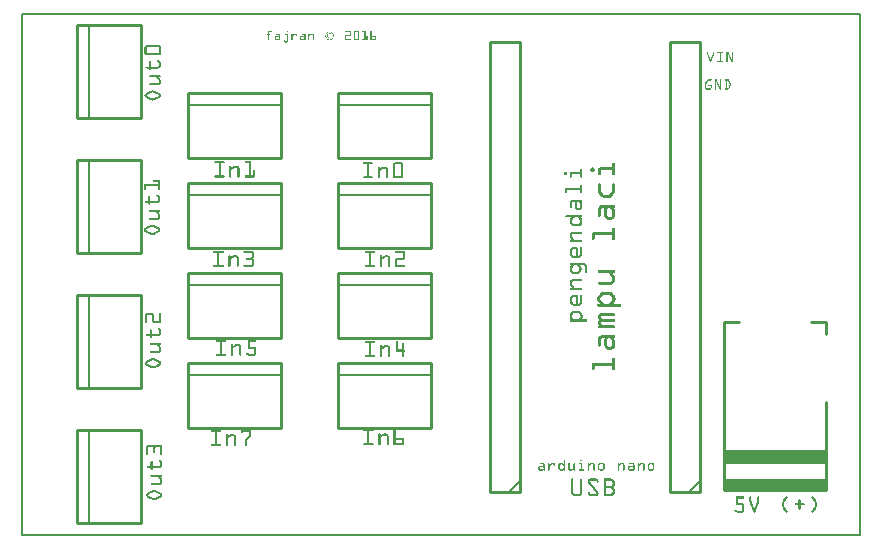
<source format=gto>
G04 MADE WITH FRITZING*
G04 WWW.FRITZING.ORG*
G04 DOUBLE SIDED*
G04 HOLES PLATED*
G04 CONTOUR ON CENTER OF CONTOUR VECTOR*
%ASAXBY*%
%FSLAX23Y23*%
%MOIN*%
%OFA0B0*%
%SFA1.0B1.0*%
%ADD10R,2.799560X1.744740X2.783560X1.728740*%
%ADD11C,0.008000*%
%ADD12C,0.010000*%
%ADD13C,0.005000*%
%ADD14R,0.001000X0.001000*%
%LNSILK1*%
G90*
G70*
G54D11*
X4Y1741D02*
X2796Y1741D01*
X2796Y4D01*
X4Y4D01*
X4Y1741D01*
D02*
G54D12*
X2263Y148D02*
X2263Y1648D01*
D02*
X2263Y1648D02*
X2163Y1648D01*
D02*
X2163Y1648D02*
X2163Y148D01*
D02*
X2163Y148D02*
X2263Y148D01*
G54D13*
D02*
X2263Y183D02*
X2228Y148D01*
G54D12*
D02*
X1663Y148D02*
X1663Y1648D01*
D02*
X1663Y1648D02*
X1563Y1648D01*
D02*
X1563Y1648D02*
X1563Y148D01*
D02*
X1563Y148D02*
X1663Y148D01*
G54D13*
D02*
X1663Y183D02*
X1628Y148D01*
G54D12*
D02*
X2683Y448D02*
X2683Y153D01*
D02*
X2683Y153D02*
X2343Y153D01*
D02*
X2343Y153D02*
X2343Y713D01*
D02*
X2343Y713D02*
X2393Y713D01*
D02*
X2683Y673D02*
X2683Y713D01*
D02*
X2683Y713D02*
X2633Y713D01*
D02*
X2683Y153D02*
X2343Y153D01*
D02*
X2683Y158D02*
X2343Y158D01*
D02*
X2683Y163D02*
X2343Y163D01*
D02*
X2683Y168D02*
X2343Y168D01*
D02*
X2683Y173D02*
X2343Y173D01*
D02*
X2683Y178D02*
X2343Y178D01*
D02*
X2683Y183D02*
X2343Y183D01*
D02*
X2683Y188D02*
X2343Y188D01*
D02*
X2683Y283D02*
X2343Y283D01*
D02*
X2683Y278D02*
X2343Y278D01*
D02*
X2683Y273D02*
X2343Y273D01*
D02*
X2683Y268D02*
X2343Y268D01*
D02*
X2683Y263D02*
X2343Y263D01*
D02*
X2683Y258D02*
X2343Y258D01*
D02*
X2683Y253D02*
X2343Y253D01*
D02*
X2683Y248D02*
X2343Y248D01*
D02*
X1058Y1260D02*
X1368Y1260D01*
D02*
X1368Y1260D02*
X1368Y1476D01*
D02*
X1368Y1476D02*
X1058Y1476D01*
D02*
X1058Y1476D02*
X1058Y1260D01*
G54D13*
D02*
X1368Y1436D02*
X1058Y1436D01*
G54D12*
D02*
X558Y1260D02*
X868Y1260D01*
D02*
X868Y1260D02*
X868Y1476D01*
D02*
X868Y1476D02*
X558Y1476D01*
D02*
X558Y1476D02*
X558Y1260D01*
G54D13*
D02*
X868Y1436D02*
X558Y1436D01*
G54D12*
D02*
X558Y960D02*
X868Y960D01*
D02*
X868Y960D02*
X868Y1176D01*
D02*
X868Y1176D02*
X558Y1176D01*
D02*
X558Y1176D02*
X558Y960D01*
G54D13*
D02*
X868Y1136D02*
X558Y1136D01*
G54D12*
D02*
X1058Y360D02*
X1368Y360D01*
D02*
X1368Y360D02*
X1368Y576D01*
D02*
X1368Y576D02*
X1058Y576D01*
D02*
X1058Y576D02*
X1058Y360D01*
G54D13*
D02*
X1368Y536D02*
X1058Y536D01*
G54D12*
D02*
X558Y360D02*
X868Y360D01*
D02*
X868Y360D02*
X868Y576D01*
D02*
X868Y576D02*
X558Y576D01*
D02*
X558Y576D02*
X558Y360D01*
G54D13*
D02*
X868Y536D02*
X558Y536D01*
G54D12*
D02*
X558Y660D02*
X868Y660D01*
D02*
X868Y660D02*
X868Y876D01*
D02*
X868Y876D02*
X558Y876D01*
D02*
X558Y876D02*
X558Y660D01*
G54D13*
D02*
X868Y836D02*
X558Y836D01*
G54D12*
D02*
X1058Y660D02*
X1368Y660D01*
D02*
X1368Y660D02*
X1368Y876D01*
D02*
X1368Y876D02*
X1058Y876D01*
D02*
X1058Y876D02*
X1058Y660D01*
G54D13*
D02*
X1368Y836D02*
X1058Y836D01*
G54D12*
D02*
X1058Y960D02*
X1368Y960D01*
D02*
X1368Y960D02*
X1368Y1176D01*
D02*
X1368Y1176D02*
X1058Y1176D01*
D02*
X1058Y1176D02*
X1058Y960D01*
G54D13*
D02*
X1368Y1136D02*
X1058Y1136D01*
G54D12*
D02*
X401Y1393D02*
X401Y1703D01*
D02*
X401Y1703D02*
X185Y1703D01*
D02*
X185Y1703D02*
X185Y1393D01*
D02*
X185Y1393D02*
X401Y1393D01*
G54D13*
D02*
X225Y1703D02*
X225Y1393D01*
G54D12*
D02*
X401Y943D02*
X401Y1253D01*
D02*
X401Y1253D02*
X185Y1253D01*
D02*
X185Y1253D02*
X185Y943D01*
D02*
X185Y943D02*
X401Y943D01*
G54D13*
D02*
X225Y1253D02*
X225Y943D01*
G54D12*
D02*
X401Y493D02*
X401Y803D01*
D02*
X401Y803D02*
X185Y803D01*
D02*
X185Y803D02*
X185Y493D01*
D02*
X185Y493D02*
X401Y493D01*
G54D13*
D02*
X225Y803D02*
X225Y493D01*
G54D12*
D02*
X401Y43D02*
X401Y353D01*
D02*
X401Y353D02*
X185Y353D01*
D02*
X185Y353D02*
X185Y43D01*
D02*
X185Y43D02*
X401Y43D01*
G54D13*
D02*
X225Y353D02*
X225Y43D01*
G54D14*
X886Y1684D02*
X890Y1684D01*
X829Y1683D02*
X834Y1683D01*
X886Y1683D02*
X891Y1683D01*
X1083Y1683D02*
X1096Y1683D01*
X1113Y1683D02*
X1124Y1683D01*
X1139Y1683D02*
X1147Y1683D01*
X1167Y1683D02*
X1168Y1683D01*
X826Y1682D02*
X835Y1682D01*
X886Y1682D02*
X891Y1682D01*
X1081Y1682D02*
X1098Y1682D01*
X1110Y1682D02*
X1126Y1682D01*
X1137Y1682D02*
X1148Y1682D01*
X1165Y1682D02*
X1170Y1682D01*
X825Y1681D02*
X836Y1681D01*
X886Y1681D02*
X891Y1681D01*
X1081Y1681D02*
X1099Y1681D01*
X1110Y1681D02*
X1127Y1681D01*
X1137Y1681D02*
X1148Y1681D01*
X1165Y1681D02*
X1170Y1681D01*
X824Y1680D02*
X835Y1680D01*
X886Y1680D02*
X890Y1680D01*
X1024Y1680D02*
X1033Y1680D01*
X1081Y1680D02*
X1099Y1680D01*
X1109Y1680D02*
X1127Y1680D01*
X1137Y1680D02*
X1148Y1680D01*
X1165Y1680D02*
X1169Y1680D01*
X824Y1679D02*
X828Y1679D01*
X1022Y1679D02*
X1035Y1679D01*
X1096Y1679D02*
X1099Y1679D01*
X1109Y1679D02*
X1112Y1679D01*
X1124Y1679D02*
X1127Y1679D01*
X1144Y1679D02*
X1148Y1679D01*
X1165Y1679D02*
X1168Y1679D01*
X823Y1678D02*
X827Y1678D01*
X1021Y1678D02*
X1024Y1678D01*
X1034Y1678D02*
X1037Y1678D01*
X1096Y1678D02*
X1099Y1678D01*
X1109Y1678D02*
X1112Y1678D01*
X1124Y1678D02*
X1127Y1678D01*
X1145Y1678D02*
X1148Y1678D01*
X1165Y1678D02*
X1168Y1678D01*
X823Y1677D02*
X826Y1677D01*
X1020Y1677D02*
X1022Y1677D01*
X1036Y1677D02*
X1038Y1677D01*
X1096Y1677D02*
X1099Y1677D01*
X1109Y1677D02*
X1112Y1677D01*
X1124Y1677D02*
X1127Y1677D01*
X1145Y1677D02*
X1148Y1677D01*
X1165Y1677D02*
X1168Y1677D01*
X823Y1676D02*
X826Y1676D01*
X1019Y1676D02*
X1020Y1676D01*
X1037Y1676D02*
X1039Y1676D01*
X1096Y1676D02*
X1099Y1676D01*
X1109Y1676D02*
X1112Y1676D01*
X1124Y1676D02*
X1127Y1676D01*
X1145Y1676D02*
X1148Y1676D01*
X1165Y1676D02*
X1168Y1676D01*
X823Y1675D02*
X826Y1675D01*
X1018Y1675D02*
X1019Y1675D01*
X1027Y1675D02*
X1032Y1675D01*
X1038Y1675D02*
X1040Y1675D01*
X1096Y1675D02*
X1099Y1675D01*
X1109Y1675D02*
X1112Y1675D01*
X1124Y1675D02*
X1127Y1675D01*
X1145Y1675D02*
X1148Y1675D01*
X1165Y1675D02*
X1168Y1675D01*
X820Y1674D02*
X831Y1674D01*
X851Y1674D02*
X861Y1674D01*
X881Y1674D02*
X890Y1674D01*
X903Y1674D02*
X905Y1674D01*
X910Y1674D02*
X918Y1674D01*
X935Y1674D02*
X945Y1674D01*
X959Y1674D02*
X961Y1674D01*
X966Y1674D02*
X973Y1674D01*
X1017Y1674D02*
X1019Y1674D01*
X1024Y1674D02*
X1034Y1674D01*
X1039Y1674D02*
X1040Y1674D01*
X1096Y1674D02*
X1099Y1674D01*
X1109Y1674D02*
X1112Y1674D01*
X1124Y1674D02*
X1127Y1674D01*
X1145Y1674D02*
X1148Y1674D01*
X1165Y1674D02*
X1168Y1674D01*
X820Y1673D02*
X832Y1673D01*
X850Y1673D02*
X863Y1673D01*
X880Y1673D02*
X891Y1673D01*
X902Y1673D02*
X905Y1673D01*
X909Y1673D02*
X919Y1673D01*
X934Y1673D02*
X947Y1673D01*
X958Y1673D02*
X961Y1673D01*
X965Y1673D02*
X975Y1673D01*
X1017Y1673D02*
X1018Y1673D01*
X1023Y1673D02*
X1027Y1673D01*
X1031Y1673D02*
X1034Y1673D01*
X1040Y1673D02*
X1041Y1673D01*
X1096Y1673D02*
X1099Y1673D01*
X1109Y1673D02*
X1112Y1673D01*
X1124Y1673D02*
X1127Y1673D01*
X1145Y1673D02*
X1148Y1673D01*
X1165Y1673D02*
X1168Y1673D01*
X820Y1672D02*
X832Y1672D01*
X850Y1672D02*
X864Y1672D01*
X880Y1672D02*
X891Y1672D01*
X902Y1672D02*
X905Y1672D01*
X908Y1672D02*
X920Y1672D01*
X934Y1672D02*
X947Y1672D01*
X958Y1672D02*
X975Y1672D01*
X1016Y1672D02*
X1017Y1672D01*
X1022Y1672D02*
X1025Y1672D01*
X1040Y1672D02*
X1041Y1672D01*
X1096Y1672D02*
X1099Y1672D01*
X1109Y1672D02*
X1112Y1672D01*
X1124Y1672D02*
X1127Y1672D01*
X1145Y1672D02*
X1148Y1672D01*
X1165Y1672D02*
X1168Y1672D01*
X821Y1671D02*
X830Y1671D01*
X852Y1671D02*
X864Y1671D01*
X882Y1671D02*
X891Y1671D01*
X902Y1671D02*
X920Y1671D01*
X936Y1671D02*
X948Y1671D01*
X958Y1671D02*
X976Y1671D01*
X1016Y1671D02*
X1017Y1671D01*
X1022Y1671D02*
X1024Y1671D01*
X1041Y1671D02*
X1042Y1671D01*
X1096Y1671D02*
X1099Y1671D01*
X1109Y1671D02*
X1112Y1671D01*
X1124Y1671D02*
X1127Y1671D01*
X1145Y1671D02*
X1148Y1671D01*
X1165Y1671D02*
X1168Y1671D01*
X823Y1670D02*
X826Y1670D01*
X861Y1670D02*
X864Y1670D01*
X888Y1670D02*
X891Y1670D01*
X902Y1670D02*
X911Y1670D01*
X917Y1670D02*
X921Y1670D01*
X945Y1670D02*
X948Y1670D01*
X958Y1670D02*
X966Y1670D01*
X973Y1670D02*
X976Y1670D01*
X1016Y1670D02*
X1017Y1670D01*
X1021Y1670D02*
X1024Y1670D01*
X1041Y1670D02*
X1042Y1670D01*
X1096Y1670D02*
X1099Y1670D01*
X1109Y1670D02*
X1112Y1670D01*
X1124Y1670D02*
X1127Y1670D01*
X1145Y1670D02*
X1148Y1670D01*
X1165Y1670D02*
X1168Y1670D01*
X823Y1669D02*
X826Y1669D01*
X861Y1669D02*
X864Y1669D01*
X888Y1669D02*
X891Y1669D01*
X902Y1669D02*
X909Y1669D01*
X918Y1669D02*
X921Y1669D01*
X945Y1669D02*
X948Y1669D01*
X958Y1669D02*
X965Y1669D01*
X973Y1669D02*
X976Y1669D01*
X1016Y1669D02*
X1016Y1669D01*
X1021Y1669D02*
X1023Y1669D01*
X1041Y1669D02*
X1042Y1669D01*
X1083Y1669D02*
X1099Y1669D01*
X1109Y1669D02*
X1112Y1669D01*
X1124Y1669D02*
X1127Y1669D01*
X1145Y1669D02*
X1148Y1669D01*
X1165Y1669D02*
X1168Y1669D01*
X823Y1668D02*
X826Y1668D01*
X861Y1668D02*
X864Y1668D01*
X888Y1668D02*
X891Y1668D01*
X902Y1668D02*
X908Y1668D01*
X918Y1668D02*
X921Y1668D01*
X945Y1668D02*
X948Y1668D01*
X958Y1668D02*
X963Y1668D01*
X973Y1668D02*
X976Y1668D01*
X1015Y1668D02*
X1016Y1668D01*
X1021Y1668D02*
X1023Y1668D01*
X1041Y1668D02*
X1042Y1668D01*
X1082Y1668D02*
X1099Y1668D01*
X1109Y1668D02*
X1112Y1668D01*
X1124Y1668D02*
X1127Y1668D01*
X1145Y1668D02*
X1148Y1668D01*
X1165Y1668D02*
X1168Y1668D01*
X823Y1667D02*
X826Y1667D01*
X861Y1667D02*
X864Y1667D01*
X888Y1667D02*
X891Y1667D01*
X902Y1667D02*
X907Y1667D01*
X918Y1667D02*
X920Y1667D01*
X945Y1667D02*
X948Y1667D01*
X958Y1667D02*
X962Y1667D01*
X973Y1667D02*
X976Y1667D01*
X1015Y1667D02*
X1016Y1667D01*
X1021Y1667D02*
X1023Y1667D01*
X1041Y1667D02*
X1042Y1667D01*
X1081Y1667D02*
X1098Y1667D01*
X1109Y1667D02*
X1112Y1667D01*
X1124Y1667D02*
X1127Y1667D01*
X1145Y1667D02*
X1148Y1667D01*
X1165Y1667D02*
X1168Y1667D01*
X823Y1666D02*
X826Y1666D01*
X850Y1666D02*
X864Y1666D01*
X888Y1666D02*
X891Y1666D01*
X902Y1666D02*
X906Y1666D01*
X934Y1666D02*
X948Y1666D01*
X958Y1666D02*
X961Y1666D01*
X973Y1666D02*
X976Y1666D01*
X1015Y1666D02*
X1016Y1666D01*
X1021Y1666D02*
X1023Y1666D01*
X1041Y1666D02*
X1042Y1666D01*
X1081Y1666D02*
X1084Y1666D01*
X1109Y1666D02*
X1112Y1666D01*
X1124Y1666D02*
X1127Y1666D01*
X1145Y1666D02*
X1148Y1666D01*
X1153Y1666D02*
X1155Y1666D01*
X1165Y1666D02*
X1183Y1666D01*
X823Y1665D02*
X826Y1665D01*
X848Y1665D02*
X864Y1665D01*
X888Y1665D02*
X891Y1665D01*
X902Y1665D02*
X905Y1665D01*
X932Y1665D02*
X948Y1665D01*
X958Y1665D02*
X961Y1665D01*
X973Y1665D02*
X976Y1665D01*
X1015Y1665D02*
X1016Y1665D01*
X1021Y1665D02*
X1023Y1665D01*
X1041Y1665D02*
X1042Y1665D01*
X1081Y1665D02*
X1084Y1665D01*
X1109Y1665D02*
X1112Y1665D01*
X1124Y1665D02*
X1127Y1665D01*
X1145Y1665D02*
X1148Y1665D01*
X1152Y1665D02*
X1155Y1665D01*
X1165Y1665D02*
X1183Y1665D01*
X823Y1664D02*
X826Y1664D01*
X847Y1664D02*
X864Y1664D01*
X888Y1664D02*
X891Y1664D01*
X902Y1664D02*
X905Y1664D01*
X931Y1664D02*
X948Y1664D01*
X958Y1664D02*
X961Y1664D01*
X973Y1664D02*
X976Y1664D01*
X1016Y1664D02*
X1017Y1664D01*
X1021Y1664D02*
X1024Y1664D01*
X1041Y1664D02*
X1042Y1664D01*
X1081Y1664D02*
X1084Y1664D01*
X1109Y1664D02*
X1112Y1664D01*
X1124Y1664D02*
X1127Y1664D01*
X1145Y1664D02*
X1148Y1664D01*
X1152Y1664D02*
X1155Y1664D01*
X1165Y1664D02*
X1183Y1664D01*
X823Y1663D02*
X826Y1663D01*
X847Y1663D02*
X864Y1663D01*
X888Y1663D02*
X891Y1663D01*
X902Y1663D02*
X905Y1663D01*
X931Y1663D02*
X948Y1663D01*
X958Y1663D02*
X961Y1663D01*
X973Y1663D02*
X976Y1663D01*
X1016Y1663D02*
X1017Y1663D01*
X1022Y1663D02*
X1024Y1663D01*
X1041Y1663D02*
X1042Y1663D01*
X1081Y1663D02*
X1084Y1663D01*
X1109Y1663D02*
X1112Y1663D01*
X1124Y1663D02*
X1127Y1663D01*
X1145Y1663D02*
X1148Y1663D01*
X1152Y1663D02*
X1155Y1663D01*
X1165Y1663D02*
X1183Y1663D01*
X823Y1662D02*
X826Y1662D01*
X847Y1662D02*
X850Y1662D01*
X861Y1662D02*
X864Y1662D01*
X888Y1662D02*
X891Y1662D01*
X902Y1662D02*
X905Y1662D01*
X930Y1662D02*
X934Y1662D01*
X945Y1662D02*
X948Y1662D01*
X958Y1662D02*
X961Y1662D01*
X973Y1662D02*
X976Y1662D01*
X1016Y1662D02*
X1017Y1662D01*
X1022Y1662D02*
X1025Y1662D01*
X1040Y1662D02*
X1041Y1662D01*
X1081Y1662D02*
X1084Y1662D01*
X1109Y1662D02*
X1112Y1662D01*
X1124Y1662D02*
X1127Y1662D01*
X1145Y1662D02*
X1148Y1662D01*
X1152Y1662D02*
X1155Y1662D01*
X1165Y1662D02*
X1168Y1662D01*
X1180Y1662D02*
X1183Y1662D01*
X823Y1661D02*
X826Y1661D01*
X846Y1661D02*
X849Y1661D01*
X861Y1661D02*
X864Y1661D01*
X888Y1661D02*
X891Y1661D01*
X902Y1661D02*
X905Y1661D01*
X930Y1661D02*
X933Y1661D01*
X945Y1661D02*
X948Y1661D01*
X958Y1661D02*
X961Y1661D01*
X973Y1661D02*
X976Y1661D01*
X1017Y1661D02*
X1018Y1661D01*
X1023Y1661D02*
X1027Y1661D01*
X1033Y1661D02*
X1034Y1661D01*
X1040Y1661D02*
X1041Y1661D01*
X1081Y1661D02*
X1084Y1661D01*
X1109Y1661D02*
X1112Y1661D01*
X1124Y1661D02*
X1127Y1661D01*
X1145Y1661D02*
X1148Y1661D01*
X1152Y1661D02*
X1155Y1661D01*
X1165Y1661D02*
X1168Y1661D01*
X1180Y1661D02*
X1183Y1661D01*
X823Y1660D02*
X826Y1660D01*
X846Y1660D02*
X849Y1660D01*
X862Y1660D02*
X864Y1660D01*
X888Y1660D02*
X891Y1660D01*
X902Y1660D02*
X905Y1660D01*
X930Y1660D02*
X933Y1660D01*
X946Y1660D02*
X948Y1660D01*
X958Y1660D02*
X961Y1660D01*
X973Y1660D02*
X976Y1660D01*
X1017Y1660D02*
X1018Y1660D01*
X1024Y1660D02*
X1034Y1660D01*
X1039Y1660D02*
X1040Y1660D01*
X1081Y1660D02*
X1084Y1660D01*
X1109Y1660D02*
X1112Y1660D01*
X1124Y1660D02*
X1127Y1660D01*
X1145Y1660D02*
X1148Y1660D01*
X1152Y1660D02*
X1155Y1660D01*
X1165Y1660D02*
X1168Y1660D01*
X1180Y1660D02*
X1183Y1660D01*
X823Y1659D02*
X826Y1659D01*
X846Y1659D02*
X849Y1659D01*
X861Y1659D02*
X864Y1659D01*
X888Y1659D02*
X891Y1659D01*
X902Y1659D02*
X905Y1659D01*
X930Y1659D02*
X933Y1659D01*
X945Y1659D02*
X948Y1659D01*
X958Y1659D02*
X961Y1659D01*
X973Y1659D02*
X976Y1659D01*
X1018Y1659D02*
X1019Y1659D01*
X1026Y1659D02*
X1033Y1659D01*
X1038Y1659D02*
X1040Y1659D01*
X1081Y1659D02*
X1084Y1659D01*
X1109Y1659D02*
X1112Y1659D01*
X1124Y1659D02*
X1127Y1659D01*
X1145Y1659D02*
X1148Y1659D01*
X1152Y1659D02*
X1155Y1659D01*
X1165Y1659D02*
X1168Y1659D01*
X1180Y1659D02*
X1183Y1659D01*
X823Y1658D02*
X826Y1658D01*
X846Y1658D02*
X849Y1658D01*
X859Y1658D02*
X864Y1658D01*
X888Y1658D02*
X891Y1658D01*
X902Y1658D02*
X905Y1658D01*
X930Y1658D02*
X933Y1658D01*
X943Y1658D02*
X948Y1658D01*
X958Y1658D02*
X961Y1658D01*
X973Y1658D02*
X976Y1658D01*
X1019Y1658D02*
X1020Y1658D01*
X1037Y1658D02*
X1039Y1658D01*
X1081Y1658D02*
X1084Y1658D01*
X1109Y1658D02*
X1112Y1658D01*
X1124Y1658D02*
X1127Y1658D01*
X1145Y1658D02*
X1148Y1658D01*
X1152Y1658D02*
X1155Y1658D01*
X1165Y1658D02*
X1168Y1658D01*
X1180Y1658D02*
X1183Y1658D01*
X823Y1657D02*
X826Y1657D01*
X847Y1657D02*
X850Y1657D01*
X858Y1657D02*
X864Y1657D01*
X888Y1657D02*
X891Y1657D01*
X902Y1657D02*
X905Y1657D01*
X931Y1657D02*
X934Y1657D01*
X942Y1657D02*
X948Y1657D01*
X958Y1657D02*
X961Y1657D01*
X973Y1657D02*
X976Y1657D01*
X1019Y1657D02*
X1021Y1657D01*
X1036Y1657D02*
X1038Y1657D01*
X1081Y1657D02*
X1084Y1657D01*
X1109Y1657D02*
X1112Y1657D01*
X1124Y1657D02*
X1127Y1657D01*
X1145Y1657D02*
X1148Y1657D01*
X1152Y1657D02*
X1155Y1657D01*
X1165Y1657D02*
X1168Y1657D01*
X1180Y1657D02*
X1183Y1657D01*
X823Y1656D02*
X826Y1656D01*
X847Y1656D02*
X864Y1656D01*
X888Y1656D02*
X891Y1656D01*
X902Y1656D02*
X905Y1656D01*
X931Y1656D02*
X948Y1656D01*
X958Y1656D02*
X961Y1656D01*
X973Y1656D02*
X976Y1656D01*
X1021Y1656D02*
X1023Y1656D01*
X1034Y1656D02*
X1037Y1656D01*
X1081Y1656D02*
X1099Y1656D01*
X1109Y1656D02*
X1127Y1656D01*
X1137Y1656D02*
X1155Y1656D01*
X1165Y1656D02*
X1183Y1656D01*
X823Y1655D02*
X826Y1655D01*
X848Y1655D02*
X864Y1655D01*
X888Y1655D02*
X891Y1655D01*
X902Y1655D02*
X905Y1655D01*
X932Y1655D02*
X948Y1655D01*
X958Y1655D02*
X961Y1655D01*
X973Y1655D02*
X976Y1655D01*
X1022Y1655D02*
X1026Y1655D01*
X1031Y1655D02*
X1036Y1655D01*
X1081Y1655D02*
X1099Y1655D01*
X1110Y1655D02*
X1127Y1655D01*
X1137Y1655D02*
X1155Y1655D01*
X1165Y1655D02*
X1183Y1655D01*
X823Y1654D02*
X826Y1654D01*
X849Y1654D02*
X859Y1654D01*
X862Y1654D02*
X864Y1654D01*
X888Y1654D02*
X891Y1654D01*
X903Y1654D02*
X905Y1654D01*
X933Y1654D02*
X943Y1654D01*
X946Y1654D02*
X948Y1654D01*
X959Y1654D02*
X961Y1654D01*
X974Y1654D02*
X976Y1654D01*
X1024Y1654D02*
X1034Y1654D01*
X1081Y1654D02*
X1099Y1654D01*
X1110Y1654D02*
X1126Y1654D01*
X1137Y1654D02*
X1155Y1654D01*
X1165Y1654D02*
X1183Y1654D01*
X825Y1653D02*
X825Y1653D01*
X851Y1653D02*
X857Y1653D01*
X863Y1653D02*
X863Y1653D01*
X888Y1653D02*
X891Y1653D01*
X904Y1653D02*
X904Y1653D01*
X935Y1653D02*
X941Y1653D01*
X947Y1653D02*
X947Y1653D01*
X960Y1653D02*
X960Y1653D01*
X975Y1653D02*
X975Y1653D01*
X1028Y1653D02*
X1029Y1653D01*
X1081Y1653D02*
X1098Y1653D01*
X1112Y1653D02*
X1124Y1653D01*
X1138Y1653D02*
X1154Y1653D01*
X1166Y1653D02*
X1182Y1653D01*
X888Y1652D02*
X891Y1652D01*
X877Y1651D02*
X879Y1651D01*
X888Y1651D02*
X891Y1651D01*
X876Y1650D02*
X879Y1650D01*
X888Y1650D02*
X891Y1650D01*
X876Y1649D02*
X880Y1649D01*
X887Y1649D02*
X891Y1649D01*
X877Y1648D02*
X890Y1648D01*
X878Y1647D02*
X889Y1647D01*
X878Y1646D02*
X888Y1646D01*
X880Y1645D02*
X887Y1645D01*
X416Y1635D02*
X462Y1635D01*
X415Y1634D02*
X463Y1634D01*
X414Y1633D02*
X464Y1633D01*
X413Y1632D02*
X465Y1632D01*
X413Y1631D02*
X465Y1631D01*
X412Y1630D02*
X465Y1630D01*
X412Y1629D02*
X465Y1629D01*
X412Y1628D02*
X418Y1628D01*
X459Y1628D02*
X465Y1628D01*
X412Y1627D02*
X418Y1627D01*
X459Y1627D02*
X465Y1627D01*
X412Y1626D02*
X418Y1626D01*
X459Y1626D02*
X465Y1626D01*
X412Y1625D02*
X418Y1625D01*
X459Y1625D02*
X465Y1625D01*
X412Y1624D02*
X418Y1624D01*
X459Y1624D02*
X465Y1624D01*
X412Y1623D02*
X418Y1623D01*
X459Y1623D02*
X465Y1623D01*
X412Y1622D02*
X418Y1622D01*
X459Y1622D02*
X465Y1622D01*
X412Y1621D02*
X418Y1621D01*
X459Y1621D02*
X465Y1621D01*
X412Y1620D02*
X418Y1620D01*
X459Y1620D02*
X465Y1620D01*
X412Y1619D02*
X418Y1619D01*
X459Y1619D02*
X465Y1619D01*
X412Y1618D02*
X418Y1618D01*
X459Y1618D02*
X465Y1618D01*
X412Y1617D02*
X418Y1617D01*
X459Y1617D02*
X465Y1617D01*
X412Y1616D02*
X418Y1616D01*
X459Y1616D02*
X465Y1616D01*
X412Y1615D02*
X418Y1615D01*
X459Y1615D02*
X465Y1615D01*
X412Y1614D02*
X418Y1614D01*
X459Y1614D02*
X465Y1614D01*
X2290Y1614D02*
X2290Y1614D01*
X2307Y1614D02*
X2307Y1614D01*
X2322Y1614D02*
X2340Y1614D01*
X2353Y1614D02*
X2357Y1614D01*
X2372Y1614D02*
X2372Y1614D01*
X412Y1613D02*
X418Y1613D01*
X459Y1613D02*
X465Y1613D01*
X2288Y1613D02*
X2291Y1613D01*
X2306Y1613D02*
X2309Y1613D01*
X2320Y1613D02*
X2341Y1613D01*
X2352Y1613D02*
X2358Y1613D01*
X2370Y1613D02*
X2373Y1613D01*
X412Y1612D02*
X418Y1612D01*
X459Y1612D02*
X465Y1612D01*
X2288Y1612D02*
X2291Y1612D01*
X2306Y1612D02*
X2309Y1612D01*
X2320Y1612D02*
X2341Y1612D01*
X2352Y1612D02*
X2358Y1612D01*
X2370Y1612D02*
X2373Y1612D01*
X412Y1611D02*
X418Y1611D01*
X459Y1611D02*
X465Y1611D01*
X2288Y1611D02*
X2291Y1611D01*
X2306Y1611D02*
X2309Y1611D01*
X2320Y1611D02*
X2341Y1611D01*
X2352Y1611D02*
X2359Y1611D01*
X2370Y1611D02*
X2373Y1611D01*
X412Y1610D02*
X418Y1610D01*
X459Y1610D02*
X465Y1610D01*
X2288Y1610D02*
X2291Y1610D01*
X2306Y1610D02*
X2309Y1610D01*
X2321Y1610D02*
X2340Y1610D01*
X2352Y1610D02*
X2359Y1610D01*
X2370Y1610D02*
X2373Y1610D01*
X412Y1609D02*
X418Y1609D01*
X459Y1609D02*
X465Y1609D01*
X2288Y1609D02*
X2291Y1609D01*
X2306Y1609D02*
X2309Y1609D01*
X2329Y1609D02*
X2332Y1609D01*
X2352Y1609D02*
X2359Y1609D01*
X2370Y1609D02*
X2373Y1609D01*
X412Y1608D02*
X465Y1608D01*
X2288Y1608D02*
X2291Y1608D01*
X2306Y1608D02*
X2309Y1608D01*
X2329Y1608D02*
X2332Y1608D01*
X2352Y1608D02*
X2360Y1608D01*
X2370Y1608D02*
X2373Y1608D01*
X412Y1607D02*
X465Y1607D01*
X2288Y1607D02*
X2291Y1607D01*
X2306Y1607D02*
X2309Y1607D01*
X2329Y1607D02*
X2332Y1607D01*
X2352Y1607D02*
X2360Y1607D01*
X2370Y1607D02*
X2373Y1607D01*
X413Y1606D02*
X465Y1606D01*
X2288Y1606D02*
X2291Y1606D01*
X2306Y1606D02*
X2309Y1606D01*
X2329Y1606D02*
X2332Y1606D01*
X2352Y1606D02*
X2361Y1606D01*
X2370Y1606D02*
X2373Y1606D01*
X413Y1605D02*
X465Y1605D01*
X2288Y1605D02*
X2291Y1605D01*
X2306Y1605D02*
X2309Y1605D01*
X2329Y1605D02*
X2332Y1605D01*
X2352Y1605D02*
X2361Y1605D01*
X2370Y1605D02*
X2373Y1605D01*
X414Y1604D02*
X464Y1604D01*
X2288Y1604D02*
X2292Y1604D01*
X2305Y1604D02*
X2309Y1604D01*
X2329Y1604D02*
X2332Y1604D01*
X2352Y1604D02*
X2356Y1604D01*
X2358Y1604D02*
X2362Y1604D01*
X2370Y1604D02*
X2373Y1604D01*
X415Y1603D02*
X463Y1603D01*
X2288Y1603D02*
X2292Y1603D01*
X2305Y1603D02*
X2309Y1603D01*
X2329Y1603D02*
X2332Y1603D01*
X2352Y1603D02*
X2356Y1603D01*
X2358Y1603D02*
X2362Y1603D01*
X2370Y1603D02*
X2373Y1603D01*
X416Y1602D02*
X462Y1602D01*
X2289Y1602D02*
X2292Y1602D01*
X2305Y1602D02*
X2308Y1602D01*
X2329Y1602D02*
X2332Y1602D01*
X2352Y1602D02*
X2356Y1602D01*
X2359Y1602D02*
X2363Y1602D01*
X2370Y1602D02*
X2373Y1602D01*
X2289Y1601D02*
X2293Y1601D01*
X2304Y1601D02*
X2308Y1601D01*
X2329Y1601D02*
X2332Y1601D01*
X2352Y1601D02*
X2356Y1601D01*
X2359Y1601D02*
X2363Y1601D01*
X2370Y1601D02*
X2373Y1601D01*
X2289Y1600D02*
X2293Y1600D01*
X2304Y1600D02*
X2308Y1600D01*
X2329Y1600D02*
X2332Y1600D01*
X2352Y1600D02*
X2356Y1600D01*
X2359Y1600D02*
X2363Y1600D01*
X2370Y1600D02*
X2373Y1600D01*
X2290Y1599D02*
X2294Y1599D01*
X2303Y1599D02*
X2307Y1599D01*
X2329Y1599D02*
X2332Y1599D01*
X2352Y1599D02*
X2356Y1599D01*
X2360Y1599D02*
X2364Y1599D01*
X2370Y1599D02*
X2373Y1599D01*
X2290Y1598D02*
X2294Y1598D01*
X2303Y1598D02*
X2307Y1598D01*
X2329Y1598D02*
X2332Y1598D01*
X2352Y1598D02*
X2356Y1598D01*
X2360Y1598D02*
X2364Y1598D01*
X2370Y1598D02*
X2373Y1598D01*
X2291Y1597D02*
X2294Y1597D01*
X2303Y1597D02*
X2306Y1597D01*
X2329Y1597D02*
X2332Y1597D01*
X2352Y1597D02*
X2356Y1597D01*
X2361Y1597D02*
X2365Y1597D01*
X2370Y1597D02*
X2373Y1597D01*
X2291Y1596D02*
X2295Y1596D01*
X2302Y1596D02*
X2306Y1596D01*
X2329Y1596D02*
X2332Y1596D01*
X2352Y1596D02*
X2356Y1596D01*
X2361Y1596D02*
X2365Y1596D01*
X2370Y1596D02*
X2373Y1596D01*
X2291Y1595D02*
X2295Y1595D01*
X2302Y1595D02*
X2306Y1595D01*
X2329Y1595D02*
X2332Y1595D01*
X2352Y1595D02*
X2356Y1595D01*
X2362Y1595D02*
X2366Y1595D01*
X2370Y1595D02*
X2373Y1595D01*
X2292Y1594D02*
X2296Y1594D01*
X2301Y1594D02*
X2305Y1594D01*
X2329Y1594D02*
X2332Y1594D01*
X2352Y1594D02*
X2356Y1594D01*
X2362Y1594D02*
X2366Y1594D01*
X2370Y1594D02*
X2373Y1594D01*
X2292Y1593D02*
X2296Y1593D01*
X2301Y1593D02*
X2305Y1593D01*
X2329Y1593D02*
X2332Y1593D01*
X2352Y1593D02*
X2356Y1593D01*
X2363Y1593D02*
X2366Y1593D01*
X2370Y1593D02*
X2373Y1593D01*
X2293Y1592D02*
X2296Y1592D01*
X2301Y1592D02*
X2304Y1592D01*
X2329Y1592D02*
X2332Y1592D01*
X2352Y1592D02*
X2356Y1592D01*
X2363Y1592D02*
X2367Y1592D01*
X2370Y1592D02*
X2373Y1592D01*
X2293Y1591D02*
X2297Y1591D01*
X2300Y1591D02*
X2304Y1591D01*
X2329Y1591D02*
X2332Y1591D01*
X2352Y1591D02*
X2356Y1591D01*
X2363Y1591D02*
X2367Y1591D01*
X2370Y1591D02*
X2373Y1591D01*
X2293Y1590D02*
X2297Y1590D01*
X2300Y1590D02*
X2304Y1590D01*
X2329Y1590D02*
X2332Y1590D01*
X2352Y1590D02*
X2356Y1590D01*
X2364Y1590D02*
X2368Y1590D01*
X2370Y1590D02*
X2373Y1590D01*
X2294Y1589D02*
X2303Y1589D01*
X2329Y1589D02*
X2332Y1589D01*
X2352Y1589D02*
X2356Y1589D01*
X2364Y1589D02*
X2368Y1589D01*
X2370Y1589D02*
X2373Y1589D01*
X2294Y1588D02*
X2303Y1588D01*
X2329Y1588D02*
X2332Y1588D01*
X2352Y1588D02*
X2356Y1588D01*
X2365Y1588D02*
X2373Y1588D01*
X2294Y1587D02*
X2303Y1587D01*
X2329Y1587D02*
X2332Y1587D01*
X2352Y1587D02*
X2356Y1587D01*
X2365Y1587D02*
X2373Y1587D01*
X2295Y1586D02*
X2302Y1586D01*
X2329Y1586D02*
X2332Y1586D01*
X2352Y1586D02*
X2356Y1586D01*
X2366Y1586D02*
X2373Y1586D01*
X455Y1585D02*
X459Y1585D01*
X2295Y1585D02*
X2302Y1585D01*
X2329Y1585D02*
X2332Y1585D01*
X2352Y1585D02*
X2356Y1585D01*
X2366Y1585D02*
X2373Y1585D01*
X454Y1584D02*
X461Y1584D01*
X2296Y1584D02*
X2301Y1584D01*
X2329Y1584D02*
X2333Y1584D01*
X2352Y1584D02*
X2356Y1584D01*
X2366Y1584D02*
X2373Y1584D01*
X454Y1583D02*
X462Y1583D01*
X2296Y1583D02*
X2301Y1583D01*
X2321Y1583D02*
X2341Y1583D01*
X2352Y1583D02*
X2356Y1583D01*
X2367Y1583D02*
X2373Y1583D01*
X430Y1582D02*
X430Y1582D01*
X454Y1582D02*
X463Y1582D01*
X2296Y1582D02*
X2301Y1582D01*
X2320Y1582D02*
X2341Y1582D01*
X2352Y1582D02*
X2356Y1582D01*
X2367Y1582D02*
X2373Y1582D01*
X428Y1581D02*
X432Y1581D01*
X454Y1581D02*
X464Y1581D01*
X2297Y1581D02*
X2300Y1581D01*
X2320Y1581D02*
X2341Y1581D01*
X2352Y1581D02*
X2356Y1581D01*
X2368Y1581D02*
X2373Y1581D01*
X427Y1580D02*
X433Y1580D01*
X454Y1580D02*
X464Y1580D01*
X2298Y1580D02*
X2299Y1580D01*
X2321Y1580D02*
X2340Y1580D01*
X2353Y1580D02*
X2355Y1580D01*
X2368Y1580D02*
X2373Y1580D01*
X427Y1579D02*
X433Y1579D01*
X456Y1579D02*
X465Y1579D01*
X427Y1578D02*
X433Y1578D01*
X458Y1578D02*
X465Y1578D01*
X427Y1577D02*
X433Y1577D01*
X459Y1577D02*
X465Y1577D01*
X427Y1576D02*
X433Y1576D01*
X459Y1576D02*
X465Y1576D01*
X427Y1575D02*
X433Y1575D01*
X459Y1575D02*
X465Y1575D01*
X427Y1574D02*
X433Y1574D01*
X459Y1574D02*
X465Y1574D01*
X427Y1573D02*
X433Y1573D01*
X459Y1573D02*
X465Y1573D01*
X427Y1572D02*
X433Y1572D01*
X459Y1572D02*
X465Y1572D01*
X427Y1571D02*
X433Y1571D01*
X459Y1571D02*
X465Y1571D01*
X427Y1570D02*
X433Y1570D01*
X459Y1570D02*
X465Y1570D01*
X427Y1569D02*
X433Y1569D01*
X459Y1569D02*
X465Y1569D01*
X427Y1568D02*
X433Y1568D01*
X459Y1568D02*
X465Y1568D01*
X427Y1567D02*
X433Y1567D01*
X459Y1567D02*
X465Y1567D01*
X427Y1566D02*
X433Y1566D01*
X458Y1566D02*
X465Y1566D01*
X427Y1565D02*
X433Y1565D01*
X456Y1565D02*
X465Y1565D01*
X416Y1564D02*
X464Y1564D01*
X416Y1563D02*
X464Y1563D01*
X415Y1562D02*
X463Y1562D01*
X415Y1561D02*
X462Y1561D01*
X416Y1560D02*
X461Y1560D01*
X416Y1559D02*
X460Y1559D01*
X419Y1558D02*
X456Y1558D01*
X427Y1557D02*
X433Y1557D01*
X427Y1556D02*
X433Y1556D01*
X427Y1555D02*
X433Y1555D01*
X427Y1554D02*
X433Y1554D01*
X427Y1553D02*
X433Y1553D01*
X428Y1552D02*
X432Y1552D01*
X429Y1535D02*
X464Y1535D01*
X428Y1534D02*
X465Y1534D01*
X427Y1533D02*
X465Y1533D01*
X427Y1532D02*
X465Y1532D01*
X427Y1531D02*
X465Y1531D01*
X428Y1530D02*
X465Y1530D01*
X429Y1529D02*
X464Y1529D01*
X452Y1528D02*
X460Y1528D01*
X453Y1527D02*
X460Y1527D01*
X454Y1526D02*
X461Y1526D01*
X454Y1525D02*
X462Y1525D01*
X455Y1524D02*
X462Y1524D01*
X456Y1523D02*
X463Y1523D01*
X456Y1522D02*
X464Y1522D01*
X2293Y1522D02*
X2300Y1522D01*
X2313Y1522D02*
X2318Y1522D01*
X2332Y1522D02*
X2333Y1522D01*
X2347Y1522D02*
X2356Y1522D01*
X457Y1521D02*
X464Y1521D01*
X2290Y1521D02*
X2302Y1521D01*
X2313Y1521D02*
X2318Y1521D01*
X2331Y1521D02*
X2334Y1521D01*
X2346Y1521D02*
X2358Y1521D01*
X458Y1520D02*
X465Y1520D01*
X2289Y1520D02*
X2302Y1520D01*
X2313Y1520D02*
X2319Y1520D01*
X2331Y1520D02*
X2334Y1520D01*
X2345Y1520D02*
X2360Y1520D01*
X458Y1519D02*
X465Y1519D01*
X2288Y1519D02*
X2302Y1519D01*
X2313Y1519D02*
X2319Y1519D01*
X2331Y1519D02*
X2334Y1519D01*
X2345Y1519D02*
X2360Y1519D01*
X459Y1518D02*
X465Y1518D01*
X2288Y1518D02*
X2301Y1518D01*
X2313Y1518D02*
X2320Y1518D01*
X2331Y1518D02*
X2334Y1518D01*
X2346Y1518D02*
X2361Y1518D01*
X459Y1517D02*
X465Y1517D01*
X2287Y1517D02*
X2292Y1517D01*
X2313Y1517D02*
X2320Y1517D01*
X2331Y1517D02*
X2334Y1517D01*
X2350Y1517D02*
X2353Y1517D01*
X2357Y1517D02*
X2361Y1517D01*
X459Y1516D02*
X465Y1516D01*
X2286Y1516D02*
X2291Y1516D01*
X2313Y1516D02*
X2321Y1516D01*
X2331Y1516D02*
X2334Y1516D01*
X2350Y1516D02*
X2353Y1516D01*
X2358Y1516D02*
X2362Y1516D01*
X459Y1515D02*
X465Y1515D01*
X2285Y1515D02*
X2290Y1515D01*
X2313Y1515D02*
X2321Y1515D01*
X2331Y1515D02*
X2334Y1515D01*
X2350Y1515D02*
X2353Y1515D01*
X2358Y1515D02*
X2362Y1515D01*
X459Y1514D02*
X465Y1514D01*
X2284Y1514D02*
X2289Y1514D01*
X2313Y1514D02*
X2322Y1514D01*
X2331Y1514D02*
X2334Y1514D01*
X2350Y1514D02*
X2353Y1514D01*
X2359Y1514D02*
X2363Y1514D01*
X459Y1513D02*
X465Y1513D01*
X2284Y1513D02*
X2288Y1513D01*
X2313Y1513D02*
X2322Y1513D01*
X2331Y1513D02*
X2334Y1513D01*
X2350Y1513D02*
X2353Y1513D01*
X2359Y1513D02*
X2363Y1513D01*
X459Y1512D02*
X465Y1512D01*
X2283Y1512D02*
X2288Y1512D01*
X2313Y1512D02*
X2322Y1512D01*
X2331Y1512D02*
X2334Y1512D01*
X2350Y1512D02*
X2353Y1512D01*
X2360Y1512D02*
X2364Y1512D01*
X459Y1511D02*
X465Y1511D01*
X2282Y1511D02*
X2287Y1511D01*
X2313Y1511D02*
X2317Y1511D01*
X2319Y1511D02*
X2323Y1511D01*
X2331Y1511D02*
X2334Y1511D01*
X2350Y1511D02*
X2353Y1511D01*
X2360Y1511D02*
X2364Y1511D01*
X459Y1510D02*
X465Y1510D01*
X2282Y1510D02*
X2286Y1510D01*
X2313Y1510D02*
X2317Y1510D01*
X2319Y1510D02*
X2323Y1510D01*
X2331Y1510D02*
X2334Y1510D01*
X2350Y1510D02*
X2353Y1510D01*
X2361Y1510D02*
X2365Y1510D01*
X458Y1509D02*
X465Y1509D01*
X2281Y1509D02*
X2285Y1509D01*
X2313Y1509D02*
X2317Y1509D01*
X2320Y1509D02*
X2324Y1509D01*
X2331Y1509D02*
X2334Y1509D01*
X2350Y1509D02*
X2353Y1509D01*
X2361Y1509D02*
X2365Y1509D01*
X429Y1508D02*
X465Y1508D01*
X2281Y1508D02*
X2285Y1508D01*
X2313Y1508D02*
X2317Y1508D01*
X2320Y1508D02*
X2324Y1508D01*
X2331Y1508D02*
X2334Y1508D01*
X2350Y1508D02*
X2353Y1508D01*
X2362Y1508D02*
X2366Y1508D01*
X428Y1507D02*
X464Y1507D01*
X2281Y1507D02*
X2284Y1507D01*
X2313Y1507D02*
X2317Y1507D01*
X2321Y1507D02*
X2325Y1507D01*
X2331Y1507D02*
X2334Y1507D01*
X2350Y1507D02*
X2353Y1507D01*
X2362Y1507D02*
X2366Y1507D01*
X427Y1506D02*
X464Y1506D01*
X2281Y1506D02*
X2284Y1506D01*
X2313Y1506D02*
X2317Y1506D01*
X2321Y1506D02*
X2325Y1506D01*
X2331Y1506D02*
X2334Y1506D01*
X2350Y1506D02*
X2353Y1506D01*
X2363Y1506D02*
X2366Y1506D01*
X427Y1505D02*
X463Y1505D01*
X2281Y1505D02*
X2284Y1505D01*
X2313Y1505D02*
X2317Y1505D01*
X2322Y1505D02*
X2325Y1505D01*
X2331Y1505D02*
X2334Y1505D01*
X2350Y1505D02*
X2353Y1505D01*
X2363Y1505D02*
X2366Y1505D01*
X427Y1504D02*
X462Y1504D01*
X2281Y1504D02*
X2284Y1504D01*
X2313Y1504D02*
X2317Y1504D01*
X2322Y1504D02*
X2326Y1504D01*
X2331Y1504D02*
X2334Y1504D01*
X2350Y1504D02*
X2353Y1504D01*
X2363Y1504D02*
X2366Y1504D01*
X428Y1503D02*
X461Y1503D01*
X2281Y1503D02*
X2284Y1503D01*
X2293Y1503D02*
X2302Y1503D01*
X2313Y1503D02*
X2317Y1503D01*
X2322Y1503D02*
X2326Y1503D01*
X2331Y1503D02*
X2334Y1503D01*
X2350Y1503D02*
X2353Y1503D01*
X2363Y1503D02*
X2366Y1503D01*
X429Y1502D02*
X459Y1502D01*
X2281Y1502D02*
X2284Y1502D01*
X2292Y1502D02*
X2302Y1502D01*
X2313Y1502D02*
X2317Y1502D01*
X2323Y1502D02*
X2327Y1502D01*
X2331Y1502D02*
X2334Y1502D01*
X2350Y1502D02*
X2353Y1502D01*
X2362Y1502D02*
X2366Y1502D01*
X2281Y1501D02*
X2284Y1501D01*
X2292Y1501D02*
X2302Y1501D01*
X2313Y1501D02*
X2317Y1501D01*
X2323Y1501D02*
X2327Y1501D01*
X2331Y1501D02*
X2334Y1501D01*
X2350Y1501D02*
X2353Y1501D01*
X2362Y1501D02*
X2366Y1501D01*
X2281Y1500D02*
X2284Y1500D01*
X2292Y1500D02*
X2302Y1500D01*
X2313Y1500D02*
X2317Y1500D01*
X2324Y1500D02*
X2328Y1500D01*
X2331Y1500D02*
X2334Y1500D01*
X2350Y1500D02*
X2353Y1500D01*
X2361Y1500D02*
X2365Y1500D01*
X2281Y1499D02*
X2284Y1499D01*
X2293Y1499D02*
X2302Y1499D01*
X2313Y1499D02*
X2317Y1499D01*
X2324Y1499D02*
X2328Y1499D01*
X2331Y1499D02*
X2334Y1499D01*
X2350Y1499D02*
X2353Y1499D01*
X2361Y1499D02*
X2365Y1499D01*
X2281Y1498D02*
X2284Y1498D01*
X2299Y1498D02*
X2302Y1498D01*
X2313Y1498D02*
X2317Y1498D01*
X2325Y1498D02*
X2329Y1498D01*
X2331Y1498D02*
X2334Y1498D01*
X2350Y1498D02*
X2353Y1498D01*
X2360Y1498D02*
X2364Y1498D01*
X2281Y1497D02*
X2284Y1497D01*
X2299Y1497D02*
X2302Y1497D01*
X2313Y1497D02*
X2317Y1497D01*
X2325Y1497D02*
X2329Y1497D01*
X2331Y1497D02*
X2334Y1497D01*
X2350Y1497D02*
X2353Y1497D01*
X2360Y1497D02*
X2364Y1497D01*
X2281Y1496D02*
X2284Y1496D01*
X2299Y1496D02*
X2302Y1496D01*
X2313Y1496D02*
X2317Y1496D01*
X2325Y1496D02*
X2334Y1496D01*
X2350Y1496D02*
X2353Y1496D01*
X2359Y1496D02*
X2363Y1496D01*
X2281Y1495D02*
X2284Y1495D01*
X2299Y1495D02*
X2302Y1495D01*
X2313Y1495D02*
X2317Y1495D01*
X2326Y1495D02*
X2334Y1495D01*
X2350Y1495D02*
X2353Y1495D01*
X2359Y1495D02*
X2363Y1495D01*
X2281Y1494D02*
X2284Y1494D01*
X2298Y1494D02*
X2302Y1494D01*
X2313Y1494D02*
X2317Y1494D01*
X2326Y1494D02*
X2334Y1494D01*
X2350Y1494D02*
X2353Y1494D01*
X2358Y1494D02*
X2362Y1494D01*
X2281Y1493D02*
X2285Y1493D01*
X2298Y1493D02*
X2302Y1493D01*
X2313Y1493D02*
X2317Y1493D01*
X2327Y1493D02*
X2334Y1493D01*
X2350Y1493D02*
X2353Y1493D01*
X2357Y1493D02*
X2362Y1493D01*
X2281Y1492D02*
X2286Y1492D01*
X2296Y1492D02*
X2302Y1492D01*
X2313Y1492D02*
X2317Y1492D01*
X2327Y1492D02*
X2334Y1492D01*
X2349Y1492D02*
X2354Y1492D01*
X2356Y1492D02*
X2361Y1492D01*
X2282Y1491D02*
X2301Y1491D01*
X2313Y1491D02*
X2317Y1491D01*
X2328Y1491D02*
X2334Y1491D01*
X2346Y1491D02*
X2361Y1491D01*
X2282Y1490D02*
X2300Y1490D01*
X2313Y1490D02*
X2317Y1490D01*
X2328Y1490D02*
X2334Y1490D01*
X2345Y1490D02*
X2360Y1490D01*
X2283Y1489D02*
X2299Y1489D01*
X2313Y1489D02*
X2316Y1489D01*
X2329Y1489D02*
X2334Y1489D01*
X2345Y1489D02*
X2359Y1489D01*
X2285Y1488D02*
X2298Y1488D01*
X2314Y1488D02*
X2316Y1488D01*
X2329Y1488D02*
X2334Y1488D01*
X2346Y1488D02*
X2357Y1488D01*
X437Y1485D02*
X441Y1485D01*
X433Y1484D02*
X444Y1484D01*
X431Y1483D02*
X447Y1483D01*
X429Y1482D02*
X449Y1482D01*
X427Y1481D02*
X451Y1481D01*
X425Y1480D02*
X453Y1480D01*
X423Y1479D02*
X455Y1479D01*
X421Y1478D02*
X436Y1478D01*
X441Y1478D02*
X457Y1478D01*
X419Y1477D02*
X434Y1477D01*
X444Y1477D02*
X459Y1477D01*
X417Y1476D02*
X432Y1476D01*
X446Y1476D02*
X461Y1476D01*
X416Y1475D02*
X430Y1475D01*
X448Y1475D02*
X462Y1475D01*
X415Y1474D02*
X428Y1474D01*
X450Y1474D02*
X463Y1474D01*
X414Y1473D02*
X426Y1473D01*
X452Y1473D02*
X464Y1473D01*
X413Y1472D02*
X424Y1472D01*
X454Y1472D02*
X464Y1472D01*
X413Y1471D02*
X422Y1471D01*
X456Y1471D02*
X465Y1471D01*
X413Y1470D02*
X420Y1470D01*
X458Y1470D02*
X465Y1470D01*
X412Y1469D02*
X419Y1469D01*
X459Y1469D02*
X465Y1469D01*
X412Y1468D02*
X418Y1468D01*
X459Y1468D02*
X465Y1468D01*
X412Y1467D02*
X419Y1467D01*
X459Y1467D02*
X465Y1467D01*
X413Y1466D02*
X420Y1466D01*
X458Y1466D02*
X465Y1466D01*
X413Y1465D02*
X422Y1465D01*
X456Y1465D02*
X465Y1465D01*
X413Y1464D02*
X424Y1464D01*
X454Y1464D02*
X464Y1464D01*
X414Y1463D02*
X426Y1463D01*
X452Y1463D02*
X464Y1463D01*
X415Y1462D02*
X428Y1462D01*
X450Y1462D02*
X463Y1462D01*
X416Y1461D02*
X430Y1461D01*
X448Y1461D02*
X462Y1461D01*
X417Y1460D02*
X432Y1460D01*
X446Y1460D02*
X461Y1460D01*
X419Y1459D02*
X434Y1459D01*
X444Y1459D02*
X459Y1459D01*
X421Y1458D02*
X457Y1458D01*
X423Y1457D02*
X455Y1457D01*
X425Y1456D02*
X453Y1456D01*
X427Y1455D02*
X451Y1455D01*
X429Y1454D02*
X449Y1454D01*
X431Y1453D02*
X447Y1453D01*
X433Y1452D02*
X445Y1452D01*
X436Y1451D02*
X441Y1451D01*
X647Y1248D02*
X677Y1248D01*
X747Y1248D02*
X765Y1248D01*
X646Y1247D02*
X678Y1247D01*
X746Y1247D02*
X765Y1247D01*
X645Y1246D02*
X679Y1246D01*
X746Y1246D02*
X765Y1246D01*
X645Y1245D02*
X679Y1245D01*
X746Y1245D02*
X765Y1245D01*
X1142Y1245D02*
X1171Y1245D01*
X1246Y1245D02*
X1269Y1245D01*
X645Y1244D02*
X678Y1244D01*
X746Y1244D02*
X765Y1244D01*
X1141Y1244D02*
X1172Y1244D01*
X1243Y1244D02*
X1271Y1244D01*
X646Y1243D02*
X678Y1243D01*
X746Y1243D02*
X765Y1243D01*
X1140Y1243D02*
X1173Y1243D01*
X1242Y1243D02*
X1272Y1243D01*
X647Y1242D02*
X677Y1242D01*
X748Y1242D02*
X765Y1242D01*
X1140Y1242D02*
X1173Y1242D01*
X1241Y1242D02*
X1273Y1242D01*
X1973Y1242D02*
X1977Y1242D01*
X659Y1241D02*
X665Y1241D01*
X759Y1241D02*
X765Y1241D01*
X1140Y1241D02*
X1173Y1241D01*
X1241Y1241D02*
X1273Y1241D01*
X1972Y1241D02*
X1978Y1241D01*
X659Y1240D02*
X665Y1240D01*
X759Y1240D02*
X765Y1240D01*
X1140Y1240D02*
X1173Y1240D01*
X1240Y1240D02*
X1274Y1240D01*
X1971Y1240D02*
X1979Y1240D01*
X659Y1239D02*
X665Y1239D01*
X759Y1239D02*
X765Y1239D01*
X1141Y1239D02*
X1172Y1239D01*
X1240Y1239D02*
X1274Y1239D01*
X1971Y1239D02*
X1979Y1239D01*
X659Y1238D02*
X665Y1238D01*
X759Y1238D02*
X765Y1238D01*
X1153Y1238D02*
X1160Y1238D01*
X1240Y1238D02*
X1246Y1238D01*
X1268Y1238D02*
X1274Y1238D01*
X1970Y1238D02*
X1980Y1238D01*
X659Y1237D02*
X665Y1237D01*
X759Y1237D02*
X765Y1237D01*
X1154Y1237D02*
X1160Y1237D01*
X1240Y1237D02*
X1246Y1237D01*
X1268Y1237D02*
X1274Y1237D01*
X1970Y1237D02*
X1980Y1237D01*
X659Y1236D02*
X665Y1236D01*
X759Y1236D02*
X765Y1236D01*
X1154Y1236D02*
X1160Y1236D01*
X1240Y1236D02*
X1246Y1236D01*
X1268Y1236D02*
X1274Y1236D01*
X1970Y1236D02*
X1980Y1236D01*
X659Y1235D02*
X665Y1235D01*
X759Y1235D02*
X765Y1235D01*
X1154Y1235D02*
X1160Y1235D01*
X1240Y1235D02*
X1246Y1235D01*
X1268Y1235D02*
X1274Y1235D01*
X1970Y1235D02*
X1980Y1235D01*
X659Y1234D02*
X665Y1234D01*
X759Y1234D02*
X765Y1234D01*
X1154Y1234D02*
X1160Y1234D01*
X1240Y1234D02*
X1246Y1234D01*
X1268Y1234D02*
X1274Y1234D01*
X1970Y1234D02*
X1980Y1234D01*
X659Y1233D02*
X665Y1233D01*
X696Y1233D02*
X700Y1233D01*
X711Y1233D02*
X722Y1233D01*
X759Y1233D02*
X765Y1233D01*
X1154Y1233D02*
X1160Y1233D01*
X1240Y1233D02*
X1246Y1233D01*
X1268Y1233D02*
X1274Y1233D01*
X1970Y1233D02*
X1980Y1233D01*
X659Y1232D02*
X665Y1232D01*
X696Y1232D02*
X701Y1232D01*
X709Y1232D02*
X724Y1232D01*
X759Y1232D02*
X765Y1232D01*
X1154Y1232D02*
X1160Y1232D01*
X1240Y1232D02*
X1246Y1232D01*
X1268Y1232D02*
X1274Y1232D01*
X1970Y1232D02*
X1980Y1232D01*
X659Y1231D02*
X665Y1231D01*
X695Y1231D02*
X701Y1231D01*
X707Y1231D02*
X725Y1231D01*
X759Y1231D02*
X765Y1231D01*
X1154Y1231D02*
X1160Y1231D01*
X1240Y1231D02*
X1246Y1231D01*
X1268Y1231D02*
X1274Y1231D01*
X1970Y1231D02*
X1980Y1231D01*
X659Y1230D02*
X665Y1230D01*
X695Y1230D02*
X701Y1230D01*
X705Y1230D02*
X726Y1230D01*
X759Y1230D02*
X765Y1230D01*
X1154Y1230D02*
X1160Y1230D01*
X1192Y1230D02*
X1194Y1230D01*
X1206Y1230D02*
X1216Y1230D01*
X1240Y1230D02*
X1246Y1230D01*
X1268Y1230D02*
X1274Y1230D01*
X1970Y1230D02*
X1980Y1230D01*
X659Y1229D02*
X665Y1229D01*
X695Y1229D02*
X701Y1229D01*
X704Y1229D02*
X727Y1229D01*
X759Y1229D02*
X765Y1229D01*
X1154Y1229D02*
X1160Y1229D01*
X1191Y1229D02*
X1195Y1229D01*
X1204Y1229D02*
X1218Y1229D01*
X1240Y1229D02*
X1246Y1229D01*
X1268Y1229D02*
X1274Y1229D01*
X1970Y1229D02*
X1980Y1229D01*
X659Y1228D02*
X665Y1228D01*
X695Y1228D02*
X727Y1228D01*
X759Y1228D02*
X765Y1228D01*
X1154Y1228D02*
X1160Y1228D01*
X1190Y1228D02*
X1196Y1228D01*
X1202Y1228D02*
X1219Y1228D01*
X1240Y1228D02*
X1246Y1228D01*
X1268Y1228D02*
X1274Y1228D01*
X1903Y1228D02*
X1907Y1228D01*
X1929Y1228D02*
X1980Y1228D01*
X659Y1227D02*
X665Y1227D01*
X695Y1227D02*
X728Y1227D01*
X759Y1227D02*
X765Y1227D01*
X1154Y1227D02*
X1160Y1227D01*
X1190Y1227D02*
X1196Y1227D01*
X1201Y1227D02*
X1220Y1227D01*
X1240Y1227D02*
X1246Y1227D01*
X1268Y1227D02*
X1274Y1227D01*
X1900Y1227D02*
X1910Y1227D01*
X1926Y1227D02*
X1980Y1227D01*
X659Y1226D02*
X665Y1226D01*
X695Y1226D02*
X711Y1226D01*
X721Y1226D02*
X728Y1226D01*
X759Y1226D02*
X765Y1226D01*
X1154Y1226D02*
X1160Y1226D01*
X1190Y1226D02*
X1196Y1226D01*
X1199Y1226D02*
X1221Y1226D01*
X1240Y1226D02*
X1246Y1226D01*
X1268Y1226D02*
X1274Y1226D01*
X1899Y1226D02*
X1911Y1226D01*
X1925Y1226D02*
X1980Y1226D01*
X659Y1225D02*
X665Y1225D01*
X695Y1225D02*
X710Y1225D01*
X722Y1225D02*
X728Y1225D01*
X759Y1225D02*
X765Y1225D01*
X1154Y1225D02*
X1160Y1225D01*
X1190Y1225D02*
X1196Y1225D01*
X1198Y1225D02*
X1222Y1225D01*
X1240Y1225D02*
X1246Y1225D01*
X1268Y1225D02*
X1274Y1225D01*
X1899Y1225D02*
X1911Y1225D01*
X1924Y1225D02*
X1980Y1225D01*
X659Y1224D02*
X665Y1224D01*
X695Y1224D02*
X708Y1224D01*
X722Y1224D02*
X728Y1224D01*
X759Y1224D02*
X765Y1224D01*
X1154Y1224D02*
X1160Y1224D01*
X1190Y1224D02*
X1222Y1224D01*
X1240Y1224D02*
X1246Y1224D01*
X1268Y1224D02*
X1274Y1224D01*
X1899Y1224D02*
X1911Y1224D01*
X1924Y1224D02*
X1980Y1224D01*
X659Y1223D02*
X665Y1223D01*
X695Y1223D02*
X706Y1223D01*
X722Y1223D02*
X728Y1223D01*
X759Y1223D02*
X765Y1223D01*
X1154Y1223D02*
X1160Y1223D01*
X1190Y1223D02*
X1207Y1223D01*
X1215Y1223D02*
X1223Y1223D01*
X1240Y1223D02*
X1246Y1223D01*
X1268Y1223D02*
X1274Y1223D01*
X1866Y1223D02*
X1869Y1223D01*
X1898Y1223D02*
X1912Y1223D01*
X1924Y1223D02*
X1980Y1223D01*
X659Y1222D02*
X665Y1222D01*
X695Y1222D02*
X705Y1222D01*
X722Y1222D02*
X728Y1222D01*
X759Y1222D02*
X765Y1222D01*
X1154Y1222D02*
X1160Y1222D01*
X1190Y1222D02*
X1205Y1222D01*
X1216Y1222D02*
X1223Y1222D01*
X1240Y1222D02*
X1246Y1222D01*
X1268Y1222D02*
X1274Y1222D01*
X1865Y1222D02*
X1870Y1222D01*
X1898Y1222D02*
X1912Y1222D01*
X1924Y1222D02*
X1980Y1222D01*
X659Y1221D02*
X665Y1221D01*
X695Y1221D02*
X703Y1221D01*
X722Y1221D02*
X728Y1221D01*
X759Y1221D02*
X765Y1221D01*
X1154Y1221D02*
X1160Y1221D01*
X1190Y1221D02*
X1203Y1221D01*
X1217Y1221D02*
X1223Y1221D01*
X1240Y1221D02*
X1246Y1221D01*
X1268Y1221D02*
X1274Y1221D01*
X1864Y1221D02*
X1871Y1221D01*
X1898Y1221D02*
X1912Y1221D01*
X1924Y1221D02*
X1980Y1221D01*
X659Y1220D02*
X665Y1220D01*
X695Y1220D02*
X702Y1220D01*
X722Y1220D02*
X728Y1220D01*
X759Y1220D02*
X765Y1220D01*
X1154Y1220D02*
X1160Y1220D01*
X1190Y1220D02*
X1202Y1220D01*
X1217Y1220D02*
X1223Y1220D01*
X1240Y1220D02*
X1246Y1220D01*
X1268Y1220D02*
X1274Y1220D01*
X1864Y1220D02*
X1871Y1220D01*
X1898Y1220D02*
X1912Y1220D01*
X1924Y1220D02*
X1980Y1220D01*
X659Y1219D02*
X665Y1219D01*
X695Y1219D02*
X701Y1219D01*
X722Y1219D02*
X728Y1219D01*
X759Y1219D02*
X765Y1219D01*
X775Y1219D02*
X777Y1219D01*
X1154Y1219D02*
X1160Y1219D01*
X1190Y1219D02*
X1200Y1219D01*
X1217Y1219D02*
X1223Y1219D01*
X1240Y1219D02*
X1246Y1219D01*
X1268Y1219D02*
X1274Y1219D01*
X1864Y1219D02*
X1871Y1219D01*
X1898Y1219D02*
X1912Y1219D01*
X1924Y1219D02*
X1980Y1219D01*
X659Y1218D02*
X665Y1218D01*
X695Y1218D02*
X701Y1218D01*
X722Y1218D02*
X728Y1218D01*
X759Y1218D02*
X765Y1218D01*
X774Y1218D02*
X778Y1218D01*
X1154Y1218D02*
X1160Y1218D01*
X1190Y1218D02*
X1199Y1218D01*
X1217Y1218D02*
X1223Y1218D01*
X1240Y1218D02*
X1246Y1218D01*
X1268Y1218D02*
X1274Y1218D01*
X1864Y1218D02*
X1871Y1218D01*
X1898Y1218D02*
X1912Y1218D01*
X1924Y1218D02*
X1933Y1218D01*
X1970Y1218D02*
X1980Y1218D01*
X659Y1217D02*
X665Y1217D01*
X695Y1217D02*
X701Y1217D01*
X722Y1217D02*
X728Y1217D01*
X759Y1217D02*
X765Y1217D01*
X773Y1217D02*
X779Y1217D01*
X1154Y1217D02*
X1160Y1217D01*
X1190Y1217D02*
X1197Y1217D01*
X1217Y1217D02*
X1223Y1217D01*
X1240Y1217D02*
X1246Y1217D01*
X1268Y1217D02*
X1274Y1217D01*
X1864Y1217D02*
X1871Y1217D01*
X1899Y1217D02*
X1911Y1217D01*
X1924Y1217D02*
X1933Y1217D01*
X1970Y1217D02*
X1980Y1217D01*
X659Y1216D02*
X665Y1216D01*
X695Y1216D02*
X701Y1216D01*
X722Y1216D02*
X728Y1216D01*
X759Y1216D02*
X765Y1216D01*
X773Y1216D02*
X779Y1216D01*
X1154Y1216D02*
X1160Y1216D01*
X1190Y1216D02*
X1196Y1216D01*
X1217Y1216D02*
X1223Y1216D01*
X1240Y1216D02*
X1246Y1216D01*
X1268Y1216D02*
X1274Y1216D01*
X1864Y1216D02*
X1871Y1216D01*
X1899Y1216D02*
X1911Y1216D01*
X1924Y1216D02*
X1933Y1216D01*
X1970Y1216D02*
X1980Y1216D01*
X659Y1215D02*
X665Y1215D01*
X695Y1215D02*
X701Y1215D01*
X722Y1215D02*
X728Y1215D01*
X759Y1215D02*
X765Y1215D01*
X773Y1215D02*
X779Y1215D01*
X1154Y1215D02*
X1160Y1215D01*
X1190Y1215D02*
X1196Y1215D01*
X1217Y1215D02*
X1223Y1215D01*
X1240Y1215D02*
X1246Y1215D01*
X1268Y1215D02*
X1274Y1215D01*
X1864Y1215D02*
X1871Y1215D01*
X1899Y1215D02*
X1911Y1215D01*
X1924Y1215D02*
X1933Y1215D01*
X1970Y1215D02*
X1980Y1215D01*
X659Y1214D02*
X665Y1214D01*
X695Y1214D02*
X701Y1214D01*
X722Y1214D02*
X728Y1214D01*
X759Y1214D02*
X765Y1214D01*
X773Y1214D02*
X779Y1214D01*
X1154Y1214D02*
X1160Y1214D01*
X1190Y1214D02*
X1196Y1214D01*
X1217Y1214D02*
X1223Y1214D01*
X1240Y1214D02*
X1246Y1214D01*
X1268Y1214D02*
X1274Y1214D01*
X1864Y1214D02*
X1871Y1214D01*
X1900Y1214D02*
X1909Y1214D01*
X1924Y1214D02*
X1933Y1214D01*
X1970Y1214D02*
X1980Y1214D01*
X659Y1213D02*
X665Y1213D01*
X695Y1213D02*
X701Y1213D01*
X722Y1213D02*
X728Y1213D01*
X759Y1213D02*
X765Y1213D01*
X773Y1213D02*
X779Y1213D01*
X1154Y1213D02*
X1160Y1213D01*
X1190Y1213D02*
X1196Y1213D01*
X1217Y1213D02*
X1223Y1213D01*
X1240Y1213D02*
X1246Y1213D01*
X1268Y1213D02*
X1274Y1213D01*
X1864Y1213D02*
X1871Y1213D01*
X1903Y1213D02*
X1907Y1213D01*
X1924Y1213D02*
X1933Y1213D01*
X1970Y1213D02*
X1980Y1213D01*
X659Y1212D02*
X665Y1212D01*
X695Y1212D02*
X701Y1212D01*
X722Y1212D02*
X728Y1212D01*
X759Y1212D02*
X765Y1212D01*
X773Y1212D02*
X779Y1212D01*
X1154Y1212D02*
X1160Y1212D01*
X1190Y1212D02*
X1196Y1212D01*
X1217Y1212D02*
X1223Y1212D01*
X1240Y1212D02*
X1246Y1212D01*
X1268Y1212D02*
X1274Y1212D01*
X1813Y1212D02*
X1820Y1212D01*
X1832Y1212D02*
X1871Y1212D01*
X1924Y1212D02*
X1933Y1212D01*
X1970Y1212D02*
X1980Y1212D01*
X659Y1211D02*
X665Y1211D01*
X695Y1211D02*
X701Y1211D01*
X722Y1211D02*
X728Y1211D01*
X759Y1211D02*
X765Y1211D01*
X773Y1211D02*
X779Y1211D01*
X1154Y1211D02*
X1160Y1211D01*
X1190Y1211D02*
X1196Y1211D01*
X1217Y1211D02*
X1223Y1211D01*
X1240Y1211D02*
X1246Y1211D01*
X1268Y1211D02*
X1274Y1211D01*
X1812Y1211D02*
X1820Y1211D01*
X1831Y1211D02*
X1871Y1211D01*
X1924Y1211D02*
X1933Y1211D01*
X1970Y1211D02*
X1980Y1211D01*
X659Y1210D02*
X665Y1210D01*
X695Y1210D02*
X701Y1210D01*
X722Y1210D02*
X728Y1210D01*
X759Y1210D02*
X765Y1210D01*
X773Y1210D02*
X779Y1210D01*
X1154Y1210D02*
X1160Y1210D01*
X1190Y1210D02*
X1196Y1210D01*
X1217Y1210D02*
X1223Y1210D01*
X1240Y1210D02*
X1246Y1210D01*
X1268Y1210D02*
X1274Y1210D01*
X1812Y1210D02*
X1821Y1210D01*
X1830Y1210D02*
X1871Y1210D01*
X1924Y1210D02*
X1933Y1210D01*
X1970Y1210D02*
X1980Y1210D01*
X659Y1209D02*
X665Y1209D01*
X695Y1209D02*
X701Y1209D01*
X722Y1209D02*
X728Y1209D01*
X759Y1209D02*
X765Y1209D01*
X773Y1209D02*
X779Y1209D01*
X1154Y1209D02*
X1160Y1209D01*
X1190Y1209D02*
X1196Y1209D01*
X1217Y1209D02*
X1223Y1209D01*
X1240Y1209D02*
X1246Y1209D01*
X1268Y1209D02*
X1274Y1209D01*
X1811Y1209D02*
X1821Y1209D01*
X1830Y1209D02*
X1871Y1209D01*
X1924Y1209D02*
X1933Y1209D01*
X1970Y1209D02*
X1980Y1209D01*
X659Y1208D02*
X665Y1208D01*
X695Y1208D02*
X701Y1208D01*
X722Y1208D02*
X728Y1208D01*
X759Y1208D02*
X765Y1208D01*
X773Y1208D02*
X779Y1208D01*
X1154Y1208D02*
X1160Y1208D01*
X1190Y1208D02*
X1196Y1208D01*
X1217Y1208D02*
X1223Y1208D01*
X1240Y1208D02*
X1246Y1208D01*
X1268Y1208D02*
X1274Y1208D01*
X1811Y1208D02*
X1821Y1208D01*
X1830Y1208D02*
X1871Y1208D01*
X1924Y1208D02*
X1933Y1208D01*
X1970Y1208D02*
X1980Y1208D01*
X659Y1207D02*
X665Y1207D01*
X695Y1207D02*
X701Y1207D01*
X722Y1207D02*
X728Y1207D01*
X759Y1207D02*
X765Y1207D01*
X773Y1207D02*
X779Y1207D01*
X1154Y1207D02*
X1160Y1207D01*
X1190Y1207D02*
X1196Y1207D01*
X1217Y1207D02*
X1223Y1207D01*
X1240Y1207D02*
X1246Y1207D01*
X1268Y1207D02*
X1274Y1207D01*
X1811Y1207D02*
X1821Y1207D01*
X1830Y1207D02*
X1871Y1207D01*
X1924Y1207D02*
X1933Y1207D01*
X1971Y1207D02*
X1979Y1207D01*
X659Y1206D02*
X665Y1206D01*
X695Y1206D02*
X701Y1206D01*
X722Y1206D02*
X728Y1206D01*
X759Y1206D02*
X765Y1206D01*
X773Y1206D02*
X779Y1206D01*
X1154Y1206D02*
X1160Y1206D01*
X1190Y1206D02*
X1196Y1206D01*
X1217Y1206D02*
X1223Y1206D01*
X1240Y1206D02*
X1246Y1206D01*
X1268Y1206D02*
X1274Y1206D01*
X1811Y1206D02*
X1821Y1206D01*
X1830Y1206D02*
X1871Y1206D01*
X1924Y1206D02*
X1932Y1206D01*
X1971Y1206D02*
X1979Y1206D01*
X659Y1205D02*
X665Y1205D01*
X695Y1205D02*
X701Y1205D01*
X722Y1205D02*
X728Y1205D01*
X759Y1205D02*
X765Y1205D01*
X773Y1205D02*
X779Y1205D01*
X1154Y1205D02*
X1160Y1205D01*
X1190Y1205D02*
X1196Y1205D01*
X1217Y1205D02*
X1223Y1205D01*
X1240Y1205D02*
X1246Y1205D01*
X1268Y1205D02*
X1274Y1205D01*
X1812Y1205D02*
X1821Y1205D01*
X1830Y1205D02*
X1836Y1205D01*
X1864Y1205D02*
X1871Y1205D01*
X1925Y1205D02*
X1932Y1205D01*
X1972Y1205D02*
X1978Y1205D01*
X659Y1204D02*
X665Y1204D01*
X695Y1204D02*
X701Y1204D01*
X722Y1204D02*
X728Y1204D01*
X759Y1204D02*
X765Y1204D01*
X773Y1204D02*
X779Y1204D01*
X1154Y1204D02*
X1160Y1204D01*
X1190Y1204D02*
X1196Y1204D01*
X1217Y1204D02*
X1223Y1204D01*
X1240Y1204D02*
X1246Y1204D01*
X1268Y1204D02*
X1274Y1204D01*
X1812Y1204D02*
X1821Y1204D01*
X1830Y1204D02*
X1836Y1204D01*
X1864Y1204D02*
X1871Y1204D01*
X1926Y1204D02*
X1931Y1204D01*
X1973Y1204D02*
X1977Y1204D01*
X659Y1203D02*
X665Y1203D01*
X695Y1203D02*
X701Y1203D01*
X722Y1203D02*
X728Y1203D01*
X759Y1203D02*
X765Y1203D01*
X773Y1203D02*
X779Y1203D01*
X1154Y1203D02*
X1160Y1203D01*
X1190Y1203D02*
X1196Y1203D01*
X1217Y1203D02*
X1223Y1203D01*
X1240Y1203D02*
X1246Y1203D01*
X1268Y1203D02*
X1274Y1203D01*
X1813Y1203D02*
X1820Y1203D01*
X1830Y1203D02*
X1836Y1203D01*
X1864Y1203D02*
X1871Y1203D01*
X659Y1202D02*
X665Y1202D01*
X695Y1202D02*
X701Y1202D01*
X722Y1202D02*
X728Y1202D01*
X759Y1202D02*
X765Y1202D01*
X773Y1202D02*
X779Y1202D01*
X1154Y1202D02*
X1160Y1202D01*
X1190Y1202D02*
X1196Y1202D01*
X1217Y1202D02*
X1223Y1202D01*
X1240Y1202D02*
X1246Y1202D01*
X1268Y1202D02*
X1274Y1202D01*
X1814Y1202D02*
X1818Y1202D01*
X1830Y1202D02*
X1836Y1202D01*
X1864Y1202D02*
X1871Y1202D01*
X647Y1201D02*
X677Y1201D01*
X695Y1201D02*
X701Y1201D01*
X722Y1201D02*
X728Y1201D01*
X747Y1201D02*
X779Y1201D01*
X1154Y1201D02*
X1160Y1201D01*
X1190Y1201D02*
X1196Y1201D01*
X1217Y1201D02*
X1223Y1201D01*
X1240Y1201D02*
X1246Y1201D01*
X1268Y1201D02*
X1274Y1201D01*
X1830Y1201D02*
X1836Y1201D01*
X1864Y1201D02*
X1871Y1201D01*
X646Y1200D02*
X678Y1200D01*
X695Y1200D02*
X701Y1200D01*
X722Y1200D02*
X728Y1200D01*
X746Y1200D02*
X779Y1200D01*
X1154Y1200D02*
X1160Y1200D01*
X1190Y1200D02*
X1196Y1200D01*
X1217Y1200D02*
X1223Y1200D01*
X1240Y1200D02*
X1246Y1200D01*
X1268Y1200D02*
X1274Y1200D01*
X1830Y1200D02*
X1836Y1200D01*
X1864Y1200D02*
X1871Y1200D01*
X645Y1199D02*
X678Y1199D01*
X695Y1199D02*
X701Y1199D01*
X722Y1199D02*
X728Y1199D01*
X746Y1199D02*
X779Y1199D01*
X1154Y1199D02*
X1160Y1199D01*
X1190Y1199D02*
X1196Y1199D01*
X1217Y1199D02*
X1223Y1199D01*
X1240Y1199D02*
X1246Y1199D01*
X1268Y1199D02*
X1274Y1199D01*
X1830Y1199D02*
X1836Y1199D01*
X1864Y1199D02*
X1871Y1199D01*
X645Y1198D02*
X679Y1198D01*
X695Y1198D02*
X701Y1198D01*
X722Y1198D02*
X728Y1198D01*
X746Y1198D02*
X779Y1198D01*
X1143Y1198D02*
X1170Y1198D01*
X1190Y1198D02*
X1196Y1198D01*
X1217Y1198D02*
X1223Y1198D01*
X1240Y1198D02*
X1274Y1198D01*
X1830Y1198D02*
X1836Y1198D01*
X1864Y1198D02*
X1871Y1198D01*
X645Y1197D02*
X678Y1197D01*
X696Y1197D02*
X701Y1197D01*
X723Y1197D02*
X728Y1197D01*
X746Y1197D02*
X779Y1197D01*
X1141Y1197D02*
X1172Y1197D01*
X1190Y1197D02*
X1196Y1197D01*
X1217Y1197D02*
X1223Y1197D01*
X1240Y1197D02*
X1274Y1197D01*
X1830Y1197D02*
X1836Y1197D01*
X1865Y1197D02*
X1870Y1197D01*
X646Y1196D02*
X678Y1196D01*
X696Y1196D02*
X701Y1196D01*
X723Y1196D02*
X728Y1196D01*
X746Y1196D02*
X778Y1196D01*
X1140Y1196D02*
X1173Y1196D01*
X1190Y1196D02*
X1196Y1196D01*
X1217Y1196D02*
X1223Y1196D01*
X1241Y1196D02*
X1273Y1196D01*
X1831Y1196D02*
X1836Y1196D01*
X1865Y1196D02*
X1870Y1196D01*
X647Y1195D02*
X677Y1195D01*
X697Y1195D02*
X699Y1195D01*
X724Y1195D02*
X726Y1195D01*
X747Y1195D02*
X777Y1195D01*
X1140Y1195D02*
X1173Y1195D01*
X1190Y1195D02*
X1196Y1195D01*
X1217Y1195D02*
X1223Y1195D01*
X1241Y1195D02*
X1273Y1195D01*
X1832Y1195D02*
X1834Y1195D01*
X1866Y1195D02*
X1869Y1195D01*
X1140Y1194D02*
X1173Y1194D01*
X1190Y1194D02*
X1196Y1194D01*
X1217Y1194D02*
X1223Y1194D01*
X1242Y1194D02*
X1272Y1194D01*
X1140Y1193D02*
X1173Y1193D01*
X1190Y1193D02*
X1196Y1193D01*
X1218Y1193D02*
X1223Y1193D01*
X1243Y1193D02*
X1271Y1193D01*
X1141Y1192D02*
X1172Y1192D01*
X1191Y1192D02*
X1195Y1192D01*
X1218Y1192D02*
X1222Y1192D01*
X1244Y1192D02*
X1270Y1192D01*
X441Y1187D02*
X462Y1187D01*
X441Y1186D02*
X463Y1186D01*
X440Y1185D02*
X464Y1185D01*
X440Y1184D02*
X464Y1184D01*
X440Y1183D02*
X464Y1183D01*
X441Y1182D02*
X464Y1182D01*
X442Y1181D02*
X464Y1181D01*
X458Y1180D02*
X464Y1180D01*
X458Y1179D02*
X464Y1179D01*
X458Y1178D02*
X464Y1178D01*
X458Y1177D02*
X464Y1177D01*
X458Y1176D02*
X464Y1176D01*
X458Y1175D02*
X464Y1175D01*
X1926Y1175D02*
X1930Y1175D01*
X1973Y1175D02*
X1977Y1175D01*
X457Y1174D02*
X464Y1174D01*
X1925Y1174D02*
X1932Y1174D01*
X1972Y1174D02*
X1978Y1174D01*
X411Y1173D02*
X464Y1173D01*
X1924Y1173D02*
X1932Y1173D01*
X1971Y1173D02*
X1979Y1173D01*
X411Y1172D02*
X464Y1172D01*
X1924Y1172D02*
X1933Y1172D01*
X1971Y1172D02*
X1979Y1172D01*
X411Y1171D02*
X464Y1171D01*
X1924Y1171D02*
X1933Y1171D01*
X1971Y1171D02*
X1979Y1171D01*
X411Y1170D02*
X464Y1170D01*
X1866Y1170D02*
X1869Y1170D01*
X1924Y1170D02*
X1933Y1170D01*
X1970Y1170D02*
X1980Y1170D01*
X411Y1169D02*
X464Y1169D01*
X1865Y1169D02*
X1870Y1169D01*
X1924Y1169D02*
X1933Y1169D01*
X1970Y1169D02*
X1980Y1169D01*
X411Y1168D02*
X464Y1168D01*
X1864Y1168D02*
X1871Y1168D01*
X1924Y1168D02*
X1933Y1168D01*
X1970Y1168D02*
X1980Y1168D01*
X411Y1167D02*
X464Y1167D01*
X1864Y1167D02*
X1871Y1167D01*
X1924Y1167D02*
X1933Y1167D01*
X1970Y1167D02*
X1980Y1167D01*
X411Y1166D02*
X417Y1166D01*
X458Y1166D02*
X464Y1166D01*
X1864Y1166D02*
X1871Y1166D01*
X1924Y1166D02*
X1933Y1166D01*
X1970Y1166D02*
X1980Y1166D01*
X411Y1165D02*
X417Y1165D01*
X458Y1165D02*
X464Y1165D01*
X1864Y1165D02*
X1871Y1165D01*
X1924Y1165D02*
X1933Y1165D01*
X1970Y1165D02*
X1980Y1165D01*
X411Y1164D02*
X417Y1164D01*
X458Y1164D02*
X464Y1164D01*
X1864Y1164D02*
X1871Y1164D01*
X1924Y1164D02*
X1933Y1164D01*
X1970Y1164D02*
X1980Y1164D01*
X411Y1163D02*
X417Y1163D01*
X458Y1163D02*
X464Y1163D01*
X1864Y1163D02*
X1871Y1163D01*
X1924Y1163D02*
X1933Y1163D01*
X1970Y1163D02*
X1980Y1163D01*
X411Y1162D02*
X417Y1162D01*
X458Y1162D02*
X464Y1162D01*
X1864Y1162D02*
X1871Y1162D01*
X1924Y1162D02*
X1933Y1162D01*
X1970Y1162D02*
X1980Y1162D01*
X411Y1161D02*
X417Y1161D01*
X458Y1161D02*
X464Y1161D01*
X1864Y1161D02*
X1871Y1161D01*
X1924Y1161D02*
X1933Y1161D01*
X1970Y1161D02*
X1980Y1161D01*
X411Y1160D02*
X417Y1160D01*
X458Y1160D02*
X464Y1160D01*
X1864Y1160D02*
X1871Y1160D01*
X1924Y1160D02*
X1933Y1160D01*
X1970Y1160D02*
X1980Y1160D01*
X411Y1159D02*
X417Y1159D01*
X458Y1159D02*
X464Y1159D01*
X1816Y1159D02*
X1871Y1159D01*
X1924Y1159D02*
X1933Y1159D01*
X1970Y1159D02*
X1980Y1159D01*
X411Y1158D02*
X417Y1158D01*
X458Y1158D02*
X464Y1158D01*
X1815Y1158D02*
X1871Y1158D01*
X1924Y1158D02*
X1933Y1158D01*
X1970Y1158D02*
X1980Y1158D01*
X411Y1157D02*
X417Y1157D01*
X458Y1157D02*
X464Y1157D01*
X1815Y1157D02*
X1871Y1157D01*
X1924Y1157D02*
X1933Y1157D01*
X1970Y1157D02*
X1980Y1157D01*
X411Y1156D02*
X416Y1156D01*
X458Y1156D02*
X464Y1156D01*
X1815Y1156D02*
X1871Y1156D01*
X1924Y1156D02*
X1933Y1156D01*
X1970Y1156D02*
X1980Y1156D01*
X411Y1155D02*
X416Y1155D01*
X458Y1155D02*
X463Y1155D01*
X1815Y1155D02*
X1871Y1155D01*
X1924Y1155D02*
X1933Y1155D01*
X1970Y1155D02*
X1980Y1155D01*
X412Y1154D02*
X415Y1154D01*
X459Y1154D02*
X462Y1154D01*
X1815Y1154D02*
X1871Y1154D01*
X1924Y1154D02*
X1933Y1154D01*
X1970Y1154D02*
X1980Y1154D01*
X1815Y1153D02*
X1871Y1153D01*
X1924Y1153D02*
X1933Y1153D01*
X1970Y1153D02*
X1980Y1153D01*
X1815Y1152D02*
X1821Y1152D01*
X1864Y1152D02*
X1871Y1152D01*
X1924Y1152D02*
X1933Y1152D01*
X1970Y1152D02*
X1980Y1152D01*
X1815Y1151D02*
X1821Y1151D01*
X1864Y1151D02*
X1871Y1151D01*
X1924Y1151D02*
X1933Y1151D01*
X1970Y1151D02*
X1980Y1151D01*
X1815Y1150D02*
X1821Y1150D01*
X1864Y1150D02*
X1871Y1150D01*
X1924Y1150D02*
X1933Y1150D01*
X1970Y1150D02*
X1980Y1150D01*
X1815Y1149D02*
X1821Y1149D01*
X1864Y1149D02*
X1871Y1149D01*
X1924Y1149D02*
X1933Y1149D01*
X1970Y1149D02*
X1980Y1149D01*
X1815Y1148D02*
X1821Y1148D01*
X1864Y1148D02*
X1871Y1148D01*
X1924Y1148D02*
X1933Y1148D01*
X1970Y1148D02*
X1979Y1148D01*
X1815Y1147D02*
X1821Y1147D01*
X1864Y1147D02*
X1871Y1147D01*
X1924Y1147D02*
X1934Y1147D01*
X1970Y1147D02*
X1979Y1147D01*
X1815Y1146D02*
X1821Y1146D01*
X1864Y1146D02*
X1871Y1146D01*
X1924Y1146D02*
X1934Y1146D01*
X1969Y1146D02*
X1979Y1146D01*
X1815Y1145D02*
X1821Y1145D01*
X1864Y1145D02*
X1871Y1145D01*
X1925Y1145D02*
X1935Y1145D01*
X1968Y1145D02*
X1979Y1145D01*
X1815Y1144D02*
X1821Y1144D01*
X1865Y1144D02*
X1870Y1144D01*
X1925Y1144D02*
X1936Y1144D01*
X1967Y1144D02*
X1979Y1144D01*
X1815Y1143D02*
X1820Y1143D01*
X1865Y1143D02*
X1870Y1143D01*
X1925Y1143D02*
X1937Y1143D01*
X1966Y1143D02*
X1978Y1143D01*
X1817Y1142D02*
X1819Y1142D01*
X1866Y1142D02*
X1869Y1142D01*
X1926Y1142D02*
X1938Y1142D01*
X1966Y1142D02*
X1978Y1142D01*
X1926Y1141D02*
X1939Y1141D01*
X1965Y1141D02*
X1977Y1141D01*
X1927Y1140D02*
X1939Y1140D01*
X1964Y1140D02*
X1976Y1140D01*
X1928Y1139D02*
X1940Y1139D01*
X1963Y1139D02*
X1975Y1139D01*
X1928Y1138D02*
X1941Y1138D01*
X1962Y1138D02*
X1974Y1138D01*
X454Y1137D02*
X457Y1137D01*
X1929Y1137D02*
X1942Y1137D01*
X1961Y1137D02*
X1974Y1137D01*
X453Y1136D02*
X459Y1136D01*
X1930Y1136D02*
X1973Y1136D01*
X452Y1135D02*
X460Y1135D01*
X1931Y1135D02*
X1972Y1135D01*
X452Y1134D02*
X461Y1134D01*
X1932Y1134D02*
X1971Y1134D01*
X426Y1133D02*
X430Y1133D01*
X452Y1133D02*
X462Y1133D01*
X1933Y1133D02*
X1970Y1133D01*
X426Y1132D02*
X431Y1132D01*
X453Y1132D02*
X462Y1132D01*
X1934Y1132D02*
X1969Y1132D01*
X425Y1131D02*
X431Y1131D01*
X454Y1131D02*
X463Y1131D01*
X1935Y1131D02*
X1968Y1131D01*
X425Y1130D02*
X431Y1130D01*
X456Y1130D02*
X463Y1130D01*
X1936Y1130D02*
X1967Y1130D01*
X425Y1129D02*
X431Y1129D01*
X457Y1129D02*
X464Y1129D01*
X1937Y1129D02*
X1966Y1129D01*
X425Y1128D02*
X431Y1128D01*
X458Y1128D02*
X464Y1128D01*
X1939Y1128D02*
X1965Y1128D01*
X425Y1127D02*
X431Y1127D01*
X458Y1127D02*
X464Y1127D01*
X1940Y1127D02*
X1963Y1127D01*
X425Y1126D02*
X431Y1126D01*
X458Y1126D02*
X464Y1126D01*
X1945Y1126D02*
X1958Y1126D01*
X425Y1125D02*
X431Y1125D01*
X458Y1125D02*
X464Y1125D01*
X425Y1124D02*
X431Y1124D01*
X458Y1124D02*
X464Y1124D01*
X425Y1123D02*
X431Y1123D01*
X458Y1123D02*
X464Y1123D01*
X425Y1122D02*
X431Y1122D01*
X458Y1122D02*
X464Y1122D01*
X425Y1121D02*
X431Y1121D01*
X458Y1121D02*
X464Y1121D01*
X425Y1120D02*
X431Y1120D01*
X458Y1120D02*
X464Y1120D01*
X1836Y1120D02*
X1869Y1120D01*
X425Y1119D02*
X431Y1119D01*
X457Y1119D02*
X464Y1119D01*
X1835Y1119D02*
X1870Y1119D01*
X425Y1118D02*
X431Y1118D01*
X457Y1118D02*
X463Y1118D01*
X1834Y1118D02*
X1871Y1118D01*
X425Y1117D02*
X432Y1117D01*
X455Y1117D02*
X463Y1117D01*
X1833Y1117D02*
X1871Y1117D01*
X415Y1116D02*
X463Y1116D01*
X1832Y1116D02*
X1870Y1116D01*
X414Y1115D02*
X462Y1115D01*
X1831Y1115D02*
X1869Y1115D01*
X414Y1114D02*
X462Y1114D01*
X1831Y1114D02*
X1867Y1114D01*
X414Y1113D02*
X461Y1113D01*
X1831Y1113D02*
X1840Y1113D01*
X1846Y1113D02*
X1854Y1113D01*
X1860Y1113D02*
X1868Y1113D01*
X414Y1112D02*
X460Y1112D01*
X1830Y1112D02*
X1837Y1112D01*
X1846Y1112D02*
X1853Y1112D01*
X1861Y1112D02*
X1868Y1112D01*
X414Y1111D02*
X458Y1111D01*
X1830Y1111D02*
X1837Y1111D01*
X1846Y1111D02*
X1852Y1111D01*
X1861Y1111D02*
X1869Y1111D01*
X416Y1110D02*
X455Y1110D01*
X1830Y1110D02*
X1837Y1110D01*
X1846Y1110D02*
X1852Y1110D01*
X1862Y1110D02*
X1869Y1110D01*
X425Y1109D02*
X431Y1109D01*
X1830Y1109D02*
X1836Y1109D01*
X1846Y1109D02*
X1852Y1109D01*
X1862Y1109D02*
X1870Y1109D01*
X425Y1108D02*
X431Y1108D01*
X1830Y1108D02*
X1836Y1108D01*
X1846Y1108D02*
X1852Y1108D01*
X1863Y1108D02*
X1871Y1108D01*
X425Y1107D02*
X431Y1107D01*
X1830Y1107D02*
X1836Y1107D01*
X1846Y1107D02*
X1852Y1107D01*
X1864Y1107D02*
X1871Y1107D01*
X425Y1106D02*
X431Y1106D01*
X1830Y1106D02*
X1836Y1106D01*
X1846Y1106D02*
X1852Y1106D01*
X1864Y1106D02*
X1871Y1106D01*
X426Y1105D02*
X431Y1105D01*
X1830Y1105D02*
X1836Y1105D01*
X1846Y1105D02*
X1852Y1105D01*
X1864Y1105D02*
X1871Y1105D01*
X426Y1104D02*
X430Y1104D01*
X1830Y1104D02*
X1836Y1104D01*
X1846Y1104D02*
X1852Y1104D01*
X1864Y1104D02*
X1871Y1104D01*
X1830Y1103D02*
X1836Y1103D01*
X1846Y1103D02*
X1852Y1103D01*
X1864Y1103D02*
X1871Y1103D01*
X1830Y1102D02*
X1836Y1102D01*
X1846Y1102D02*
X1852Y1102D01*
X1864Y1102D02*
X1871Y1102D01*
X1934Y1102D02*
X1977Y1102D01*
X1830Y1101D02*
X1836Y1101D01*
X1846Y1101D02*
X1852Y1101D01*
X1864Y1101D02*
X1871Y1101D01*
X1932Y1101D02*
X1978Y1101D01*
X1830Y1100D02*
X1836Y1100D01*
X1846Y1100D02*
X1852Y1100D01*
X1864Y1100D02*
X1871Y1100D01*
X1930Y1100D02*
X1979Y1100D01*
X1830Y1099D02*
X1836Y1099D01*
X1846Y1099D02*
X1852Y1099D01*
X1864Y1099D02*
X1871Y1099D01*
X1929Y1099D02*
X1979Y1099D01*
X1830Y1098D02*
X1836Y1098D01*
X1846Y1098D02*
X1852Y1098D01*
X1864Y1098D02*
X1871Y1098D01*
X1928Y1098D02*
X1979Y1098D01*
X1830Y1097D02*
X1836Y1097D01*
X1846Y1097D02*
X1852Y1097D01*
X1864Y1097D02*
X1871Y1097D01*
X1927Y1097D02*
X1979Y1097D01*
X1830Y1096D02*
X1836Y1096D01*
X1846Y1096D02*
X1852Y1096D01*
X1864Y1096D02*
X1871Y1096D01*
X1926Y1096D02*
X1979Y1096D01*
X1830Y1095D02*
X1836Y1095D01*
X1846Y1095D02*
X1852Y1095D01*
X1864Y1095D02*
X1871Y1095D01*
X1926Y1095D02*
X1978Y1095D01*
X1831Y1094D02*
X1836Y1094D01*
X1846Y1094D02*
X1853Y1094D01*
X1864Y1094D02*
X1871Y1094D01*
X1925Y1094D02*
X1977Y1094D01*
X1832Y1093D02*
X1835Y1093D01*
X1846Y1093D02*
X1854Y1093D01*
X1863Y1093D02*
X1870Y1093D01*
X1925Y1093D02*
X1975Y1093D01*
X1846Y1092D02*
X1870Y1092D01*
X1924Y1092D02*
X1938Y1092D01*
X1945Y1092D02*
X1957Y1092D01*
X1965Y1092D02*
X1975Y1092D01*
X1847Y1091D02*
X1869Y1091D01*
X1924Y1091D02*
X1935Y1091D01*
X1945Y1091D02*
X1955Y1091D01*
X1965Y1091D02*
X1976Y1091D01*
X1847Y1090D02*
X1869Y1090D01*
X1924Y1090D02*
X1934Y1090D01*
X1945Y1090D02*
X1955Y1090D01*
X1966Y1090D02*
X1976Y1090D01*
X1848Y1089D02*
X1868Y1089D01*
X1924Y1089D02*
X1933Y1089D01*
X1945Y1089D02*
X1954Y1089D01*
X1966Y1089D02*
X1977Y1089D01*
X1849Y1088D02*
X1867Y1088D01*
X1924Y1088D02*
X1933Y1088D01*
X1945Y1088D02*
X1954Y1088D01*
X1967Y1088D02*
X1978Y1088D01*
X427Y1087D02*
X462Y1087D01*
X1850Y1087D02*
X1866Y1087D01*
X1924Y1087D02*
X1933Y1087D01*
X1945Y1087D02*
X1954Y1087D01*
X1968Y1087D02*
X1978Y1087D01*
X426Y1086D02*
X463Y1086D01*
X1852Y1086D02*
X1864Y1086D01*
X1924Y1086D02*
X1933Y1086D01*
X1945Y1086D02*
X1954Y1086D01*
X1968Y1086D02*
X1979Y1086D01*
X426Y1085D02*
X463Y1085D01*
X1924Y1085D02*
X1933Y1085D01*
X1945Y1085D02*
X1954Y1085D01*
X1969Y1085D02*
X1979Y1085D01*
X425Y1084D02*
X464Y1084D01*
X1924Y1084D02*
X1933Y1084D01*
X1945Y1084D02*
X1954Y1084D01*
X1969Y1084D02*
X1979Y1084D01*
X425Y1083D02*
X464Y1083D01*
X1924Y1083D02*
X1933Y1083D01*
X1945Y1083D02*
X1954Y1083D01*
X1970Y1083D02*
X1980Y1083D01*
X426Y1082D02*
X463Y1082D01*
X1924Y1082D02*
X1933Y1082D01*
X1945Y1082D02*
X1954Y1082D01*
X1970Y1082D02*
X1980Y1082D01*
X427Y1081D02*
X462Y1081D01*
X1924Y1081D02*
X1933Y1081D01*
X1945Y1081D02*
X1954Y1081D01*
X1970Y1081D02*
X1980Y1081D01*
X451Y1080D02*
X458Y1080D01*
X1924Y1080D02*
X1933Y1080D01*
X1945Y1080D02*
X1954Y1080D01*
X1970Y1080D02*
X1980Y1080D01*
X451Y1079D02*
X459Y1079D01*
X1924Y1079D02*
X1933Y1079D01*
X1945Y1079D02*
X1954Y1079D01*
X1970Y1079D02*
X1980Y1079D01*
X452Y1078D02*
X459Y1078D01*
X1924Y1078D02*
X1933Y1078D01*
X1945Y1078D02*
X1954Y1078D01*
X1970Y1078D02*
X1980Y1078D01*
X453Y1077D02*
X460Y1077D01*
X1924Y1077D02*
X1933Y1077D01*
X1945Y1077D02*
X1954Y1077D01*
X1970Y1077D02*
X1980Y1077D01*
X453Y1076D02*
X460Y1076D01*
X1924Y1076D02*
X1933Y1076D01*
X1945Y1076D02*
X1954Y1076D01*
X1970Y1076D02*
X1980Y1076D01*
X454Y1075D02*
X461Y1075D01*
X1924Y1075D02*
X1933Y1075D01*
X1945Y1075D02*
X1954Y1075D01*
X1970Y1075D02*
X1980Y1075D01*
X455Y1074D02*
X462Y1074D01*
X1924Y1074D02*
X1933Y1074D01*
X1945Y1074D02*
X1954Y1074D01*
X1970Y1074D02*
X1980Y1074D01*
X455Y1073D02*
X462Y1073D01*
X1924Y1073D02*
X1933Y1073D01*
X1945Y1073D02*
X1954Y1073D01*
X1970Y1073D02*
X1980Y1073D01*
X456Y1072D02*
X463Y1072D01*
X1924Y1072D02*
X1933Y1072D01*
X1945Y1072D02*
X1954Y1072D01*
X1970Y1072D02*
X1980Y1072D01*
X456Y1071D02*
X463Y1071D01*
X1924Y1071D02*
X1933Y1071D01*
X1945Y1071D02*
X1954Y1071D01*
X1970Y1071D02*
X1980Y1071D01*
X457Y1070D02*
X463Y1070D01*
X1924Y1070D02*
X1933Y1070D01*
X1945Y1070D02*
X1954Y1070D01*
X1970Y1070D02*
X1980Y1070D01*
X458Y1069D02*
X464Y1069D01*
X1924Y1069D02*
X1933Y1069D01*
X1945Y1069D02*
X1954Y1069D01*
X1970Y1069D02*
X1980Y1069D01*
X458Y1068D02*
X464Y1068D01*
X1816Y1068D02*
X1869Y1068D01*
X1924Y1068D02*
X1933Y1068D01*
X1945Y1068D02*
X1954Y1068D01*
X1970Y1068D02*
X1979Y1068D01*
X458Y1067D02*
X464Y1067D01*
X1815Y1067D02*
X1870Y1067D01*
X1924Y1067D02*
X1933Y1067D01*
X1945Y1067D02*
X1954Y1067D01*
X1970Y1067D02*
X1979Y1067D01*
X458Y1066D02*
X464Y1066D01*
X1815Y1066D02*
X1870Y1066D01*
X1925Y1066D02*
X1932Y1066D01*
X1945Y1066D02*
X1955Y1066D01*
X1970Y1066D02*
X1979Y1066D01*
X458Y1065D02*
X464Y1065D01*
X1815Y1065D02*
X1871Y1065D01*
X1925Y1065D02*
X1931Y1065D01*
X1945Y1065D02*
X1956Y1065D01*
X1969Y1065D02*
X1979Y1065D01*
X458Y1064D02*
X464Y1064D01*
X1815Y1064D02*
X1871Y1064D01*
X1927Y1064D02*
X1930Y1064D01*
X1946Y1064D02*
X1958Y1064D01*
X1967Y1064D02*
X1979Y1064D01*
X458Y1063D02*
X464Y1063D01*
X1815Y1063D02*
X1870Y1063D01*
X1946Y1063D02*
X1978Y1063D01*
X457Y1062D02*
X464Y1062D01*
X1816Y1062D02*
X1869Y1062D01*
X1947Y1062D02*
X1978Y1062D01*
X456Y1061D02*
X463Y1061D01*
X1835Y1061D02*
X1845Y1061D01*
X1856Y1061D02*
X1866Y1061D01*
X1947Y1061D02*
X1977Y1061D01*
X428Y1060D02*
X463Y1060D01*
X1834Y1060D02*
X1843Y1060D01*
X1858Y1060D02*
X1867Y1060D01*
X1948Y1060D02*
X1977Y1060D01*
X426Y1059D02*
X463Y1059D01*
X1833Y1059D02*
X1842Y1059D01*
X1859Y1059D02*
X1868Y1059D01*
X1949Y1059D02*
X1976Y1059D01*
X426Y1058D02*
X462Y1058D01*
X1832Y1058D02*
X1841Y1058D01*
X1860Y1058D02*
X1868Y1058D01*
X1949Y1058D02*
X1975Y1058D01*
X425Y1057D02*
X461Y1057D01*
X1832Y1057D02*
X1840Y1057D01*
X1860Y1057D02*
X1869Y1057D01*
X1951Y1057D02*
X1974Y1057D01*
X425Y1056D02*
X460Y1056D01*
X1831Y1056D02*
X1839Y1056D01*
X1861Y1056D02*
X1870Y1056D01*
X1952Y1056D02*
X1973Y1056D01*
X426Y1055D02*
X459Y1055D01*
X1831Y1055D02*
X1839Y1055D01*
X1862Y1055D02*
X1870Y1055D01*
X1954Y1055D02*
X1971Y1055D01*
X427Y1054D02*
X457Y1054D01*
X1830Y1054D02*
X1838Y1054D01*
X1863Y1054D02*
X1870Y1054D01*
X1957Y1054D02*
X1968Y1054D01*
X1830Y1053D02*
X1837Y1053D01*
X1864Y1053D02*
X1871Y1053D01*
X1830Y1052D02*
X1837Y1052D01*
X1864Y1052D02*
X1871Y1052D01*
X1830Y1051D02*
X1836Y1051D01*
X1864Y1051D02*
X1871Y1051D01*
X1830Y1050D02*
X1836Y1050D01*
X1864Y1050D02*
X1871Y1050D01*
X1830Y1049D02*
X1836Y1049D01*
X1864Y1049D02*
X1871Y1049D01*
X1830Y1048D02*
X1836Y1048D01*
X1864Y1048D02*
X1871Y1048D01*
X1830Y1047D02*
X1836Y1047D01*
X1864Y1047D02*
X1871Y1047D01*
X1830Y1046D02*
X1836Y1046D01*
X1864Y1046D02*
X1871Y1046D01*
X1830Y1045D02*
X1837Y1045D01*
X1864Y1045D02*
X1871Y1045D01*
X1830Y1044D02*
X1837Y1044D01*
X1864Y1044D02*
X1871Y1044D01*
X1830Y1043D02*
X1838Y1043D01*
X1863Y1043D02*
X1870Y1043D01*
X1831Y1042D02*
X1838Y1042D01*
X1862Y1042D02*
X1870Y1042D01*
X1831Y1041D02*
X1839Y1041D01*
X1862Y1041D02*
X1870Y1041D01*
X1832Y1040D02*
X1841Y1040D01*
X1860Y1040D02*
X1869Y1040D01*
X1832Y1039D02*
X1868Y1039D01*
X1833Y1038D02*
X1868Y1038D01*
X435Y1037D02*
X439Y1037D01*
X1834Y1037D02*
X1867Y1037D01*
X432Y1036D02*
X442Y1036D01*
X1835Y1036D02*
X1866Y1036D01*
X430Y1035D02*
X445Y1035D01*
X1836Y1035D02*
X1865Y1035D01*
X428Y1034D02*
X447Y1034D01*
X1837Y1034D02*
X1864Y1034D01*
X426Y1033D02*
X449Y1033D01*
X1839Y1033D02*
X1862Y1033D01*
X424Y1032D02*
X451Y1032D01*
X422Y1031D02*
X453Y1031D01*
X420Y1030D02*
X435Y1030D01*
X439Y1030D02*
X455Y1030D01*
X418Y1029D02*
X432Y1029D01*
X442Y1029D02*
X457Y1029D01*
X416Y1028D02*
X430Y1028D01*
X444Y1028D02*
X459Y1028D01*
X414Y1027D02*
X428Y1027D01*
X446Y1027D02*
X460Y1027D01*
X413Y1026D02*
X426Y1026D01*
X448Y1026D02*
X461Y1026D01*
X1975Y1026D02*
X1975Y1026D01*
X412Y1025D02*
X424Y1025D01*
X450Y1025D02*
X462Y1025D01*
X1972Y1025D02*
X1978Y1025D01*
X412Y1024D02*
X422Y1024D01*
X452Y1024D02*
X463Y1024D01*
X1971Y1024D02*
X1979Y1024D01*
X411Y1023D02*
X420Y1023D01*
X454Y1023D02*
X463Y1023D01*
X1971Y1023D02*
X1979Y1023D01*
X411Y1022D02*
X418Y1022D01*
X456Y1022D02*
X463Y1022D01*
X1971Y1022D02*
X1979Y1022D01*
X411Y1021D02*
X417Y1021D01*
X457Y1021D02*
X464Y1021D01*
X1970Y1021D02*
X1980Y1021D01*
X411Y1020D02*
X417Y1020D01*
X458Y1020D02*
X464Y1020D01*
X1970Y1020D02*
X1980Y1020D01*
X411Y1019D02*
X417Y1019D01*
X457Y1019D02*
X464Y1019D01*
X1970Y1019D02*
X1980Y1019D01*
X411Y1018D02*
X418Y1018D01*
X456Y1018D02*
X463Y1018D01*
X1970Y1018D02*
X1980Y1018D01*
X411Y1017D02*
X420Y1017D01*
X454Y1017D02*
X463Y1017D01*
X1970Y1017D02*
X1980Y1017D01*
X412Y1016D02*
X422Y1016D01*
X453Y1016D02*
X463Y1016D01*
X1970Y1016D02*
X1980Y1016D01*
X412Y1015D02*
X424Y1015D01*
X451Y1015D02*
X462Y1015D01*
X1970Y1015D02*
X1980Y1015D01*
X413Y1014D02*
X426Y1014D01*
X449Y1014D02*
X461Y1014D01*
X1836Y1014D02*
X1869Y1014D01*
X1970Y1014D02*
X1980Y1014D01*
X414Y1013D02*
X428Y1013D01*
X447Y1013D02*
X461Y1013D01*
X1835Y1013D02*
X1870Y1013D01*
X1970Y1013D02*
X1980Y1013D01*
X415Y1012D02*
X430Y1012D01*
X445Y1012D02*
X459Y1012D01*
X1833Y1012D02*
X1871Y1012D01*
X1970Y1012D02*
X1980Y1012D01*
X417Y1011D02*
X432Y1011D01*
X443Y1011D02*
X457Y1011D01*
X1833Y1011D02*
X1871Y1011D01*
X1906Y1011D02*
X1980Y1011D01*
X419Y1010D02*
X437Y1010D01*
X439Y1010D02*
X455Y1010D01*
X1832Y1010D02*
X1870Y1010D01*
X1904Y1010D02*
X1980Y1010D01*
X421Y1009D02*
X453Y1009D01*
X1831Y1009D02*
X1870Y1009D01*
X1904Y1009D02*
X1980Y1009D01*
X423Y1008D02*
X451Y1008D01*
X1831Y1008D02*
X1868Y1008D01*
X1903Y1008D02*
X1980Y1008D01*
X425Y1007D02*
X449Y1007D01*
X1831Y1007D02*
X1838Y1007D01*
X1903Y1007D02*
X1980Y1007D01*
X427Y1006D02*
X447Y1006D01*
X1830Y1006D02*
X1837Y1006D01*
X1903Y1006D02*
X1980Y1006D01*
X429Y1005D02*
X445Y1005D01*
X1830Y1005D02*
X1837Y1005D01*
X1903Y1005D02*
X1980Y1005D01*
X431Y1004D02*
X443Y1004D01*
X1830Y1004D02*
X1837Y1004D01*
X1903Y1004D02*
X1980Y1004D01*
X434Y1003D02*
X440Y1003D01*
X1830Y1003D02*
X1836Y1003D01*
X1903Y1003D02*
X1980Y1003D01*
X1830Y1002D02*
X1836Y1002D01*
X1903Y1002D02*
X1980Y1002D01*
X1830Y1001D02*
X1836Y1001D01*
X1903Y1001D02*
X1912Y1001D01*
X1970Y1001D02*
X1980Y1001D01*
X1830Y1000D02*
X1836Y1000D01*
X1903Y1000D02*
X1912Y1000D01*
X1970Y1000D02*
X1980Y1000D01*
X1830Y999D02*
X1836Y999D01*
X1903Y999D02*
X1912Y999D01*
X1970Y999D02*
X1980Y999D01*
X1830Y998D02*
X1837Y998D01*
X1903Y998D02*
X1912Y998D01*
X1970Y998D02*
X1980Y998D01*
X1830Y997D02*
X1837Y997D01*
X1903Y997D02*
X1912Y997D01*
X1970Y997D02*
X1980Y997D01*
X1831Y996D02*
X1838Y996D01*
X1903Y996D02*
X1912Y996D01*
X1970Y996D02*
X1980Y996D01*
X1831Y995D02*
X1839Y995D01*
X1903Y995D02*
X1912Y995D01*
X1970Y995D02*
X1980Y995D01*
X1832Y994D02*
X1839Y994D01*
X1903Y994D02*
X1912Y994D01*
X1970Y994D02*
X1980Y994D01*
X1832Y993D02*
X1840Y993D01*
X1903Y993D02*
X1912Y993D01*
X1970Y993D02*
X1980Y993D01*
X1833Y992D02*
X1841Y992D01*
X1903Y992D02*
X1912Y992D01*
X1970Y992D02*
X1980Y992D01*
X1834Y991D02*
X1841Y991D01*
X1903Y991D02*
X1912Y991D01*
X1971Y991D02*
X1979Y991D01*
X1834Y990D02*
X1842Y990D01*
X1903Y990D02*
X1911Y990D01*
X1971Y990D02*
X1979Y990D01*
X1835Y989D02*
X1843Y989D01*
X1903Y989D02*
X1911Y989D01*
X1971Y989D02*
X1979Y989D01*
X1835Y988D02*
X1843Y988D01*
X1904Y988D02*
X1910Y988D01*
X1972Y988D02*
X1978Y988D01*
X1836Y987D02*
X1844Y987D01*
X1905Y987D02*
X1909Y987D01*
X1973Y987D02*
X1977Y987D01*
X1832Y986D02*
X1869Y986D01*
X1831Y985D02*
X1870Y985D01*
X1830Y984D02*
X1870Y984D01*
X1830Y983D02*
X1871Y983D01*
X1830Y982D02*
X1871Y982D01*
X1831Y981D02*
X1870Y981D01*
X1831Y980D02*
X1869Y980D01*
X1840Y962D02*
X1853Y962D01*
X1866Y962D02*
X1869Y962D01*
X1838Y961D02*
X1854Y961D01*
X1865Y961D02*
X1870Y961D01*
X1836Y960D02*
X1855Y960D01*
X1865Y960D02*
X1870Y960D01*
X1835Y959D02*
X1855Y959D01*
X1864Y959D02*
X1871Y959D01*
X1834Y958D02*
X1855Y958D01*
X1864Y958D02*
X1871Y958D01*
X1833Y957D02*
X1855Y957D01*
X1864Y957D02*
X1871Y957D01*
X1833Y956D02*
X1855Y956D01*
X1864Y956D02*
X1871Y956D01*
X1832Y955D02*
X1841Y955D01*
X1849Y955D02*
X1855Y955D01*
X1864Y955D02*
X1871Y955D01*
X1831Y954D02*
X1840Y954D01*
X1849Y954D02*
X1855Y954D01*
X1864Y954D02*
X1871Y954D01*
X1831Y953D02*
X1839Y953D01*
X1849Y953D02*
X1855Y953D01*
X1864Y953D02*
X1871Y953D01*
X1831Y952D02*
X1838Y952D01*
X1849Y952D02*
X1855Y952D01*
X1864Y952D02*
X1871Y952D01*
X1830Y951D02*
X1837Y951D01*
X1849Y951D02*
X1855Y951D01*
X1864Y951D02*
X1871Y951D01*
X643Y950D02*
X673Y950D01*
X744Y950D02*
X771Y950D01*
X1148Y950D02*
X1179Y950D01*
X1249Y950D02*
X1276Y950D01*
X1830Y950D02*
X1837Y950D01*
X1849Y950D02*
X1855Y950D01*
X1864Y950D02*
X1871Y950D01*
X642Y949D02*
X675Y949D01*
X743Y949D02*
X773Y949D01*
X1147Y949D02*
X1180Y949D01*
X1248Y949D02*
X1278Y949D01*
X1830Y949D02*
X1837Y949D01*
X1849Y949D02*
X1855Y949D01*
X1864Y949D02*
X1871Y949D01*
X642Y948D02*
X675Y948D01*
X742Y948D02*
X774Y948D01*
X1147Y948D02*
X1180Y948D01*
X1247Y948D02*
X1279Y948D01*
X1830Y948D02*
X1836Y948D01*
X1849Y948D02*
X1855Y948D01*
X1864Y948D02*
X1871Y948D01*
X642Y947D02*
X675Y947D01*
X742Y947D02*
X775Y947D01*
X1147Y947D02*
X1180Y947D01*
X1247Y947D02*
X1280Y947D01*
X1830Y947D02*
X1836Y947D01*
X1849Y947D02*
X1855Y947D01*
X1864Y947D02*
X1871Y947D01*
X642Y946D02*
X675Y946D01*
X742Y946D02*
X775Y946D01*
X1147Y946D02*
X1180Y946D01*
X1247Y946D02*
X1280Y946D01*
X1830Y946D02*
X1836Y946D01*
X1849Y946D02*
X1855Y946D01*
X1864Y946D02*
X1871Y946D01*
X642Y945D02*
X675Y945D01*
X743Y945D02*
X775Y945D01*
X1147Y945D02*
X1180Y945D01*
X1248Y945D02*
X1281Y945D01*
X1830Y945D02*
X1836Y945D01*
X1849Y945D02*
X1855Y945D01*
X1864Y945D02*
X1871Y945D01*
X643Y944D02*
X673Y944D01*
X744Y944D02*
X776Y944D01*
X1149Y944D02*
X1178Y944D01*
X1249Y944D02*
X1281Y944D01*
X1830Y944D02*
X1836Y944D01*
X1849Y944D02*
X1855Y944D01*
X1864Y944D02*
X1871Y944D01*
X655Y943D02*
X661Y943D01*
X770Y943D02*
X776Y943D01*
X1160Y943D02*
X1166Y943D01*
X1275Y943D02*
X1281Y943D01*
X1830Y943D02*
X1836Y943D01*
X1849Y943D02*
X1855Y943D01*
X1864Y943D02*
X1871Y943D01*
X655Y942D02*
X661Y942D01*
X770Y942D02*
X776Y942D01*
X1160Y942D02*
X1166Y942D01*
X1275Y942D02*
X1281Y942D01*
X1830Y942D02*
X1836Y942D01*
X1849Y942D02*
X1855Y942D01*
X1864Y942D02*
X1871Y942D01*
X655Y941D02*
X661Y941D01*
X770Y941D02*
X776Y941D01*
X1160Y941D02*
X1166Y941D01*
X1275Y941D02*
X1281Y941D01*
X1830Y941D02*
X1836Y941D01*
X1849Y941D02*
X1855Y941D01*
X1864Y941D02*
X1871Y941D01*
X655Y940D02*
X661Y940D01*
X770Y940D02*
X776Y940D01*
X1160Y940D02*
X1166Y940D01*
X1275Y940D02*
X1281Y940D01*
X1830Y940D02*
X1836Y940D01*
X1849Y940D02*
X1855Y940D01*
X1864Y940D02*
X1871Y940D01*
X655Y939D02*
X661Y939D01*
X770Y939D02*
X776Y939D01*
X1160Y939D02*
X1166Y939D01*
X1275Y939D02*
X1281Y939D01*
X1830Y939D02*
X1837Y939D01*
X1849Y939D02*
X1855Y939D01*
X1864Y939D02*
X1871Y939D01*
X655Y938D02*
X661Y938D01*
X770Y938D02*
X776Y938D01*
X1160Y938D02*
X1166Y938D01*
X1275Y938D02*
X1281Y938D01*
X1830Y938D02*
X1837Y938D01*
X1849Y938D02*
X1855Y938D01*
X1864Y938D02*
X1871Y938D01*
X655Y937D02*
X661Y937D01*
X770Y937D02*
X776Y937D01*
X1160Y937D02*
X1166Y937D01*
X1275Y937D02*
X1281Y937D01*
X1830Y937D02*
X1838Y937D01*
X1849Y937D02*
X1855Y937D01*
X1863Y937D02*
X1870Y937D01*
X655Y936D02*
X661Y936D01*
X770Y936D02*
X776Y936D01*
X1160Y936D02*
X1166Y936D01*
X1275Y936D02*
X1281Y936D01*
X1831Y936D02*
X1838Y936D01*
X1849Y936D02*
X1855Y936D01*
X1862Y936D02*
X1870Y936D01*
X655Y935D02*
X661Y935D01*
X693Y935D02*
X696Y935D01*
X708Y935D02*
X719Y935D01*
X770Y935D02*
X776Y935D01*
X1160Y935D02*
X1166Y935D01*
X1198Y935D02*
X1202Y935D01*
X1213Y935D02*
X1224Y935D01*
X1275Y935D02*
X1281Y935D01*
X1831Y935D02*
X1839Y935D01*
X1849Y935D02*
X1855Y935D01*
X1861Y935D02*
X1870Y935D01*
X655Y934D02*
X661Y934D01*
X692Y934D02*
X697Y934D01*
X705Y934D02*
X720Y934D01*
X770Y934D02*
X776Y934D01*
X1160Y934D02*
X1166Y934D01*
X1197Y934D02*
X1202Y934D01*
X1210Y934D02*
X1225Y934D01*
X1275Y934D02*
X1281Y934D01*
X1832Y934D02*
X1841Y934D01*
X1849Y934D02*
X1855Y934D01*
X1860Y934D02*
X1869Y934D01*
X655Y933D02*
X661Y933D01*
X692Y933D02*
X698Y933D01*
X704Y933D02*
X722Y933D01*
X770Y933D02*
X776Y933D01*
X1160Y933D02*
X1166Y933D01*
X1197Y933D02*
X1203Y933D01*
X1209Y933D02*
X1227Y933D01*
X1275Y933D02*
X1281Y933D01*
X1832Y933D02*
X1868Y933D01*
X655Y932D02*
X661Y932D01*
X692Y932D02*
X698Y932D01*
X702Y932D02*
X723Y932D01*
X770Y932D02*
X776Y932D01*
X1160Y932D02*
X1166Y932D01*
X1197Y932D02*
X1203Y932D01*
X1207Y932D02*
X1228Y932D01*
X1275Y932D02*
X1281Y932D01*
X1833Y932D02*
X1868Y932D01*
X655Y931D02*
X661Y931D01*
X692Y931D02*
X698Y931D01*
X701Y931D02*
X723Y931D01*
X770Y931D02*
X776Y931D01*
X1160Y931D02*
X1166Y931D01*
X1197Y931D02*
X1203Y931D01*
X1206Y931D02*
X1228Y931D01*
X1275Y931D02*
X1281Y931D01*
X1834Y931D02*
X1867Y931D01*
X655Y930D02*
X661Y930D01*
X692Y930D02*
X724Y930D01*
X770Y930D02*
X776Y930D01*
X1160Y930D02*
X1166Y930D01*
X1197Y930D02*
X1229Y930D01*
X1275Y930D02*
X1281Y930D01*
X1835Y930D02*
X1866Y930D01*
X655Y929D02*
X661Y929D01*
X692Y929D02*
X724Y929D01*
X769Y929D02*
X776Y929D01*
X1160Y929D02*
X1166Y929D01*
X1197Y929D02*
X1229Y929D01*
X1275Y929D02*
X1281Y929D01*
X1836Y929D02*
X1865Y929D01*
X655Y928D02*
X661Y928D01*
X692Y928D02*
X708Y928D01*
X718Y928D02*
X725Y928D01*
X768Y928D02*
X775Y928D01*
X1160Y928D02*
X1166Y928D01*
X1197Y928D02*
X1213Y928D01*
X1223Y928D02*
X1230Y928D01*
X1275Y928D02*
X1281Y928D01*
X1837Y928D02*
X1864Y928D01*
X655Y927D02*
X661Y927D01*
X692Y927D02*
X706Y927D01*
X718Y927D02*
X725Y927D01*
X753Y927D02*
X775Y927D01*
X1160Y927D02*
X1166Y927D01*
X1197Y927D02*
X1211Y927D01*
X1223Y927D02*
X1230Y927D01*
X1274Y927D02*
X1281Y927D01*
X1839Y927D02*
X1862Y927D01*
X655Y926D02*
X661Y926D01*
X692Y926D02*
X705Y926D01*
X719Y926D02*
X725Y926D01*
X750Y926D02*
X775Y926D01*
X1160Y926D02*
X1166Y926D01*
X1197Y926D02*
X1210Y926D01*
X1224Y926D02*
X1230Y926D01*
X1251Y926D02*
X1281Y926D01*
X655Y925D02*
X661Y925D01*
X692Y925D02*
X703Y925D01*
X719Y925D02*
X725Y925D01*
X749Y925D02*
X774Y925D01*
X1160Y925D02*
X1166Y925D01*
X1197Y925D02*
X1208Y925D01*
X1224Y925D02*
X1230Y925D01*
X1249Y925D02*
X1280Y925D01*
X655Y924D02*
X661Y924D01*
X692Y924D02*
X702Y924D01*
X719Y924D02*
X725Y924D01*
X749Y924D02*
X773Y924D01*
X1160Y924D02*
X1166Y924D01*
X1197Y924D02*
X1207Y924D01*
X1224Y924D02*
X1230Y924D01*
X1248Y924D02*
X1280Y924D01*
X655Y923D02*
X661Y923D01*
X692Y923D02*
X700Y923D01*
X719Y923D02*
X725Y923D01*
X749Y923D02*
X773Y923D01*
X1160Y923D02*
X1166Y923D01*
X1197Y923D02*
X1205Y923D01*
X1224Y923D02*
X1230Y923D01*
X1248Y923D02*
X1279Y923D01*
X655Y922D02*
X661Y922D01*
X692Y922D02*
X699Y922D01*
X719Y922D02*
X725Y922D01*
X749Y922D02*
X774Y922D01*
X1160Y922D02*
X1166Y922D01*
X1197Y922D02*
X1204Y922D01*
X1224Y922D02*
X1230Y922D01*
X1247Y922D02*
X1279Y922D01*
X655Y921D02*
X661Y921D01*
X692Y921D02*
X698Y921D01*
X719Y921D02*
X725Y921D01*
X750Y921D02*
X775Y921D01*
X1160Y921D02*
X1166Y921D01*
X1197Y921D02*
X1203Y921D01*
X1224Y921D02*
X1230Y921D01*
X1247Y921D02*
X1277Y921D01*
X655Y920D02*
X661Y920D01*
X692Y920D02*
X698Y920D01*
X719Y920D02*
X725Y920D01*
X752Y920D02*
X775Y920D01*
X1160Y920D02*
X1166Y920D01*
X1197Y920D02*
X1203Y920D01*
X1224Y920D02*
X1230Y920D01*
X1247Y920D02*
X1274Y920D01*
X655Y919D02*
X661Y919D01*
X692Y919D02*
X698Y919D01*
X719Y919D02*
X725Y919D01*
X768Y919D02*
X775Y919D01*
X1160Y919D02*
X1166Y919D01*
X1197Y919D02*
X1203Y919D01*
X1224Y919D02*
X1230Y919D01*
X1247Y919D02*
X1253Y919D01*
X655Y918D02*
X661Y918D01*
X692Y918D02*
X698Y918D01*
X719Y918D02*
X725Y918D01*
X769Y918D02*
X776Y918D01*
X1160Y918D02*
X1166Y918D01*
X1197Y918D02*
X1203Y918D01*
X1224Y918D02*
X1230Y918D01*
X1247Y918D02*
X1253Y918D01*
X655Y917D02*
X661Y917D01*
X692Y917D02*
X698Y917D01*
X719Y917D02*
X725Y917D01*
X770Y917D02*
X776Y917D01*
X1160Y917D02*
X1166Y917D01*
X1197Y917D02*
X1203Y917D01*
X1224Y917D02*
X1230Y917D01*
X1247Y917D02*
X1253Y917D01*
X655Y916D02*
X661Y916D01*
X692Y916D02*
X698Y916D01*
X719Y916D02*
X725Y916D01*
X770Y916D02*
X776Y916D01*
X1160Y916D02*
X1166Y916D01*
X1197Y916D02*
X1203Y916D01*
X1224Y916D02*
X1230Y916D01*
X1247Y916D02*
X1253Y916D01*
X655Y915D02*
X661Y915D01*
X692Y915D02*
X698Y915D01*
X719Y915D02*
X725Y915D01*
X770Y915D02*
X776Y915D01*
X1160Y915D02*
X1166Y915D01*
X1197Y915D02*
X1203Y915D01*
X1224Y915D02*
X1230Y915D01*
X1247Y915D02*
X1253Y915D01*
X655Y914D02*
X661Y914D01*
X692Y914D02*
X698Y914D01*
X719Y914D02*
X725Y914D01*
X770Y914D02*
X776Y914D01*
X1160Y914D02*
X1166Y914D01*
X1197Y914D02*
X1203Y914D01*
X1224Y914D02*
X1230Y914D01*
X1247Y914D02*
X1253Y914D01*
X655Y913D02*
X661Y913D01*
X692Y913D02*
X698Y913D01*
X719Y913D02*
X725Y913D01*
X770Y913D02*
X776Y913D01*
X1160Y913D02*
X1166Y913D01*
X1197Y913D02*
X1203Y913D01*
X1224Y913D02*
X1230Y913D01*
X1247Y913D02*
X1253Y913D01*
X655Y912D02*
X661Y912D01*
X692Y912D02*
X698Y912D01*
X719Y912D02*
X725Y912D01*
X770Y912D02*
X776Y912D01*
X1160Y912D02*
X1166Y912D01*
X1197Y912D02*
X1203Y912D01*
X1224Y912D02*
X1230Y912D01*
X1247Y912D02*
X1253Y912D01*
X655Y911D02*
X661Y911D01*
X692Y911D02*
X698Y911D01*
X719Y911D02*
X725Y911D01*
X770Y911D02*
X776Y911D01*
X1160Y911D02*
X1166Y911D01*
X1197Y911D02*
X1203Y911D01*
X1224Y911D02*
X1230Y911D01*
X1247Y911D02*
X1253Y911D01*
X655Y910D02*
X661Y910D01*
X692Y910D02*
X698Y910D01*
X719Y910D02*
X725Y910D01*
X770Y910D02*
X776Y910D01*
X1160Y910D02*
X1166Y910D01*
X1197Y910D02*
X1203Y910D01*
X1224Y910D02*
X1230Y910D01*
X1247Y910D02*
X1253Y910D01*
X655Y909D02*
X661Y909D01*
X692Y909D02*
X698Y909D01*
X719Y909D02*
X725Y909D01*
X770Y909D02*
X776Y909D01*
X1160Y909D02*
X1166Y909D01*
X1197Y909D02*
X1203Y909D01*
X1224Y909D02*
X1230Y909D01*
X1247Y909D02*
X1253Y909D01*
X1832Y909D02*
X1877Y909D01*
X655Y908D02*
X661Y908D01*
X692Y908D02*
X698Y908D01*
X719Y908D02*
X725Y908D01*
X770Y908D02*
X776Y908D01*
X1160Y908D02*
X1166Y908D01*
X1197Y908D02*
X1203Y908D01*
X1224Y908D02*
X1230Y908D01*
X1247Y908D02*
X1253Y908D01*
X1831Y908D02*
X1879Y908D01*
X655Y907D02*
X661Y907D01*
X692Y907D02*
X698Y907D01*
X719Y907D02*
X725Y907D01*
X770Y907D02*
X776Y907D01*
X1160Y907D02*
X1166Y907D01*
X1197Y907D02*
X1203Y907D01*
X1224Y907D02*
X1230Y907D01*
X1247Y907D02*
X1253Y907D01*
X1830Y907D02*
X1880Y907D01*
X655Y906D02*
X661Y906D01*
X692Y906D02*
X698Y906D01*
X719Y906D02*
X725Y906D01*
X770Y906D02*
X776Y906D01*
X1160Y906D02*
X1166Y906D01*
X1197Y906D02*
X1203Y906D01*
X1224Y906D02*
X1230Y906D01*
X1247Y906D02*
X1253Y906D01*
X1830Y906D02*
X1881Y906D01*
X655Y905D02*
X661Y905D01*
X692Y905D02*
X698Y905D01*
X719Y905D02*
X725Y905D01*
X770Y905D02*
X776Y905D01*
X1160Y905D02*
X1166Y905D01*
X1197Y905D02*
X1203Y905D01*
X1224Y905D02*
X1230Y905D01*
X1247Y905D02*
X1253Y905D01*
X1830Y905D02*
X1882Y905D01*
X655Y904D02*
X661Y904D01*
X692Y904D02*
X698Y904D01*
X719Y904D02*
X725Y904D01*
X770Y904D02*
X776Y904D01*
X1160Y904D02*
X1166Y904D01*
X1197Y904D02*
X1203Y904D01*
X1224Y904D02*
X1230Y904D01*
X1247Y904D02*
X1253Y904D01*
X1831Y904D02*
X1883Y904D01*
X644Y903D02*
X673Y903D01*
X692Y903D02*
X698Y903D01*
X719Y903D02*
X725Y903D01*
X744Y903D02*
X776Y903D01*
X1149Y903D02*
X1178Y903D01*
X1197Y903D02*
X1203Y903D01*
X1224Y903D02*
X1230Y903D01*
X1247Y903D02*
X1279Y903D01*
X1832Y903D02*
X1884Y903D01*
X642Y902D02*
X674Y902D01*
X692Y902D02*
X698Y902D01*
X719Y902D02*
X725Y902D01*
X743Y902D02*
X775Y902D01*
X1148Y902D02*
X1180Y902D01*
X1197Y902D02*
X1203Y902D01*
X1224Y902D02*
X1230Y902D01*
X1247Y902D02*
X1280Y902D01*
X1835Y902D02*
X1844Y902D01*
X1853Y902D02*
X1863Y902D01*
X1875Y902D02*
X1884Y902D01*
X642Y901D02*
X675Y901D01*
X692Y901D02*
X698Y901D01*
X719Y901D02*
X725Y901D01*
X742Y901D02*
X775Y901D01*
X1147Y901D02*
X1180Y901D01*
X1197Y901D02*
X1203Y901D01*
X1224Y901D02*
X1230Y901D01*
X1247Y901D02*
X1280Y901D01*
X1834Y901D02*
X1843Y901D01*
X1855Y901D02*
X1864Y901D01*
X1877Y901D02*
X1885Y901D01*
X642Y900D02*
X675Y900D01*
X692Y900D02*
X698Y900D01*
X719Y900D02*
X725Y900D01*
X742Y900D02*
X775Y900D01*
X1147Y900D02*
X1180Y900D01*
X1197Y900D02*
X1203Y900D01*
X1224Y900D02*
X1230Y900D01*
X1247Y900D02*
X1281Y900D01*
X1833Y900D02*
X1842Y900D01*
X1856Y900D02*
X1865Y900D01*
X1878Y900D02*
X1885Y900D01*
X642Y899D02*
X675Y899D01*
X692Y899D02*
X698Y899D01*
X719Y899D02*
X725Y899D01*
X742Y899D02*
X774Y899D01*
X1147Y899D02*
X1180Y899D01*
X1197Y899D02*
X1203Y899D01*
X1224Y899D02*
X1230Y899D01*
X1247Y899D02*
X1281Y899D01*
X1832Y899D02*
X1841Y899D01*
X1857Y899D02*
X1865Y899D01*
X1878Y899D02*
X1886Y899D01*
X642Y898D02*
X675Y898D01*
X692Y898D02*
X697Y898D01*
X720Y898D02*
X724Y898D01*
X743Y898D02*
X773Y898D01*
X1147Y898D02*
X1180Y898D01*
X1198Y898D02*
X1202Y898D01*
X1225Y898D02*
X1229Y898D01*
X1247Y898D02*
X1280Y898D01*
X1832Y898D02*
X1840Y898D01*
X1857Y898D02*
X1866Y898D01*
X1879Y898D02*
X1886Y898D01*
X643Y897D02*
X674Y897D01*
X693Y897D02*
X696Y897D01*
X721Y897D02*
X723Y897D01*
X744Y897D02*
X771Y897D01*
X1148Y897D02*
X1179Y897D01*
X1199Y897D02*
X1201Y897D01*
X1226Y897D02*
X1228Y897D01*
X1247Y897D02*
X1279Y897D01*
X1831Y897D02*
X1839Y897D01*
X1858Y897D02*
X1866Y897D01*
X1880Y897D02*
X1886Y897D01*
X1831Y896D02*
X1839Y896D01*
X1859Y896D02*
X1867Y896D01*
X1880Y896D02*
X1886Y896D01*
X1830Y895D02*
X1838Y895D01*
X1860Y895D02*
X1867Y895D01*
X1880Y895D02*
X1886Y895D01*
X1830Y894D02*
X1837Y894D01*
X1861Y894D02*
X1867Y894D01*
X1880Y894D02*
X1886Y894D01*
X1830Y893D02*
X1837Y893D01*
X1861Y893D02*
X1868Y893D01*
X1880Y893D02*
X1886Y893D01*
X1830Y892D02*
X1836Y892D01*
X1861Y892D02*
X1868Y892D01*
X1880Y892D02*
X1886Y892D01*
X1830Y891D02*
X1836Y891D01*
X1861Y891D02*
X1868Y891D01*
X1880Y891D02*
X1886Y891D01*
X1830Y890D02*
X1836Y890D01*
X1861Y890D02*
X1868Y890D01*
X1880Y890D02*
X1886Y890D01*
X1830Y889D02*
X1836Y889D01*
X1861Y889D02*
X1868Y889D01*
X1880Y889D02*
X1886Y889D01*
X1830Y888D02*
X1836Y888D01*
X1861Y888D02*
X1868Y888D01*
X1880Y888D02*
X1886Y888D01*
X1830Y887D02*
X1836Y887D01*
X1861Y887D02*
X1868Y887D01*
X1880Y887D02*
X1886Y887D01*
X1830Y886D02*
X1837Y886D01*
X1861Y886D02*
X1868Y886D01*
X1880Y886D02*
X1886Y886D01*
X1927Y886D02*
X1977Y886D01*
X1830Y885D02*
X1837Y885D01*
X1861Y885D02*
X1867Y885D01*
X1880Y885D02*
X1886Y885D01*
X1925Y885D02*
X1978Y885D01*
X1830Y884D02*
X1838Y884D01*
X1860Y884D02*
X1867Y884D01*
X1880Y884D02*
X1886Y884D01*
X1924Y884D02*
X1979Y884D01*
X1831Y883D02*
X1838Y883D01*
X1860Y883D02*
X1867Y883D01*
X1880Y883D02*
X1886Y883D01*
X1924Y883D02*
X1979Y883D01*
X1831Y882D02*
X1839Y882D01*
X1858Y882D02*
X1866Y882D01*
X1880Y882D02*
X1886Y882D01*
X1924Y882D02*
X1979Y882D01*
X1832Y881D02*
X1841Y881D01*
X1857Y881D02*
X1866Y881D01*
X1880Y881D02*
X1886Y881D01*
X1924Y881D02*
X1979Y881D01*
X1832Y880D02*
X1865Y880D01*
X1880Y880D02*
X1886Y880D01*
X1924Y880D02*
X1979Y880D01*
X1833Y879D02*
X1864Y879D01*
X1880Y879D02*
X1886Y879D01*
X1925Y879D02*
X1979Y879D01*
X1834Y878D02*
X1864Y878D01*
X1881Y878D02*
X1885Y878D01*
X1925Y878D02*
X1978Y878D01*
X1835Y877D02*
X1863Y877D01*
X1882Y877D02*
X1884Y877D01*
X1927Y877D02*
X1977Y877D01*
X1836Y876D02*
X1862Y876D01*
X1960Y876D02*
X1971Y876D01*
X1837Y875D02*
X1860Y875D01*
X1961Y875D02*
X1972Y875D01*
X1839Y874D02*
X1859Y874D01*
X1962Y874D02*
X1973Y874D01*
X1962Y873D02*
X1973Y873D01*
X1963Y872D02*
X1974Y872D01*
X1964Y871D02*
X1974Y871D01*
X1964Y870D02*
X1975Y870D01*
X1965Y869D02*
X1976Y869D01*
X1965Y868D02*
X1976Y868D01*
X1966Y867D02*
X1977Y867D01*
X1967Y866D02*
X1977Y866D01*
X1967Y865D02*
X1978Y865D01*
X1968Y864D02*
X1978Y864D01*
X1969Y863D02*
X1979Y863D01*
X1969Y862D02*
X1979Y862D01*
X1970Y861D02*
X1979Y861D01*
X1970Y860D02*
X1979Y860D01*
X1970Y859D02*
X1980Y859D01*
X1970Y858D02*
X1980Y858D01*
X1970Y857D02*
X1980Y857D01*
X1840Y856D02*
X1867Y856D01*
X1970Y856D02*
X1980Y856D01*
X1836Y855D02*
X1870Y855D01*
X1970Y855D02*
X1980Y855D01*
X1835Y854D02*
X1870Y854D01*
X1970Y854D02*
X1980Y854D01*
X1833Y853D02*
X1871Y853D01*
X1970Y853D02*
X1980Y853D01*
X1833Y852D02*
X1871Y852D01*
X1970Y852D02*
X1979Y852D01*
X1832Y851D02*
X1870Y851D01*
X1970Y851D02*
X1979Y851D01*
X1831Y850D02*
X1870Y850D01*
X1970Y850D02*
X1979Y850D01*
X1831Y849D02*
X1868Y849D01*
X1969Y849D02*
X1979Y849D01*
X1831Y848D02*
X1838Y848D01*
X1968Y848D02*
X1979Y848D01*
X1830Y847D02*
X1837Y847D01*
X1927Y847D02*
X1978Y847D01*
X1830Y846D02*
X1837Y846D01*
X1925Y846D02*
X1978Y846D01*
X1830Y845D02*
X1837Y845D01*
X1925Y845D02*
X1977Y845D01*
X1830Y844D02*
X1836Y844D01*
X1924Y844D02*
X1977Y844D01*
X1830Y843D02*
X1836Y843D01*
X1924Y843D02*
X1976Y843D01*
X1830Y842D02*
X1836Y842D01*
X1924Y842D02*
X1975Y842D01*
X1830Y841D02*
X1836Y841D01*
X1924Y841D02*
X1974Y841D01*
X1830Y840D02*
X1836Y840D01*
X1925Y840D02*
X1973Y840D01*
X1830Y839D02*
X1837Y839D01*
X1925Y839D02*
X1971Y839D01*
X1830Y838D02*
X1837Y838D01*
X1927Y838D02*
X1969Y838D01*
X1831Y837D02*
X1838Y837D01*
X1831Y836D02*
X1839Y836D01*
X1832Y835D02*
X1839Y835D01*
X1832Y834D02*
X1840Y834D01*
X1833Y833D02*
X1841Y833D01*
X1834Y832D02*
X1841Y832D01*
X1834Y831D02*
X1842Y831D01*
X1835Y830D02*
X1843Y830D01*
X1835Y829D02*
X1843Y829D01*
X1836Y828D02*
X1844Y828D01*
X1832Y827D02*
X1869Y827D01*
X1831Y826D02*
X1870Y826D01*
X1830Y825D02*
X1870Y825D01*
X1830Y824D02*
X1871Y824D01*
X1830Y823D02*
X1871Y823D01*
X1831Y822D02*
X1870Y822D01*
X1832Y821D02*
X1869Y821D01*
X1941Y814D02*
X1963Y814D01*
X1938Y813D02*
X1966Y813D01*
X1936Y812D02*
X1967Y812D01*
X1935Y811D02*
X1969Y811D01*
X1934Y810D02*
X1970Y810D01*
X1933Y809D02*
X1971Y809D01*
X1932Y808D02*
X1972Y808D01*
X1931Y807D02*
X1972Y807D01*
X1930Y806D02*
X1973Y806D01*
X1929Y805D02*
X1974Y805D01*
X1928Y804D02*
X1942Y804D01*
X1962Y804D02*
X1975Y804D01*
X1840Y803D02*
X1853Y803D01*
X1866Y803D02*
X1869Y803D01*
X1927Y803D02*
X1940Y803D01*
X1963Y803D02*
X1976Y803D01*
X1838Y802D02*
X1854Y802D01*
X1865Y802D02*
X1870Y802D01*
X1926Y802D02*
X1939Y802D01*
X1964Y802D02*
X1977Y802D01*
X1836Y801D02*
X1855Y801D01*
X1865Y801D02*
X1871Y801D01*
X1926Y801D02*
X1938Y801D01*
X1965Y801D02*
X1978Y801D01*
X1835Y800D02*
X1855Y800D01*
X1864Y800D02*
X1871Y800D01*
X1925Y800D02*
X1937Y800D01*
X1966Y800D02*
X1978Y800D01*
X1834Y799D02*
X1855Y799D01*
X1864Y799D02*
X1871Y799D01*
X1924Y799D02*
X1936Y799D01*
X1967Y799D02*
X1979Y799D01*
X1833Y798D02*
X1855Y798D01*
X1864Y798D02*
X1871Y798D01*
X1924Y798D02*
X1936Y798D01*
X1968Y798D02*
X1980Y798D01*
X1833Y797D02*
X1855Y797D01*
X1864Y797D02*
X1871Y797D01*
X1923Y797D02*
X1935Y797D01*
X1969Y797D02*
X1980Y797D01*
X1832Y796D02*
X1841Y796D01*
X1849Y796D02*
X1855Y796D01*
X1864Y796D02*
X1871Y796D01*
X1923Y796D02*
X1934Y796D01*
X1970Y796D02*
X1981Y796D01*
X1831Y795D02*
X1840Y795D01*
X1849Y795D02*
X1855Y795D01*
X1864Y795D02*
X1871Y795D01*
X1922Y795D02*
X1933Y795D01*
X1970Y795D02*
X1981Y795D01*
X1831Y794D02*
X1838Y794D01*
X1849Y794D02*
X1855Y794D01*
X1864Y794D02*
X1871Y794D01*
X1922Y794D02*
X1932Y794D01*
X1971Y794D02*
X1981Y794D01*
X1831Y793D02*
X1838Y793D01*
X1849Y793D02*
X1855Y793D01*
X1864Y793D02*
X1871Y793D01*
X1922Y793D02*
X1931Y793D01*
X1972Y793D02*
X1981Y793D01*
X1830Y792D02*
X1837Y792D01*
X1849Y792D02*
X1855Y792D01*
X1864Y792D02*
X1871Y792D01*
X1922Y792D02*
X1931Y792D01*
X1972Y792D02*
X1982Y792D01*
X1830Y791D02*
X1837Y791D01*
X1849Y791D02*
X1855Y791D01*
X1864Y791D02*
X1871Y791D01*
X1922Y791D02*
X1931Y791D01*
X1972Y791D02*
X1982Y791D01*
X1830Y790D02*
X1837Y790D01*
X1849Y790D02*
X1855Y790D01*
X1864Y790D02*
X1871Y790D01*
X1922Y790D02*
X1931Y790D01*
X1973Y790D02*
X1982Y790D01*
X1830Y789D02*
X1836Y789D01*
X1849Y789D02*
X1855Y789D01*
X1864Y789D02*
X1871Y789D01*
X1922Y789D02*
X1931Y789D01*
X1973Y789D02*
X1982Y789D01*
X1830Y788D02*
X1836Y788D01*
X1849Y788D02*
X1855Y788D01*
X1864Y788D02*
X1871Y788D01*
X1922Y788D02*
X1931Y788D01*
X1972Y788D02*
X1982Y788D01*
X1830Y787D02*
X1836Y787D01*
X1849Y787D02*
X1855Y787D01*
X1864Y787D02*
X1871Y787D01*
X1922Y787D02*
X1931Y787D01*
X1972Y787D02*
X1981Y787D01*
X1830Y786D02*
X1836Y786D01*
X1849Y786D02*
X1855Y786D01*
X1864Y786D02*
X1871Y786D01*
X1922Y786D02*
X1932Y786D01*
X1972Y786D02*
X1981Y786D01*
X1830Y785D02*
X1836Y785D01*
X1849Y785D02*
X1855Y785D01*
X1864Y785D02*
X1871Y785D01*
X1922Y785D02*
X1932Y785D01*
X1971Y785D02*
X1981Y785D01*
X1830Y784D02*
X1836Y784D01*
X1849Y784D02*
X1855Y784D01*
X1864Y784D02*
X1871Y784D01*
X1922Y784D02*
X1933Y784D01*
X1970Y784D02*
X1981Y784D01*
X1830Y783D02*
X1836Y783D01*
X1849Y783D02*
X1855Y783D01*
X1864Y783D02*
X1871Y783D01*
X1923Y783D02*
X1934Y783D01*
X1969Y783D02*
X1981Y783D01*
X1830Y782D02*
X1836Y782D01*
X1849Y782D02*
X1855Y782D01*
X1864Y782D02*
X1871Y782D01*
X1923Y782D02*
X1935Y782D01*
X1968Y782D02*
X1980Y782D01*
X1830Y781D02*
X1836Y781D01*
X1849Y781D02*
X1855Y781D01*
X1864Y781D02*
X1871Y781D01*
X1924Y781D02*
X1936Y781D01*
X1967Y781D02*
X1980Y781D01*
X1830Y780D02*
X1837Y780D01*
X1849Y780D02*
X1855Y780D01*
X1864Y780D02*
X1871Y780D01*
X1924Y780D02*
X1937Y780D01*
X1966Y780D02*
X1979Y780D01*
X1830Y779D02*
X1837Y779D01*
X1849Y779D02*
X1855Y779D01*
X1864Y779D02*
X1871Y779D01*
X1925Y779D02*
X1938Y779D01*
X1965Y779D02*
X1978Y779D01*
X1830Y778D02*
X1838Y778D01*
X1849Y778D02*
X1855Y778D01*
X1863Y778D02*
X1870Y778D01*
X1926Y778D02*
X1939Y778D01*
X1964Y778D02*
X1977Y778D01*
X1831Y777D02*
X1839Y777D01*
X1849Y777D02*
X1855Y777D01*
X1862Y777D02*
X1870Y777D01*
X1927Y777D02*
X1940Y777D01*
X1963Y777D02*
X1976Y777D01*
X1831Y776D02*
X1840Y776D01*
X1849Y776D02*
X1855Y776D01*
X1861Y776D02*
X1870Y776D01*
X1928Y776D02*
X1941Y776D01*
X1962Y776D02*
X1975Y776D01*
X1832Y775D02*
X1841Y775D01*
X1849Y775D02*
X1855Y775D01*
X1860Y775D02*
X1869Y775D01*
X1929Y775D02*
X1943Y775D01*
X1960Y775D02*
X1975Y775D01*
X1833Y774D02*
X1868Y774D01*
X1924Y774D02*
X1998Y774D01*
X1833Y773D02*
X1868Y773D01*
X1923Y773D02*
X1999Y773D01*
X1834Y772D02*
X1867Y772D01*
X1922Y772D02*
X2000Y772D01*
X1835Y771D02*
X1866Y771D01*
X1922Y771D02*
X2000Y771D01*
X1836Y770D02*
X1865Y770D01*
X1922Y770D02*
X2001Y770D01*
X1838Y769D02*
X1864Y769D01*
X1922Y769D02*
X2001Y769D01*
X1840Y768D02*
X1862Y768D01*
X1922Y768D02*
X2000Y768D01*
X1922Y767D02*
X2000Y767D01*
X1923Y766D02*
X1999Y766D01*
X1925Y765D02*
X1998Y765D01*
X1841Y750D02*
X1860Y750D01*
X1839Y749D02*
X1862Y749D01*
X1838Y748D02*
X1863Y748D01*
X1837Y747D02*
X1864Y747D01*
X1836Y746D02*
X1865Y746D01*
X1835Y745D02*
X1866Y745D01*
X1834Y744D02*
X1867Y744D01*
X420Y743D02*
X438Y743D01*
X464Y743D02*
X464Y743D01*
X1833Y743D02*
X1843Y743D01*
X1858Y743D02*
X1867Y743D01*
X417Y742D02*
X440Y742D01*
X462Y742D02*
X466Y742D01*
X1832Y742D02*
X1841Y742D01*
X1860Y742D02*
X1868Y742D01*
X1936Y742D02*
X1974Y742D01*
X416Y741D02*
X441Y741D01*
X462Y741D02*
X467Y741D01*
X1832Y741D02*
X1840Y741D01*
X1860Y741D02*
X1869Y741D01*
X1931Y741D02*
X1977Y741D01*
X415Y740D02*
X442Y740D01*
X461Y740D02*
X467Y740D01*
X1831Y740D02*
X1840Y740D01*
X1861Y740D02*
X1870Y740D01*
X1929Y740D02*
X1978Y740D01*
X415Y739D02*
X443Y739D01*
X461Y739D02*
X467Y739D01*
X1830Y739D02*
X1839Y739D01*
X1862Y739D02*
X1871Y739D01*
X1928Y739D02*
X1979Y739D01*
X414Y738D02*
X443Y738D01*
X461Y738D02*
X467Y738D01*
X1830Y738D02*
X1838Y738D01*
X1863Y738D02*
X1871Y738D01*
X1927Y738D02*
X1979Y738D01*
X414Y737D02*
X443Y737D01*
X461Y737D02*
X467Y737D01*
X1829Y737D02*
X1837Y737D01*
X1864Y737D02*
X1872Y737D01*
X1926Y737D02*
X1980Y737D01*
X414Y736D02*
X420Y736D01*
X437Y736D02*
X444Y736D01*
X461Y736D02*
X467Y736D01*
X1829Y736D02*
X1836Y736D01*
X1865Y736D02*
X1872Y736D01*
X1926Y736D02*
X1979Y736D01*
X414Y735D02*
X420Y735D01*
X438Y735D02*
X444Y735D01*
X461Y735D02*
X467Y735D01*
X1829Y735D02*
X1835Y735D01*
X1865Y735D02*
X1872Y735D01*
X1925Y735D02*
X1979Y735D01*
X414Y734D02*
X420Y734D01*
X438Y734D02*
X444Y734D01*
X461Y734D02*
X467Y734D01*
X1829Y734D02*
X1835Y734D01*
X1866Y734D02*
X1872Y734D01*
X1925Y734D02*
X1978Y734D01*
X414Y733D02*
X420Y733D01*
X438Y733D02*
X444Y733D01*
X461Y733D02*
X467Y733D01*
X1829Y733D02*
X1835Y733D01*
X1866Y733D02*
X1872Y733D01*
X1925Y733D02*
X1977Y733D01*
X414Y732D02*
X420Y732D01*
X438Y732D02*
X444Y732D01*
X461Y732D02*
X467Y732D01*
X1829Y732D02*
X1835Y732D01*
X1866Y732D02*
X1872Y732D01*
X1924Y732D02*
X1974Y732D01*
X414Y731D02*
X420Y731D01*
X438Y731D02*
X444Y731D01*
X461Y731D02*
X467Y731D01*
X1829Y731D02*
X1835Y731D01*
X1866Y731D02*
X1872Y731D01*
X1924Y731D02*
X1933Y731D01*
X414Y730D02*
X420Y730D01*
X438Y730D02*
X444Y730D01*
X461Y730D02*
X467Y730D01*
X1829Y730D02*
X1835Y730D01*
X1865Y730D02*
X1872Y730D01*
X1924Y730D02*
X1933Y730D01*
X414Y729D02*
X420Y729D01*
X438Y729D02*
X444Y729D01*
X461Y729D02*
X467Y729D01*
X1829Y729D02*
X1836Y729D01*
X1865Y729D02*
X1872Y729D01*
X1924Y729D02*
X1933Y729D01*
X414Y728D02*
X420Y728D01*
X438Y728D02*
X444Y728D01*
X461Y728D02*
X467Y728D01*
X1829Y728D02*
X1837Y728D01*
X1864Y728D02*
X1872Y728D01*
X1924Y728D02*
X1934Y728D01*
X414Y727D02*
X420Y727D01*
X438Y727D02*
X444Y727D01*
X461Y727D02*
X467Y727D01*
X1830Y727D02*
X1838Y727D01*
X1863Y727D02*
X1871Y727D01*
X1924Y727D02*
X1935Y727D01*
X414Y726D02*
X420Y726D01*
X438Y726D02*
X444Y726D01*
X461Y726D02*
X467Y726D01*
X1830Y726D02*
X1839Y726D01*
X1862Y726D02*
X1871Y726D01*
X1925Y726D02*
X1935Y726D01*
X414Y725D02*
X420Y725D01*
X438Y725D02*
X444Y725D01*
X461Y725D02*
X467Y725D01*
X1831Y725D02*
X1840Y725D01*
X1861Y725D02*
X1870Y725D01*
X1925Y725D02*
X1936Y725D01*
X414Y724D02*
X420Y724D01*
X438Y724D02*
X444Y724D01*
X461Y724D02*
X467Y724D01*
X1832Y724D02*
X1841Y724D01*
X1860Y724D02*
X1869Y724D01*
X1925Y724D02*
X1937Y724D01*
X414Y723D02*
X420Y723D01*
X438Y723D02*
X444Y723D01*
X461Y723D02*
X467Y723D01*
X1833Y723D02*
X1842Y723D01*
X1859Y723D02*
X1868Y723D01*
X1926Y723D02*
X1938Y723D01*
X414Y722D02*
X420Y722D01*
X438Y722D02*
X444Y722D01*
X461Y722D02*
X467Y722D01*
X1834Y722D02*
X1844Y722D01*
X1857Y722D02*
X1867Y722D01*
X1927Y722D02*
X1976Y722D01*
X414Y721D02*
X420Y721D01*
X438Y721D02*
X444Y721D01*
X461Y721D02*
X467Y721D01*
X1830Y721D02*
X1885Y721D01*
X1927Y721D02*
X1978Y721D01*
X414Y720D02*
X420Y720D01*
X438Y720D02*
X444Y720D01*
X461Y720D02*
X467Y720D01*
X1829Y720D02*
X1886Y720D01*
X1928Y720D02*
X1979Y720D01*
X414Y719D02*
X420Y719D01*
X438Y719D02*
X444Y719D01*
X461Y719D02*
X467Y719D01*
X1829Y719D02*
X1886Y719D01*
X1928Y719D02*
X1979Y719D01*
X414Y718D02*
X420Y718D01*
X438Y718D02*
X444Y718D01*
X461Y718D02*
X467Y718D01*
X1829Y718D02*
X1886Y718D01*
X1927Y718D02*
X1979Y718D01*
X414Y717D02*
X420Y717D01*
X438Y717D02*
X444Y717D01*
X461Y717D02*
X467Y717D01*
X1829Y717D02*
X1886Y717D01*
X1926Y717D02*
X1979Y717D01*
X414Y716D02*
X420Y716D01*
X438Y716D02*
X444Y716D01*
X461Y716D02*
X467Y716D01*
X1829Y716D02*
X1886Y716D01*
X1925Y716D02*
X1979Y716D01*
X414Y715D02*
X420Y715D01*
X438Y715D02*
X467Y715D01*
X1830Y715D02*
X1885Y715D01*
X1925Y715D02*
X1979Y715D01*
X414Y714D02*
X420Y714D01*
X438Y714D02*
X467Y714D01*
X1924Y714D02*
X1978Y714D01*
X414Y713D02*
X420Y713D01*
X438Y713D02*
X467Y713D01*
X1924Y713D02*
X1977Y713D01*
X414Y712D02*
X420Y712D01*
X439Y712D02*
X467Y712D01*
X1924Y712D02*
X1934Y712D01*
X414Y711D02*
X420Y711D01*
X439Y711D02*
X467Y711D01*
X1924Y711D02*
X1933Y711D01*
X415Y710D02*
X419Y710D01*
X440Y710D02*
X467Y710D01*
X1924Y710D02*
X1933Y710D01*
X416Y709D02*
X418Y709D01*
X442Y709D02*
X467Y709D01*
X1924Y709D02*
X1933Y709D01*
X1924Y708D02*
X1934Y708D01*
X1924Y707D02*
X1935Y707D01*
X1924Y706D02*
X1936Y706D01*
X1925Y705D02*
X1936Y705D01*
X1925Y704D02*
X1937Y704D01*
X1926Y703D02*
X1938Y703D01*
X1927Y702D02*
X1939Y702D01*
X1927Y701D02*
X1977Y701D01*
X1925Y700D02*
X1978Y700D01*
X1925Y699D02*
X1979Y699D01*
X1924Y698D02*
X1979Y698D01*
X1924Y697D02*
X1979Y697D01*
X1924Y696D02*
X1979Y696D01*
X1924Y695D02*
X1979Y695D01*
X1925Y694D02*
X1979Y694D01*
X1925Y693D02*
X1978Y693D01*
X457Y692D02*
X461Y692D01*
X1927Y692D02*
X1977Y692D01*
X456Y691D02*
X463Y691D01*
X455Y690D02*
X464Y690D01*
X431Y689D02*
X433Y689D01*
X455Y689D02*
X465Y689D01*
X430Y688D02*
X434Y688D01*
X456Y688D02*
X466Y688D01*
X429Y687D02*
X435Y687D01*
X456Y687D02*
X466Y687D01*
X429Y686D02*
X435Y686D01*
X458Y686D02*
X467Y686D01*
X429Y685D02*
X435Y685D01*
X460Y685D02*
X467Y685D01*
X429Y684D02*
X435Y684D01*
X461Y684D02*
X467Y684D01*
X429Y683D02*
X435Y683D01*
X461Y683D02*
X467Y683D01*
X429Y682D02*
X435Y682D01*
X461Y682D02*
X467Y682D01*
X429Y681D02*
X435Y681D01*
X461Y681D02*
X467Y681D01*
X429Y680D02*
X435Y680D01*
X461Y680D02*
X467Y680D01*
X429Y679D02*
X435Y679D01*
X461Y679D02*
X467Y679D01*
X429Y678D02*
X435Y678D01*
X461Y678D02*
X467Y678D01*
X429Y677D02*
X435Y677D01*
X461Y677D02*
X467Y677D01*
X429Y676D02*
X435Y676D01*
X461Y676D02*
X467Y676D01*
X429Y675D02*
X435Y675D01*
X461Y675D02*
X467Y675D01*
X429Y674D02*
X435Y674D01*
X461Y674D02*
X467Y674D01*
X429Y673D02*
X435Y673D01*
X460Y673D02*
X467Y673D01*
X419Y672D02*
X467Y672D01*
X418Y671D02*
X466Y671D01*
X417Y670D02*
X465Y670D01*
X417Y669D02*
X465Y669D01*
X1938Y669D02*
X1975Y669D01*
X417Y668D02*
X464Y668D01*
X1933Y668D02*
X1978Y668D01*
X417Y667D02*
X463Y667D01*
X1931Y667D02*
X1979Y667D01*
X418Y666D02*
X461Y666D01*
X1930Y666D02*
X1979Y666D01*
X429Y665D02*
X435Y665D01*
X1928Y665D02*
X1979Y665D01*
X429Y664D02*
X435Y664D01*
X1928Y664D02*
X1979Y664D01*
X429Y663D02*
X435Y663D01*
X1927Y663D02*
X1979Y663D01*
X429Y662D02*
X435Y662D01*
X1926Y662D02*
X1979Y662D01*
X429Y661D02*
X435Y661D01*
X1925Y661D02*
X1978Y661D01*
X429Y660D02*
X434Y660D01*
X1925Y660D02*
X1976Y660D01*
X431Y659D02*
X432Y659D01*
X1925Y659D02*
X1958Y659D01*
X1964Y659D02*
X1975Y659D01*
X1924Y658D02*
X1936Y658D01*
X1946Y658D02*
X1956Y658D01*
X1965Y658D02*
X1976Y658D01*
X1924Y657D02*
X1934Y657D01*
X1945Y657D02*
X1955Y657D01*
X1965Y657D02*
X1976Y657D01*
X1924Y656D02*
X1933Y656D01*
X1945Y656D02*
X1954Y656D01*
X1966Y656D02*
X1977Y656D01*
X1924Y655D02*
X1933Y655D01*
X1945Y655D02*
X1954Y655D01*
X1967Y655D02*
X1977Y655D01*
X653Y654D02*
X681Y654D01*
X758Y654D02*
X781Y654D01*
X1924Y654D02*
X1933Y654D01*
X1945Y654D02*
X1954Y654D01*
X1967Y654D02*
X1978Y654D01*
X651Y653D02*
X683Y653D01*
X758Y653D02*
X783Y653D01*
X1924Y653D02*
X1933Y653D01*
X1945Y653D02*
X1954Y653D01*
X1968Y653D02*
X1978Y653D01*
X651Y652D02*
X684Y652D01*
X758Y652D02*
X784Y652D01*
X1924Y652D02*
X1933Y652D01*
X1945Y652D02*
X1954Y652D01*
X1968Y652D02*
X1979Y652D01*
X650Y651D02*
X684Y651D01*
X758Y651D02*
X784Y651D01*
X1924Y651D02*
X1933Y651D01*
X1945Y651D02*
X1954Y651D01*
X1969Y651D02*
X1979Y651D01*
X650Y650D02*
X684Y650D01*
X758Y650D02*
X784Y650D01*
X1148Y650D02*
X1179Y650D01*
X1250Y650D02*
X1253Y650D01*
X1924Y650D02*
X1933Y650D01*
X1945Y650D02*
X1954Y650D01*
X1970Y650D02*
X1980Y650D01*
X651Y649D02*
X683Y649D01*
X758Y649D02*
X784Y649D01*
X1147Y649D02*
X1180Y649D01*
X1249Y649D02*
X1254Y649D01*
X1924Y649D02*
X1933Y649D01*
X1945Y649D02*
X1954Y649D01*
X1970Y649D02*
X1980Y649D01*
X652Y648D02*
X683Y648D01*
X758Y648D02*
X783Y648D01*
X1147Y648D02*
X1180Y648D01*
X1249Y648D02*
X1255Y648D01*
X1924Y648D02*
X1933Y648D01*
X1945Y648D02*
X1954Y648D01*
X1970Y648D02*
X1980Y648D01*
X664Y647D02*
X670Y647D01*
X758Y647D02*
X764Y647D01*
X1147Y647D02*
X1180Y647D01*
X1249Y647D02*
X1255Y647D01*
X1924Y647D02*
X1933Y647D01*
X1945Y647D02*
X1954Y647D01*
X1970Y647D02*
X1980Y647D01*
X664Y646D02*
X670Y646D01*
X758Y646D02*
X764Y646D01*
X1147Y646D02*
X1180Y646D01*
X1249Y646D02*
X1255Y646D01*
X1924Y646D02*
X1933Y646D01*
X1945Y646D02*
X1954Y646D01*
X1970Y646D02*
X1980Y646D01*
X664Y645D02*
X670Y645D01*
X758Y645D02*
X764Y645D01*
X1148Y645D02*
X1179Y645D01*
X1249Y645D02*
X1255Y645D01*
X1924Y645D02*
X1933Y645D01*
X1945Y645D02*
X1954Y645D01*
X1970Y645D02*
X1980Y645D01*
X664Y644D02*
X670Y644D01*
X758Y644D02*
X764Y644D01*
X1149Y644D02*
X1178Y644D01*
X1249Y644D02*
X1255Y644D01*
X1271Y644D02*
X1274Y644D01*
X1924Y644D02*
X1933Y644D01*
X1945Y644D02*
X1954Y644D01*
X1970Y644D02*
X1980Y644D01*
X664Y643D02*
X670Y643D01*
X758Y643D02*
X764Y643D01*
X1160Y643D02*
X1166Y643D01*
X1249Y643D02*
X1255Y643D01*
X1270Y643D02*
X1275Y643D01*
X1924Y643D02*
X1933Y643D01*
X1945Y643D02*
X1954Y643D01*
X1970Y643D02*
X1980Y643D01*
X430Y642D02*
X466Y642D01*
X664Y642D02*
X670Y642D01*
X758Y642D02*
X764Y642D01*
X1160Y642D02*
X1166Y642D01*
X1249Y642D02*
X1255Y642D01*
X1270Y642D02*
X1275Y642D01*
X1924Y642D02*
X1933Y642D01*
X1945Y642D02*
X1954Y642D01*
X1970Y642D02*
X1980Y642D01*
X429Y641D02*
X467Y641D01*
X664Y641D02*
X670Y641D01*
X758Y641D02*
X764Y641D01*
X1160Y641D02*
X1166Y641D01*
X1249Y641D02*
X1255Y641D01*
X1269Y641D02*
X1275Y641D01*
X1924Y641D02*
X1933Y641D01*
X1945Y641D02*
X1954Y641D01*
X1970Y641D02*
X1980Y641D01*
X429Y640D02*
X467Y640D01*
X664Y640D02*
X670Y640D01*
X758Y640D02*
X764Y640D01*
X1160Y640D02*
X1166Y640D01*
X1249Y640D02*
X1255Y640D01*
X1269Y640D02*
X1276Y640D01*
X1924Y640D02*
X1933Y640D01*
X1945Y640D02*
X1954Y640D01*
X1970Y640D02*
X1980Y640D01*
X429Y639D02*
X467Y639D01*
X664Y639D02*
X670Y639D01*
X702Y639D02*
X704Y639D01*
X717Y639D02*
X726Y639D01*
X758Y639D02*
X764Y639D01*
X1160Y639D02*
X1166Y639D01*
X1249Y639D02*
X1255Y639D01*
X1269Y639D02*
X1276Y639D01*
X1924Y639D02*
X1933Y639D01*
X1945Y639D02*
X1954Y639D01*
X1970Y639D02*
X1980Y639D01*
X429Y638D02*
X467Y638D01*
X664Y638D02*
X670Y638D01*
X701Y638D02*
X706Y638D01*
X715Y638D02*
X728Y638D01*
X758Y638D02*
X764Y638D01*
X1160Y638D02*
X1166Y638D01*
X1249Y638D02*
X1255Y638D01*
X1269Y638D02*
X1276Y638D01*
X1924Y638D02*
X1933Y638D01*
X1945Y638D02*
X1954Y638D01*
X1970Y638D02*
X1980Y638D01*
X430Y637D02*
X466Y637D01*
X664Y637D02*
X670Y637D01*
X701Y637D02*
X706Y637D01*
X713Y637D02*
X730Y637D01*
X758Y637D02*
X764Y637D01*
X1160Y637D02*
X1166Y637D01*
X1249Y637D02*
X1255Y637D01*
X1269Y637D02*
X1276Y637D01*
X1924Y637D02*
X1933Y637D01*
X1945Y637D02*
X1954Y637D01*
X1970Y637D02*
X1980Y637D01*
X431Y636D02*
X465Y636D01*
X664Y636D02*
X670Y636D01*
X701Y636D02*
X706Y636D01*
X711Y636D02*
X731Y636D01*
X758Y636D02*
X764Y636D01*
X1160Y636D02*
X1166Y636D01*
X1249Y636D02*
X1255Y636D01*
X1269Y636D02*
X1276Y636D01*
X1924Y636D02*
X1933Y636D01*
X1945Y636D02*
X1954Y636D01*
X1970Y636D02*
X1980Y636D01*
X454Y635D02*
X462Y635D01*
X664Y635D02*
X670Y635D01*
X700Y635D02*
X706Y635D01*
X710Y635D02*
X732Y635D01*
X758Y635D02*
X764Y635D01*
X1160Y635D02*
X1166Y635D01*
X1198Y635D02*
X1202Y635D01*
X1212Y635D02*
X1224Y635D01*
X1249Y635D02*
X1255Y635D01*
X1269Y635D02*
X1276Y635D01*
X1924Y635D02*
X1933Y635D01*
X1945Y635D02*
X1954Y635D01*
X1970Y635D02*
X1980Y635D01*
X455Y634D02*
X462Y634D01*
X664Y634D02*
X670Y634D01*
X700Y634D02*
X732Y634D01*
X758Y634D02*
X764Y634D01*
X1160Y634D02*
X1166Y634D01*
X1197Y634D02*
X1203Y634D01*
X1210Y634D02*
X1226Y634D01*
X1249Y634D02*
X1255Y634D01*
X1269Y634D02*
X1276Y634D01*
X1924Y634D02*
X1933Y634D01*
X1945Y634D02*
X1954Y634D01*
X1970Y634D02*
X1979Y634D01*
X456Y633D02*
X463Y633D01*
X664Y633D02*
X670Y633D01*
X700Y633D02*
X733Y633D01*
X758Y633D02*
X764Y633D01*
X1160Y633D02*
X1166Y633D01*
X1197Y633D02*
X1203Y633D01*
X1209Y633D02*
X1227Y633D01*
X1249Y633D02*
X1255Y633D01*
X1269Y633D02*
X1276Y633D01*
X1924Y633D02*
X1932Y633D01*
X1945Y633D02*
X1955Y633D01*
X1970Y633D02*
X1979Y633D01*
X456Y632D02*
X464Y632D01*
X664Y632D02*
X670Y632D01*
X700Y632D02*
X717Y632D01*
X725Y632D02*
X733Y632D01*
X758Y632D02*
X764Y632D01*
X1160Y632D02*
X1166Y632D01*
X1197Y632D02*
X1203Y632D01*
X1207Y632D02*
X1228Y632D01*
X1249Y632D02*
X1255Y632D01*
X1269Y632D02*
X1276Y632D01*
X1925Y632D02*
X1932Y632D01*
X1945Y632D02*
X1955Y632D01*
X1969Y632D02*
X1979Y632D01*
X457Y631D02*
X464Y631D01*
X664Y631D02*
X670Y631D01*
X700Y631D02*
X716Y631D01*
X727Y631D02*
X733Y631D01*
X758Y631D02*
X764Y631D01*
X1160Y631D02*
X1166Y631D01*
X1197Y631D02*
X1203Y631D01*
X1205Y631D02*
X1228Y631D01*
X1249Y631D02*
X1255Y631D01*
X1269Y631D02*
X1276Y631D01*
X1926Y631D02*
X1931Y631D01*
X1946Y631D02*
X1956Y631D01*
X1968Y631D02*
X1979Y631D01*
X458Y630D02*
X465Y630D01*
X664Y630D02*
X670Y630D01*
X700Y630D02*
X714Y630D01*
X727Y630D02*
X733Y630D01*
X758Y630D02*
X780Y630D01*
X1160Y630D02*
X1166Y630D01*
X1197Y630D02*
X1229Y630D01*
X1249Y630D02*
X1255Y630D01*
X1269Y630D02*
X1276Y630D01*
X1946Y630D02*
X1979Y630D01*
X458Y629D02*
X465Y629D01*
X664Y629D02*
X670Y629D01*
X700Y629D02*
X713Y629D01*
X728Y629D02*
X733Y629D01*
X758Y629D02*
X781Y629D01*
X1160Y629D02*
X1166Y629D01*
X1197Y629D02*
X1229Y629D01*
X1249Y629D02*
X1255Y629D01*
X1269Y629D02*
X1276Y629D01*
X1946Y629D02*
X1978Y629D01*
X459Y628D02*
X466Y628D01*
X664Y628D02*
X670Y628D01*
X700Y628D02*
X711Y628D01*
X728Y628D02*
X733Y628D01*
X758Y628D02*
X783Y628D01*
X1160Y628D02*
X1166Y628D01*
X1197Y628D02*
X1213Y628D01*
X1223Y628D02*
X1230Y628D01*
X1249Y628D02*
X1255Y628D01*
X1269Y628D02*
X1276Y628D01*
X1947Y628D02*
X1978Y628D01*
X459Y627D02*
X466Y627D01*
X664Y627D02*
X670Y627D01*
X700Y627D02*
X709Y627D01*
X728Y627D02*
X733Y627D01*
X758Y627D02*
X783Y627D01*
X1160Y627D02*
X1166Y627D01*
X1197Y627D02*
X1211Y627D01*
X1224Y627D02*
X1230Y627D01*
X1249Y627D02*
X1255Y627D01*
X1269Y627D02*
X1276Y627D01*
X1947Y627D02*
X1977Y627D01*
X460Y626D02*
X467Y626D01*
X664Y626D02*
X670Y626D01*
X700Y626D02*
X708Y626D01*
X728Y626D02*
X733Y626D01*
X758Y626D02*
X784Y626D01*
X1160Y626D02*
X1166Y626D01*
X1197Y626D02*
X1210Y626D01*
X1224Y626D02*
X1230Y626D01*
X1249Y626D02*
X1255Y626D01*
X1269Y626D02*
X1276Y626D01*
X1948Y626D02*
X1976Y626D01*
X461Y625D02*
X467Y625D01*
X664Y625D02*
X670Y625D01*
X700Y625D02*
X707Y625D01*
X728Y625D02*
X733Y625D01*
X758Y625D02*
X784Y625D01*
X1160Y625D02*
X1166Y625D01*
X1197Y625D02*
X1208Y625D01*
X1224Y625D02*
X1230Y625D01*
X1249Y625D02*
X1255Y625D01*
X1269Y625D02*
X1276Y625D01*
X1949Y625D02*
X1976Y625D01*
X461Y624D02*
X467Y624D01*
X664Y624D02*
X670Y624D01*
X700Y624D02*
X706Y624D01*
X728Y624D02*
X733Y624D01*
X758Y624D02*
X784Y624D01*
X1160Y624D02*
X1166Y624D01*
X1197Y624D02*
X1207Y624D01*
X1224Y624D02*
X1230Y624D01*
X1249Y624D02*
X1255Y624D01*
X1269Y624D02*
X1276Y624D01*
X1950Y624D02*
X1975Y624D01*
X461Y623D02*
X467Y623D01*
X664Y623D02*
X670Y623D01*
X700Y623D02*
X706Y623D01*
X728Y623D02*
X733Y623D01*
X778Y623D02*
X784Y623D01*
X1160Y623D02*
X1166Y623D01*
X1197Y623D02*
X1205Y623D01*
X1224Y623D02*
X1230Y623D01*
X1249Y623D02*
X1255Y623D01*
X1269Y623D02*
X1276Y623D01*
X1951Y623D02*
X1973Y623D01*
X461Y622D02*
X467Y622D01*
X664Y622D02*
X670Y622D01*
X700Y622D02*
X706Y622D01*
X728Y622D02*
X733Y622D01*
X778Y622D02*
X784Y622D01*
X1160Y622D02*
X1166Y622D01*
X1197Y622D02*
X1203Y622D01*
X1224Y622D02*
X1230Y622D01*
X1249Y622D02*
X1255Y622D01*
X1269Y622D02*
X1276Y622D01*
X1953Y622D02*
X1972Y622D01*
X461Y621D02*
X467Y621D01*
X664Y621D02*
X670Y621D01*
X700Y621D02*
X706Y621D01*
X728Y621D02*
X733Y621D01*
X778Y621D02*
X784Y621D01*
X1160Y621D02*
X1166Y621D01*
X1197Y621D02*
X1203Y621D01*
X1224Y621D02*
X1230Y621D01*
X1249Y621D02*
X1277Y621D01*
X1955Y621D02*
X1970Y621D01*
X461Y620D02*
X467Y620D01*
X664Y620D02*
X670Y620D01*
X700Y620D02*
X706Y620D01*
X728Y620D02*
X733Y620D01*
X778Y620D02*
X784Y620D01*
X1160Y620D02*
X1166Y620D01*
X1197Y620D02*
X1203Y620D01*
X1224Y620D02*
X1230Y620D01*
X1249Y620D02*
X1278Y620D01*
X461Y619D02*
X467Y619D01*
X664Y619D02*
X670Y619D01*
X700Y619D02*
X706Y619D01*
X728Y619D02*
X733Y619D01*
X778Y619D02*
X784Y619D01*
X1160Y619D02*
X1166Y619D01*
X1197Y619D02*
X1203Y619D01*
X1224Y619D02*
X1230Y619D01*
X1249Y619D02*
X1279Y619D01*
X461Y618D02*
X467Y618D01*
X664Y618D02*
X670Y618D01*
X700Y618D02*
X706Y618D01*
X728Y618D02*
X733Y618D01*
X778Y618D02*
X784Y618D01*
X1160Y618D02*
X1166Y618D01*
X1197Y618D02*
X1203Y618D01*
X1224Y618D02*
X1230Y618D01*
X1249Y618D02*
X1279Y618D01*
X460Y617D02*
X467Y617D01*
X664Y617D02*
X670Y617D01*
X700Y617D02*
X706Y617D01*
X728Y617D02*
X733Y617D01*
X778Y617D02*
X784Y617D01*
X1160Y617D02*
X1166Y617D01*
X1197Y617D02*
X1203Y617D01*
X1224Y617D02*
X1230Y617D01*
X1249Y617D02*
X1279Y617D01*
X459Y616D02*
X467Y616D01*
X664Y616D02*
X670Y616D01*
X700Y616D02*
X706Y616D01*
X728Y616D02*
X733Y616D01*
X778Y616D02*
X784Y616D01*
X1160Y616D02*
X1166Y616D01*
X1197Y616D02*
X1203Y616D01*
X1224Y616D02*
X1230Y616D01*
X1249Y616D02*
X1278Y616D01*
X430Y615D02*
X466Y615D01*
X664Y615D02*
X670Y615D01*
X700Y615D02*
X706Y615D01*
X728Y615D02*
X733Y615D01*
X778Y615D02*
X784Y615D01*
X1160Y615D02*
X1166Y615D01*
X1197Y615D02*
X1203Y615D01*
X1224Y615D02*
X1230Y615D01*
X1249Y615D02*
X1278Y615D01*
X429Y614D02*
X466Y614D01*
X664Y614D02*
X670Y614D01*
X700Y614D02*
X706Y614D01*
X728Y614D02*
X733Y614D01*
X778Y614D02*
X784Y614D01*
X1160Y614D02*
X1166Y614D01*
X1197Y614D02*
X1203Y614D01*
X1224Y614D02*
X1230Y614D01*
X1269Y614D02*
X1276Y614D01*
X429Y613D02*
X465Y613D01*
X664Y613D02*
X670Y613D01*
X700Y613D02*
X706Y613D01*
X728Y613D02*
X733Y613D01*
X778Y613D02*
X784Y613D01*
X1160Y613D02*
X1166Y613D01*
X1197Y613D02*
X1203Y613D01*
X1224Y613D02*
X1230Y613D01*
X1269Y613D02*
X1276Y613D01*
X429Y612D02*
X464Y612D01*
X664Y612D02*
X670Y612D01*
X700Y612D02*
X706Y612D01*
X728Y612D02*
X733Y612D01*
X778Y612D02*
X784Y612D01*
X1160Y612D02*
X1166Y612D01*
X1197Y612D02*
X1203Y612D01*
X1224Y612D02*
X1230Y612D01*
X1269Y612D02*
X1276Y612D01*
X429Y611D02*
X463Y611D01*
X664Y611D02*
X670Y611D01*
X700Y611D02*
X706Y611D01*
X728Y611D02*
X733Y611D01*
X778Y611D02*
X784Y611D01*
X1160Y611D02*
X1166Y611D01*
X1197Y611D02*
X1203Y611D01*
X1224Y611D02*
X1230Y611D01*
X1269Y611D02*
X1276Y611D01*
X430Y610D02*
X462Y610D01*
X664Y610D02*
X670Y610D01*
X700Y610D02*
X706Y610D01*
X728Y610D02*
X733Y610D01*
X778Y610D02*
X784Y610D01*
X1160Y610D02*
X1166Y610D01*
X1197Y610D02*
X1203Y610D01*
X1224Y610D02*
X1230Y610D01*
X1269Y610D02*
X1276Y610D01*
X431Y609D02*
X460Y609D01*
X664Y609D02*
X670Y609D01*
X700Y609D02*
X706Y609D01*
X728Y609D02*
X733Y609D01*
X752Y609D02*
X756Y609D01*
X778Y609D02*
X784Y609D01*
X1160Y609D02*
X1166Y609D01*
X1197Y609D02*
X1203Y609D01*
X1224Y609D02*
X1230Y609D01*
X1269Y609D02*
X1276Y609D01*
X664Y608D02*
X670Y608D01*
X700Y608D02*
X706Y608D01*
X728Y608D02*
X733Y608D01*
X751Y608D02*
X758Y608D01*
X778Y608D02*
X784Y608D01*
X1160Y608D02*
X1166Y608D01*
X1197Y608D02*
X1203Y608D01*
X1224Y608D02*
X1230Y608D01*
X1269Y608D02*
X1276Y608D01*
X664Y607D02*
X670Y607D01*
X700Y607D02*
X706Y607D01*
X728Y607D02*
X733Y607D01*
X751Y607D02*
X761Y607D01*
X778Y607D02*
X784Y607D01*
X1160Y607D02*
X1166Y607D01*
X1197Y607D02*
X1203Y607D01*
X1224Y607D02*
X1230Y607D01*
X1269Y607D02*
X1276Y607D01*
X651Y606D02*
X683Y606D01*
X700Y606D02*
X706Y606D01*
X728Y606D02*
X733Y606D01*
X751Y606D02*
X784Y606D01*
X1160Y606D02*
X1166Y606D01*
X1197Y606D02*
X1203Y606D01*
X1224Y606D02*
X1230Y606D01*
X1269Y606D02*
X1276Y606D01*
X651Y605D02*
X683Y605D01*
X700Y605D02*
X706Y605D01*
X728Y605D02*
X733Y605D01*
X751Y605D02*
X784Y605D01*
X1160Y605D02*
X1166Y605D01*
X1197Y605D02*
X1203Y605D01*
X1224Y605D02*
X1230Y605D01*
X1269Y605D02*
X1276Y605D01*
X650Y604D02*
X684Y604D01*
X700Y604D02*
X706Y604D01*
X728Y604D02*
X733Y604D01*
X752Y604D02*
X784Y604D01*
X1160Y604D02*
X1166Y604D01*
X1197Y604D02*
X1203Y604D01*
X1224Y604D02*
X1230Y604D01*
X1269Y604D02*
X1276Y604D01*
X650Y603D02*
X684Y603D01*
X701Y603D02*
X706Y603D01*
X728Y603D02*
X733Y603D01*
X753Y603D02*
X783Y603D01*
X1148Y603D02*
X1179Y603D01*
X1197Y603D02*
X1203Y603D01*
X1224Y603D02*
X1230Y603D01*
X1269Y603D02*
X1276Y603D01*
X651Y602D02*
X683Y602D01*
X701Y602D02*
X706Y602D01*
X728Y602D02*
X733Y602D01*
X755Y602D02*
X782Y602D01*
X1147Y602D02*
X1180Y602D01*
X1197Y602D02*
X1203Y602D01*
X1224Y602D02*
X1230Y602D01*
X1269Y602D02*
X1276Y602D01*
X651Y601D02*
X683Y601D01*
X702Y601D02*
X705Y601D01*
X729Y601D02*
X732Y601D01*
X757Y601D02*
X781Y601D01*
X1147Y601D02*
X1180Y601D01*
X1197Y601D02*
X1203Y601D01*
X1224Y601D02*
X1230Y601D01*
X1269Y601D02*
X1276Y601D01*
X654Y600D02*
X681Y600D01*
X762Y600D02*
X778Y600D01*
X1147Y600D02*
X1180Y600D01*
X1197Y600D02*
X1203Y600D01*
X1224Y600D02*
X1230Y600D01*
X1270Y600D02*
X1275Y600D01*
X1147Y599D02*
X1180Y599D01*
X1197Y599D02*
X1203Y599D01*
X1224Y599D02*
X1230Y599D01*
X1270Y599D02*
X1275Y599D01*
X1147Y598D02*
X1180Y598D01*
X1198Y598D02*
X1202Y598D01*
X1225Y598D02*
X1229Y598D01*
X1270Y598D02*
X1275Y598D01*
X1149Y597D02*
X1178Y597D01*
X1199Y597D02*
X1201Y597D01*
X1226Y597D02*
X1228Y597D01*
X1271Y597D02*
X1274Y597D01*
X437Y592D02*
X444Y592D01*
X1973Y592D02*
X1977Y592D01*
X434Y591D02*
X447Y591D01*
X1972Y591D02*
X1978Y591D01*
X432Y590D02*
X449Y590D01*
X1971Y590D02*
X1979Y590D01*
X430Y589D02*
X451Y589D01*
X1971Y589D02*
X1979Y589D01*
X428Y588D02*
X453Y588D01*
X1971Y588D02*
X1979Y588D01*
X426Y587D02*
X455Y587D01*
X1970Y587D02*
X1980Y587D01*
X424Y586D02*
X457Y586D01*
X1970Y586D02*
X1980Y586D01*
X422Y585D02*
X437Y585D01*
X444Y585D02*
X459Y585D01*
X1970Y585D02*
X1980Y585D01*
X420Y584D02*
X435Y584D01*
X446Y584D02*
X461Y584D01*
X1970Y584D02*
X1980Y584D01*
X418Y583D02*
X433Y583D01*
X448Y583D02*
X463Y583D01*
X1970Y583D02*
X1980Y583D01*
X417Y582D02*
X431Y582D01*
X450Y582D02*
X464Y582D01*
X1970Y582D02*
X1980Y582D01*
X416Y581D02*
X429Y581D01*
X452Y581D02*
X465Y581D01*
X1970Y581D02*
X1980Y581D01*
X415Y580D02*
X427Y580D01*
X454Y580D02*
X466Y580D01*
X1970Y580D02*
X1980Y580D01*
X415Y579D02*
X425Y579D01*
X456Y579D02*
X466Y579D01*
X1970Y579D02*
X1980Y579D01*
X414Y578D02*
X423Y578D01*
X458Y578D02*
X467Y578D01*
X1970Y578D02*
X1980Y578D01*
X414Y577D02*
X421Y577D01*
X460Y577D02*
X467Y577D01*
X1905Y577D02*
X1980Y577D01*
X414Y576D02*
X420Y576D01*
X461Y576D02*
X467Y576D01*
X1904Y576D02*
X1980Y576D01*
X414Y575D02*
X420Y575D01*
X461Y575D02*
X467Y575D01*
X1903Y575D02*
X1980Y575D01*
X414Y574D02*
X421Y574D01*
X461Y574D02*
X467Y574D01*
X1903Y574D02*
X1980Y574D01*
X414Y573D02*
X422Y573D01*
X459Y573D02*
X467Y573D01*
X1903Y573D02*
X1980Y573D01*
X415Y572D02*
X424Y572D01*
X457Y572D02*
X467Y572D01*
X1903Y572D02*
X1980Y572D01*
X415Y571D02*
X426Y571D01*
X455Y571D02*
X466Y571D01*
X1903Y571D02*
X1980Y571D01*
X416Y570D02*
X428Y570D01*
X453Y570D02*
X465Y570D01*
X1903Y570D02*
X1980Y570D01*
X417Y569D02*
X430Y569D01*
X451Y569D02*
X465Y569D01*
X1903Y569D02*
X1980Y569D01*
X418Y568D02*
X432Y568D01*
X449Y568D02*
X464Y568D01*
X1903Y568D02*
X1980Y568D01*
X419Y567D02*
X434Y567D01*
X447Y567D02*
X462Y567D01*
X1903Y567D02*
X1912Y567D01*
X1970Y567D02*
X1980Y567D01*
X421Y566D02*
X436Y566D01*
X445Y566D02*
X460Y566D01*
X1903Y566D02*
X1912Y566D01*
X1970Y566D02*
X1980Y566D01*
X423Y565D02*
X458Y565D01*
X1903Y565D02*
X1912Y565D01*
X1970Y565D02*
X1980Y565D01*
X425Y564D02*
X456Y564D01*
X1903Y564D02*
X1912Y564D01*
X1970Y564D02*
X1980Y564D01*
X427Y563D02*
X454Y563D01*
X1903Y563D02*
X1912Y563D01*
X1970Y563D02*
X1980Y563D01*
X429Y562D02*
X452Y562D01*
X1903Y562D02*
X1912Y562D01*
X1970Y562D02*
X1980Y562D01*
X431Y561D02*
X450Y561D01*
X1903Y561D02*
X1912Y561D01*
X1970Y561D02*
X1980Y561D01*
X433Y560D02*
X448Y560D01*
X1903Y560D02*
X1912Y560D01*
X1970Y560D02*
X1980Y560D01*
X436Y559D02*
X446Y559D01*
X1903Y559D02*
X1912Y559D01*
X1970Y559D02*
X1980Y559D01*
X441Y558D02*
X441Y558D01*
X1903Y558D02*
X1912Y558D01*
X1970Y558D02*
X1980Y558D01*
X1903Y557D02*
X1912Y557D01*
X1971Y557D02*
X1979Y557D01*
X1903Y556D02*
X1911Y556D01*
X1971Y556D02*
X1979Y556D01*
X1904Y555D02*
X1911Y555D01*
X1971Y555D02*
X1979Y555D01*
X1904Y554D02*
X1910Y554D01*
X1972Y554D02*
X1978Y554D01*
X1906Y553D02*
X1908Y553D01*
X1974Y553D02*
X1976Y553D01*
X1143Y355D02*
X1174Y355D01*
X1243Y355D02*
X1250Y355D01*
X635Y354D02*
X664Y354D01*
X736Y354D02*
X767Y354D01*
X1142Y354D02*
X1175Y354D01*
X1242Y354D02*
X1251Y354D01*
X634Y353D02*
X666Y353D01*
X734Y353D02*
X767Y353D01*
X1142Y353D02*
X1175Y353D01*
X1242Y353D02*
X1251Y353D01*
X633Y352D02*
X666Y352D01*
X734Y352D02*
X767Y352D01*
X1142Y352D02*
X1175Y352D01*
X1242Y352D02*
X1251Y352D01*
X633Y351D02*
X667Y351D01*
X734Y351D02*
X767Y351D01*
X1142Y351D02*
X1175Y351D01*
X1242Y351D02*
X1251Y351D01*
X633Y350D02*
X666Y350D01*
X733Y350D02*
X767Y350D01*
X1143Y350D02*
X1174Y350D01*
X1242Y350D02*
X1250Y350D01*
X634Y349D02*
X666Y349D01*
X733Y349D02*
X767Y349D01*
X1145Y349D02*
X1172Y349D01*
X1242Y349D02*
X1248Y349D01*
X634Y348D02*
X665Y348D01*
X733Y348D02*
X767Y348D01*
X1155Y348D02*
X1161Y348D01*
X1242Y348D02*
X1248Y348D01*
X647Y347D02*
X653Y347D01*
X734Y347D02*
X739Y347D01*
X761Y347D02*
X767Y347D01*
X1155Y347D02*
X1161Y347D01*
X1242Y347D02*
X1248Y347D01*
X647Y346D02*
X653Y346D01*
X734Y346D02*
X739Y346D01*
X761Y346D02*
X767Y346D01*
X1155Y346D02*
X1161Y346D01*
X1242Y346D02*
X1248Y346D01*
X647Y345D02*
X653Y345D01*
X735Y345D02*
X738Y345D01*
X761Y345D02*
X767Y345D01*
X1155Y345D02*
X1161Y345D01*
X1242Y345D02*
X1248Y345D01*
X647Y344D02*
X653Y344D01*
X761Y344D02*
X767Y344D01*
X1155Y344D02*
X1161Y344D01*
X1242Y344D02*
X1248Y344D01*
X647Y343D02*
X653Y343D01*
X761Y343D02*
X767Y343D01*
X1155Y343D02*
X1161Y343D01*
X1242Y343D02*
X1248Y343D01*
X647Y342D02*
X653Y342D01*
X761Y342D02*
X767Y342D01*
X1155Y342D02*
X1161Y342D01*
X1242Y342D02*
X1248Y342D01*
X647Y341D02*
X653Y341D01*
X761Y341D02*
X767Y341D01*
X1155Y341D02*
X1161Y341D01*
X1194Y341D02*
X1195Y341D01*
X1210Y341D02*
X1217Y341D01*
X1242Y341D02*
X1248Y341D01*
X647Y340D02*
X653Y340D01*
X761Y340D02*
X767Y340D01*
X1155Y340D02*
X1161Y340D01*
X1193Y340D02*
X1197Y340D01*
X1206Y340D02*
X1219Y340D01*
X1242Y340D02*
X1248Y340D01*
X647Y339D02*
X653Y339D01*
X685Y339D02*
X687Y339D01*
X700Y339D02*
X709Y339D01*
X761Y339D02*
X767Y339D01*
X1155Y339D02*
X1161Y339D01*
X1192Y339D02*
X1197Y339D01*
X1205Y339D02*
X1221Y339D01*
X1242Y339D02*
X1248Y339D01*
X647Y338D02*
X653Y338D01*
X684Y338D02*
X689Y338D01*
X697Y338D02*
X711Y338D01*
X761Y338D02*
X767Y338D01*
X1155Y338D02*
X1161Y338D01*
X1192Y338D02*
X1198Y338D01*
X1203Y338D02*
X1222Y338D01*
X1242Y338D02*
X1248Y338D01*
X647Y337D02*
X653Y337D01*
X683Y337D02*
X689Y337D01*
X696Y337D02*
X713Y337D01*
X761Y337D02*
X767Y337D01*
X1155Y337D02*
X1161Y337D01*
X1192Y337D02*
X1198Y337D01*
X1201Y337D02*
X1223Y337D01*
X1242Y337D02*
X1248Y337D01*
X647Y336D02*
X653Y336D01*
X683Y336D02*
X689Y336D01*
X694Y336D02*
X714Y336D01*
X761Y336D02*
X767Y336D01*
X1155Y336D02*
X1161Y336D01*
X1192Y336D02*
X1198Y336D01*
X1200Y336D02*
X1223Y336D01*
X1242Y336D02*
X1248Y336D01*
X647Y335D02*
X653Y335D01*
X683Y335D02*
X689Y335D01*
X692Y335D02*
X715Y335D01*
X761Y335D02*
X767Y335D01*
X1155Y335D02*
X1161Y335D01*
X1192Y335D02*
X1224Y335D01*
X1242Y335D02*
X1248Y335D01*
X647Y334D02*
X653Y334D01*
X683Y334D02*
X715Y334D01*
X760Y334D02*
X767Y334D01*
X1155Y334D02*
X1161Y334D01*
X1192Y334D02*
X1209Y334D01*
X1216Y334D02*
X1224Y334D01*
X1242Y334D02*
X1248Y334D01*
X647Y333D02*
X653Y333D01*
X683Y333D02*
X716Y333D01*
X759Y333D02*
X767Y333D01*
X1155Y333D02*
X1161Y333D01*
X1192Y333D02*
X1207Y333D01*
X1218Y333D02*
X1225Y333D01*
X1242Y333D02*
X1248Y333D01*
X647Y332D02*
X653Y332D01*
X683Y332D02*
X700Y332D01*
X708Y332D02*
X716Y332D01*
X758Y332D02*
X767Y332D01*
X1155Y332D02*
X1161Y332D01*
X1192Y332D02*
X1206Y332D01*
X1219Y332D02*
X1225Y332D01*
X1242Y332D02*
X1248Y332D01*
X647Y331D02*
X653Y331D01*
X683Y331D02*
X698Y331D01*
X710Y331D02*
X716Y331D01*
X757Y331D02*
X766Y331D01*
X1155Y331D02*
X1161Y331D01*
X1192Y331D02*
X1204Y331D01*
X1219Y331D02*
X1225Y331D01*
X1242Y331D02*
X1248Y331D01*
X647Y330D02*
X653Y330D01*
X683Y330D02*
X697Y330D01*
X710Y330D02*
X716Y330D01*
X756Y330D02*
X765Y330D01*
X1155Y330D02*
X1161Y330D01*
X1192Y330D02*
X1203Y330D01*
X1219Y330D02*
X1225Y330D01*
X1242Y330D02*
X1248Y330D01*
X647Y329D02*
X653Y329D01*
X683Y329D02*
X695Y329D01*
X710Y329D02*
X716Y329D01*
X754Y329D02*
X764Y329D01*
X1155Y329D02*
X1161Y329D01*
X1192Y329D02*
X1201Y329D01*
X1219Y329D02*
X1225Y329D01*
X1242Y329D02*
X1248Y329D01*
X647Y328D02*
X653Y328D01*
X683Y328D02*
X694Y328D01*
X710Y328D02*
X716Y328D01*
X753Y328D02*
X763Y328D01*
X1155Y328D02*
X1161Y328D01*
X1192Y328D02*
X1199Y328D01*
X1219Y328D02*
X1225Y328D01*
X1242Y328D02*
X1248Y328D01*
X647Y327D02*
X653Y327D01*
X683Y327D02*
X692Y327D01*
X710Y327D02*
X716Y327D01*
X752Y327D02*
X762Y327D01*
X1155Y327D02*
X1161Y327D01*
X1192Y327D02*
X1198Y327D01*
X1219Y327D02*
X1225Y327D01*
X1242Y327D02*
X1248Y327D01*
X647Y326D02*
X653Y326D01*
X683Y326D02*
X690Y326D01*
X710Y326D02*
X716Y326D01*
X751Y326D02*
X761Y326D01*
X1155Y326D02*
X1161Y326D01*
X1192Y326D02*
X1198Y326D01*
X1219Y326D02*
X1225Y326D01*
X1242Y326D02*
X1274Y326D01*
X647Y325D02*
X653Y325D01*
X683Y325D02*
X689Y325D01*
X710Y325D02*
X716Y325D01*
X750Y325D02*
X759Y325D01*
X1155Y325D02*
X1161Y325D01*
X1192Y325D02*
X1198Y325D01*
X1219Y325D02*
X1225Y325D01*
X1242Y325D02*
X1275Y325D01*
X647Y324D02*
X653Y324D01*
X683Y324D02*
X689Y324D01*
X710Y324D02*
X716Y324D01*
X749Y324D02*
X758Y324D01*
X1155Y324D02*
X1161Y324D01*
X1192Y324D02*
X1198Y324D01*
X1219Y324D02*
X1225Y324D01*
X1242Y324D02*
X1275Y324D01*
X647Y323D02*
X653Y323D01*
X683Y323D02*
X689Y323D01*
X710Y323D02*
X716Y323D01*
X748Y323D02*
X757Y323D01*
X1155Y323D02*
X1161Y323D01*
X1192Y323D02*
X1198Y323D01*
X1219Y323D02*
X1225Y323D01*
X1242Y323D02*
X1276Y323D01*
X647Y322D02*
X653Y322D01*
X683Y322D02*
X689Y322D01*
X710Y322D02*
X716Y322D01*
X747Y322D02*
X756Y322D01*
X1155Y322D02*
X1161Y322D01*
X1192Y322D02*
X1198Y322D01*
X1219Y322D02*
X1225Y322D01*
X1242Y322D02*
X1276Y322D01*
X647Y321D02*
X653Y321D01*
X683Y321D02*
X689Y321D01*
X710Y321D02*
X716Y321D01*
X747Y321D02*
X755Y321D01*
X1155Y321D02*
X1161Y321D01*
X1192Y321D02*
X1198Y321D01*
X1219Y321D02*
X1225Y321D01*
X1242Y321D02*
X1276Y321D01*
X647Y320D02*
X653Y320D01*
X683Y320D02*
X689Y320D01*
X710Y320D02*
X716Y320D01*
X747Y320D02*
X754Y320D01*
X1155Y320D02*
X1161Y320D01*
X1192Y320D02*
X1198Y320D01*
X1219Y320D02*
X1225Y320D01*
X1242Y320D02*
X1276Y320D01*
X647Y319D02*
X653Y319D01*
X683Y319D02*
X689Y319D01*
X710Y319D02*
X716Y319D01*
X747Y319D02*
X753Y319D01*
X1155Y319D02*
X1161Y319D01*
X1192Y319D02*
X1198Y319D01*
X1219Y319D02*
X1225Y319D01*
X1242Y319D02*
X1248Y319D01*
X1270Y319D02*
X1276Y319D01*
X647Y318D02*
X653Y318D01*
X683Y318D02*
X689Y318D01*
X710Y318D02*
X716Y318D01*
X747Y318D02*
X753Y318D01*
X1155Y318D02*
X1161Y318D01*
X1192Y318D02*
X1198Y318D01*
X1219Y318D02*
X1225Y318D01*
X1242Y318D02*
X1248Y318D01*
X1270Y318D02*
X1276Y318D01*
X647Y317D02*
X653Y317D01*
X683Y317D02*
X689Y317D01*
X710Y317D02*
X716Y317D01*
X747Y317D02*
X753Y317D01*
X1155Y317D02*
X1161Y317D01*
X1192Y317D02*
X1198Y317D01*
X1219Y317D02*
X1225Y317D01*
X1242Y317D02*
X1248Y317D01*
X1270Y317D02*
X1276Y317D01*
X647Y316D02*
X653Y316D01*
X683Y316D02*
X689Y316D01*
X710Y316D02*
X716Y316D01*
X747Y316D02*
X753Y316D01*
X1155Y316D02*
X1161Y316D01*
X1192Y316D02*
X1198Y316D01*
X1219Y316D02*
X1225Y316D01*
X1242Y316D02*
X1248Y316D01*
X1270Y316D02*
X1276Y316D01*
X647Y315D02*
X653Y315D01*
X683Y315D02*
X689Y315D01*
X710Y315D02*
X716Y315D01*
X747Y315D02*
X753Y315D01*
X1155Y315D02*
X1161Y315D01*
X1192Y315D02*
X1198Y315D01*
X1219Y315D02*
X1225Y315D01*
X1242Y315D02*
X1248Y315D01*
X1270Y315D02*
X1276Y315D01*
X647Y314D02*
X653Y314D01*
X683Y314D02*
X689Y314D01*
X710Y314D02*
X716Y314D01*
X747Y314D02*
X753Y314D01*
X1155Y314D02*
X1161Y314D01*
X1192Y314D02*
X1198Y314D01*
X1219Y314D02*
X1225Y314D01*
X1242Y314D02*
X1248Y314D01*
X1270Y314D02*
X1276Y314D01*
X647Y313D02*
X653Y313D01*
X683Y313D02*
X689Y313D01*
X710Y313D02*
X716Y313D01*
X747Y313D02*
X753Y313D01*
X1155Y313D02*
X1161Y313D01*
X1192Y313D02*
X1198Y313D01*
X1219Y313D02*
X1225Y313D01*
X1242Y313D02*
X1248Y313D01*
X1270Y313D02*
X1276Y313D01*
X647Y312D02*
X653Y312D01*
X683Y312D02*
X689Y312D01*
X710Y312D02*
X716Y312D01*
X747Y312D02*
X753Y312D01*
X1155Y312D02*
X1161Y312D01*
X1192Y312D02*
X1198Y312D01*
X1219Y312D02*
X1225Y312D01*
X1242Y312D02*
X1248Y312D01*
X1270Y312D02*
X1276Y312D01*
X647Y311D02*
X653Y311D01*
X683Y311D02*
X689Y311D01*
X710Y311D02*
X716Y311D01*
X747Y311D02*
X753Y311D01*
X1155Y311D02*
X1161Y311D01*
X1192Y311D02*
X1198Y311D01*
X1219Y311D02*
X1225Y311D01*
X1242Y311D02*
X1248Y311D01*
X1270Y311D02*
X1276Y311D01*
X647Y310D02*
X653Y310D01*
X683Y310D02*
X689Y310D01*
X710Y310D02*
X716Y310D01*
X747Y310D02*
X753Y310D01*
X1155Y310D02*
X1161Y310D01*
X1192Y310D02*
X1198Y310D01*
X1219Y310D02*
X1225Y310D01*
X1242Y310D02*
X1248Y310D01*
X1270Y310D02*
X1276Y310D01*
X647Y309D02*
X653Y309D01*
X683Y309D02*
X689Y309D01*
X710Y309D02*
X716Y309D01*
X747Y309D02*
X753Y309D01*
X1155Y309D02*
X1162Y309D01*
X1192Y309D02*
X1198Y309D01*
X1219Y309D02*
X1225Y309D01*
X1242Y309D02*
X1248Y309D01*
X1269Y309D02*
X1276Y309D01*
X647Y308D02*
X653Y308D01*
X683Y308D02*
X689Y308D01*
X710Y308D02*
X716Y308D01*
X747Y308D02*
X753Y308D01*
X1143Y308D02*
X1174Y308D01*
X1192Y308D02*
X1198Y308D01*
X1219Y308D02*
X1225Y308D01*
X1242Y308D02*
X1276Y308D01*
X636Y307D02*
X664Y307D01*
X683Y307D02*
X689Y307D01*
X710Y307D02*
X716Y307D01*
X747Y307D02*
X753Y307D01*
X1142Y307D02*
X1175Y307D01*
X1192Y307D02*
X1198Y307D01*
X1219Y307D02*
X1225Y307D01*
X1242Y307D02*
X1276Y307D01*
X634Y306D02*
X666Y306D01*
X683Y306D02*
X689Y306D01*
X710Y306D02*
X716Y306D01*
X747Y306D02*
X753Y306D01*
X1142Y306D02*
X1175Y306D01*
X1192Y306D02*
X1198Y306D01*
X1219Y306D02*
X1225Y306D01*
X1242Y306D02*
X1276Y306D01*
X633Y305D02*
X666Y305D01*
X683Y305D02*
X689Y305D01*
X710Y305D02*
X716Y305D01*
X747Y305D02*
X753Y305D01*
X1142Y305D02*
X1175Y305D01*
X1192Y305D02*
X1198Y305D01*
X1219Y305D02*
X1225Y305D01*
X1242Y305D02*
X1275Y305D01*
X633Y304D02*
X667Y304D01*
X683Y304D02*
X689Y304D01*
X710Y304D02*
X716Y304D01*
X747Y304D02*
X753Y304D01*
X1142Y304D02*
X1175Y304D01*
X1192Y304D02*
X1197Y304D01*
X1219Y304D02*
X1224Y304D01*
X1242Y304D02*
X1275Y304D01*
X422Y303D02*
X440Y303D01*
X448Y303D02*
X466Y303D01*
X633Y303D02*
X667Y303D01*
X683Y303D02*
X689Y303D01*
X710Y303D02*
X716Y303D01*
X747Y303D02*
X753Y303D01*
X1143Y303D02*
X1174Y303D01*
X1193Y303D02*
X1197Y303D01*
X1220Y303D02*
X1224Y303D01*
X1243Y303D02*
X1275Y303D01*
X420Y302D02*
X442Y302D01*
X446Y302D02*
X468Y302D01*
X633Y302D02*
X666Y302D01*
X684Y302D02*
X689Y302D01*
X711Y302D02*
X716Y302D01*
X748Y302D02*
X753Y302D01*
X1144Y302D02*
X1173Y302D01*
X1194Y302D02*
X1195Y302D01*
X1221Y302D02*
X1222Y302D01*
X1244Y302D02*
X1273Y302D01*
X419Y301D02*
X469Y301D01*
X634Y301D02*
X665Y301D01*
X684Y301D02*
X688Y301D01*
X712Y301D02*
X715Y301D01*
X748Y301D02*
X752Y301D01*
X418Y300D02*
X470Y300D01*
X418Y299D02*
X470Y299D01*
X418Y298D02*
X470Y298D01*
X418Y297D02*
X471Y297D01*
X417Y296D02*
X423Y296D01*
X439Y296D02*
X449Y296D01*
X465Y296D02*
X471Y296D01*
X417Y295D02*
X423Y295D01*
X440Y295D02*
X448Y295D01*
X465Y295D02*
X471Y295D01*
X417Y294D02*
X423Y294D01*
X441Y294D02*
X447Y294D01*
X465Y294D02*
X471Y294D01*
X417Y293D02*
X423Y293D01*
X441Y293D02*
X447Y293D01*
X465Y293D02*
X471Y293D01*
X417Y292D02*
X423Y292D01*
X441Y292D02*
X447Y292D01*
X465Y292D02*
X471Y292D01*
X417Y291D02*
X423Y291D01*
X441Y291D02*
X447Y291D01*
X465Y291D02*
X471Y291D01*
X417Y290D02*
X423Y290D01*
X441Y290D02*
X447Y290D01*
X465Y290D02*
X471Y290D01*
X417Y289D02*
X423Y289D01*
X441Y289D02*
X447Y289D01*
X465Y289D02*
X471Y289D01*
X417Y288D02*
X423Y288D01*
X441Y288D02*
X447Y288D01*
X465Y288D02*
X471Y288D01*
X417Y287D02*
X423Y287D01*
X441Y287D02*
X447Y287D01*
X465Y287D02*
X471Y287D01*
X417Y286D02*
X423Y286D01*
X441Y286D02*
X447Y286D01*
X465Y286D02*
X471Y286D01*
X417Y285D02*
X423Y285D01*
X441Y285D02*
X447Y285D01*
X465Y285D02*
X471Y285D01*
X417Y284D02*
X423Y284D01*
X441Y284D02*
X447Y284D01*
X465Y284D02*
X471Y284D01*
X417Y283D02*
X423Y283D01*
X441Y283D02*
X447Y283D01*
X465Y283D02*
X471Y283D01*
X417Y282D02*
X423Y282D01*
X441Y282D02*
X447Y282D01*
X465Y282D02*
X471Y282D01*
X417Y281D02*
X423Y281D01*
X441Y281D02*
X447Y281D01*
X465Y281D02*
X471Y281D01*
X417Y280D02*
X423Y280D01*
X441Y280D02*
X447Y280D01*
X465Y280D02*
X471Y280D01*
X417Y279D02*
X423Y279D01*
X441Y279D02*
X447Y279D01*
X465Y279D02*
X471Y279D01*
X417Y278D02*
X423Y278D01*
X441Y278D02*
X447Y278D01*
X465Y278D02*
X471Y278D01*
X417Y277D02*
X423Y277D01*
X442Y277D02*
X446Y277D01*
X465Y277D02*
X471Y277D01*
X417Y276D02*
X423Y276D01*
X444Y276D02*
X444Y276D01*
X465Y276D02*
X471Y276D01*
X417Y275D02*
X423Y275D01*
X465Y275D02*
X471Y275D01*
X417Y274D02*
X423Y274D01*
X465Y274D02*
X471Y274D01*
X417Y273D02*
X423Y273D01*
X465Y273D02*
X471Y273D01*
X418Y272D02*
X423Y272D01*
X465Y272D02*
X471Y272D01*
X418Y271D02*
X423Y271D01*
X465Y271D02*
X470Y271D01*
X419Y270D02*
X422Y270D01*
X466Y270D02*
X469Y270D01*
X1865Y254D02*
X1869Y254D01*
X461Y253D02*
X463Y253D01*
X1864Y253D02*
X1870Y253D01*
X459Y252D02*
X465Y252D01*
X1810Y252D02*
X1812Y252D01*
X1864Y252D02*
X1870Y252D01*
X459Y251D02*
X467Y251D01*
X1809Y251D02*
X1813Y251D01*
X1864Y251D02*
X1870Y251D01*
X459Y250D02*
X468Y250D01*
X1809Y250D02*
X1813Y250D01*
X1864Y250D02*
X1870Y250D01*
X433Y249D02*
X437Y249D01*
X459Y249D02*
X469Y249D01*
X1809Y249D02*
X1813Y249D01*
X1865Y249D02*
X1870Y249D01*
X433Y248D02*
X438Y248D01*
X459Y248D02*
X469Y248D01*
X1809Y248D02*
X1813Y248D01*
X432Y247D02*
X438Y247D01*
X461Y247D02*
X470Y247D01*
X1809Y247D02*
X1813Y247D01*
X432Y246D02*
X438Y246D01*
X463Y246D02*
X470Y246D01*
X1809Y246D02*
X1813Y246D01*
X432Y245D02*
X438Y245D01*
X464Y245D02*
X470Y245D01*
X1809Y245D02*
X1813Y245D01*
X432Y244D02*
X438Y244D01*
X464Y244D02*
X471Y244D01*
X1809Y244D02*
X1813Y244D01*
X432Y243D02*
X438Y243D01*
X465Y243D02*
X471Y243D01*
X1809Y243D02*
X1813Y243D01*
X432Y242D02*
X438Y242D01*
X465Y242D02*
X471Y242D01*
X1730Y242D02*
X1743Y242D01*
X1758Y242D02*
X1761Y242D01*
X1767Y242D02*
X1776Y242D01*
X1796Y242D02*
X1806Y242D01*
X1809Y242D02*
X1813Y242D01*
X1825Y242D02*
X1828Y242D01*
X1843Y242D02*
X1846Y242D01*
X1860Y242D02*
X1870Y242D01*
X1891Y242D02*
X1894Y242D01*
X1900Y242D02*
X1909Y242D01*
X1929Y242D02*
X1940Y242D01*
X1991Y242D02*
X1993Y242D01*
X1999Y242D02*
X2008Y242D01*
X2028Y242D02*
X2041Y242D01*
X2057Y242D02*
X2060Y242D01*
X2066Y242D02*
X2075Y242D01*
X2095Y242D02*
X2106Y242D01*
X432Y241D02*
X438Y241D01*
X465Y241D02*
X471Y241D01*
X1729Y241D02*
X1744Y241D01*
X1758Y241D02*
X1761Y241D01*
X1766Y241D02*
X1778Y241D01*
X1795Y241D02*
X1807Y241D01*
X1809Y241D02*
X1813Y241D01*
X1825Y241D02*
X1828Y241D01*
X1843Y241D02*
X1846Y241D01*
X1860Y241D02*
X1870Y241D01*
X1891Y241D02*
X1894Y241D01*
X1898Y241D02*
X1910Y241D01*
X1927Y241D02*
X1942Y241D01*
X1990Y241D02*
X1994Y241D01*
X1998Y241D02*
X2010Y241D01*
X2028Y241D02*
X2043Y241D01*
X2056Y241D02*
X2060Y241D01*
X2064Y241D02*
X2076Y241D01*
X2093Y241D02*
X2108Y241D01*
X432Y240D02*
X438Y240D01*
X465Y240D02*
X471Y240D01*
X1729Y240D02*
X1745Y240D01*
X1758Y240D02*
X1762Y240D01*
X1765Y240D02*
X1778Y240D01*
X1794Y240D02*
X1813Y240D01*
X1825Y240D02*
X1828Y240D01*
X1842Y240D02*
X1846Y240D01*
X1860Y240D02*
X1870Y240D01*
X1891Y240D02*
X1894Y240D01*
X1897Y240D02*
X1911Y240D01*
X1926Y240D02*
X1943Y240D01*
X1990Y240D02*
X1994Y240D01*
X1996Y240D02*
X2010Y240D01*
X2028Y240D02*
X2044Y240D01*
X2056Y240D02*
X2060Y240D01*
X2063Y240D02*
X2077Y240D01*
X2092Y240D02*
X2109Y240D01*
X432Y239D02*
X438Y239D01*
X465Y239D02*
X471Y239D01*
X1730Y239D02*
X1746Y239D01*
X1758Y239D02*
X1762Y239D01*
X1764Y239D02*
X1779Y239D01*
X1793Y239D02*
X1813Y239D01*
X1825Y239D02*
X1828Y239D01*
X1842Y239D02*
X1846Y239D01*
X1860Y239D02*
X1870Y239D01*
X1891Y239D02*
X1911Y239D01*
X1925Y239D02*
X1944Y239D01*
X1990Y239D02*
X2011Y239D01*
X2029Y239D02*
X2044Y239D01*
X2056Y239D02*
X2077Y239D01*
X2091Y239D02*
X2110Y239D01*
X432Y238D02*
X438Y238D01*
X465Y238D02*
X471Y238D01*
X1741Y238D02*
X1746Y238D01*
X1758Y238D02*
X1769Y238D01*
X1775Y238D02*
X1779Y238D01*
X1792Y238D02*
X1798Y238D01*
X1804Y238D02*
X1813Y238D01*
X1825Y238D02*
X1828Y238D01*
X1842Y238D02*
X1846Y238D01*
X1866Y238D02*
X1870Y238D01*
X1891Y238D02*
X1901Y238D01*
X1907Y238D02*
X1912Y238D01*
X1925Y238D02*
X1930Y238D01*
X1939Y238D02*
X1945Y238D01*
X1990Y238D02*
X2001Y238D01*
X2007Y238D02*
X2011Y238D01*
X2040Y238D02*
X2044Y238D01*
X2056Y238D02*
X2067Y238D01*
X2073Y238D02*
X2078Y238D01*
X2091Y238D02*
X2096Y238D01*
X2105Y238D02*
X2111Y238D01*
X432Y237D02*
X438Y237D01*
X465Y237D02*
X471Y237D01*
X1742Y237D02*
X1746Y237D01*
X1758Y237D02*
X1768Y237D01*
X1776Y237D02*
X1780Y237D01*
X1791Y237D02*
X1796Y237D01*
X1805Y237D02*
X1813Y237D01*
X1825Y237D02*
X1828Y237D01*
X1842Y237D02*
X1846Y237D01*
X1867Y237D02*
X1870Y237D01*
X1891Y237D02*
X1900Y237D01*
X1908Y237D02*
X1912Y237D01*
X1924Y237D02*
X1929Y237D01*
X1941Y237D02*
X1945Y237D01*
X1990Y237D02*
X1999Y237D01*
X2008Y237D02*
X2011Y237D01*
X2041Y237D02*
X2045Y237D01*
X2056Y237D02*
X2065Y237D01*
X2074Y237D02*
X2078Y237D01*
X2090Y237D02*
X2095Y237D01*
X2106Y237D02*
X2111Y237D01*
X432Y236D02*
X438Y236D01*
X465Y236D02*
X471Y236D01*
X1742Y236D02*
X1746Y236D01*
X1758Y236D02*
X1766Y236D01*
X1776Y236D02*
X1780Y236D01*
X1791Y236D02*
X1795Y236D01*
X1807Y236D02*
X1813Y236D01*
X1825Y236D02*
X1828Y236D01*
X1842Y236D02*
X1846Y236D01*
X1867Y236D02*
X1870Y236D01*
X1891Y236D02*
X1898Y236D01*
X1908Y236D02*
X1912Y236D01*
X1924Y236D02*
X1928Y236D01*
X1941Y236D02*
X1945Y236D01*
X1990Y236D02*
X1998Y236D01*
X2008Y236D02*
X2012Y236D01*
X2041Y236D02*
X2045Y236D01*
X2056Y236D02*
X2064Y236D01*
X2074Y236D02*
X2078Y236D01*
X2090Y236D02*
X2094Y236D01*
X2107Y236D02*
X2111Y236D01*
X432Y235D02*
X438Y235D01*
X464Y235D02*
X471Y235D01*
X1742Y235D02*
X1746Y235D01*
X1758Y235D02*
X1765Y235D01*
X1776Y235D02*
X1780Y235D01*
X1791Y235D02*
X1795Y235D01*
X1808Y235D02*
X1813Y235D01*
X1825Y235D02*
X1828Y235D01*
X1842Y235D02*
X1846Y235D01*
X1867Y235D02*
X1870Y235D01*
X1891Y235D02*
X1897Y235D01*
X1908Y235D02*
X1912Y235D01*
X1924Y235D02*
X1927Y235D01*
X1942Y235D02*
X1946Y235D01*
X1990Y235D02*
X1996Y235D01*
X2008Y235D02*
X2012Y235D01*
X2041Y235D02*
X2045Y235D01*
X2056Y235D02*
X2062Y235D01*
X2074Y235D02*
X2078Y235D01*
X2090Y235D02*
X2093Y235D01*
X2108Y235D02*
X2111Y235D01*
X432Y234D02*
X438Y234D01*
X464Y234D02*
X470Y234D01*
X1742Y234D02*
X1746Y234D01*
X1758Y234D02*
X1764Y234D01*
X1776Y234D02*
X1780Y234D01*
X1791Y234D02*
X1795Y234D01*
X1809Y234D02*
X1813Y234D01*
X1825Y234D02*
X1828Y234D01*
X1842Y234D02*
X1846Y234D01*
X1867Y234D02*
X1870Y234D01*
X1891Y234D02*
X1895Y234D01*
X1908Y234D02*
X1912Y234D01*
X1924Y234D02*
X1927Y234D01*
X1942Y234D02*
X1946Y234D01*
X1990Y234D02*
X1994Y234D01*
X2008Y234D02*
X2012Y234D01*
X2041Y234D02*
X2045Y234D01*
X2056Y234D02*
X2061Y234D01*
X2074Y234D02*
X2078Y234D01*
X2090Y234D02*
X2093Y234D01*
X2108Y234D02*
X2111Y234D01*
X432Y233D02*
X438Y233D01*
X462Y233D02*
X470Y233D01*
X1730Y233D02*
X1746Y233D01*
X1758Y233D02*
X1763Y233D01*
X1777Y233D02*
X1779Y233D01*
X1791Y233D02*
X1795Y233D01*
X1809Y233D02*
X1813Y233D01*
X1825Y233D02*
X1828Y233D01*
X1842Y233D02*
X1846Y233D01*
X1867Y233D02*
X1870Y233D01*
X1891Y233D02*
X1894Y233D01*
X1908Y233D02*
X1912Y233D01*
X1924Y233D02*
X1927Y233D01*
X1942Y233D02*
X1946Y233D01*
X1990Y233D02*
X1994Y233D01*
X2008Y233D02*
X2012Y233D01*
X2028Y233D02*
X2045Y233D01*
X2056Y233D02*
X2060Y233D01*
X2074Y233D02*
X2078Y233D01*
X2090Y233D02*
X2093Y233D01*
X2108Y233D02*
X2111Y233D01*
X422Y232D02*
X470Y232D01*
X1728Y232D02*
X1746Y232D01*
X1758Y232D02*
X1762Y232D01*
X1791Y232D02*
X1795Y232D01*
X1809Y232D02*
X1813Y232D01*
X1825Y232D02*
X1828Y232D01*
X1842Y232D02*
X1846Y232D01*
X1867Y232D02*
X1870Y232D01*
X1891Y232D02*
X1894Y232D01*
X1908Y232D02*
X1912Y232D01*
X1924Y232D02*
X1927Y232D01*
X1942Y232D02*
X1946Y232D01*
X1990Y232D02*
X1994Y232D01*
X2008Y232D02*
X2012Y232D01*
X2026Y232D02*
X2045Y232D01*
X2056Y232D02*
X2060Y232D01*
X2074Y232D02*
X2078Y232D01*
X2090Y232D02*
X2093Y232D01*
X2108Y232D02*
X2111Y232D01*
X421Y231D02*
X469Y231D01*
X1727Y231D02*
X1746Y231D01*
X1758Y231D02*
X1762Y231D01*
X1791Y231D02*
X1795Y231D01*
X1809Y231D02*
X1813Y231D01*
X1825Y231D02*
X1828Y231D01*
X1842Y231D02*
X1846Y231D01*
X1867Y231D02*
X1870Y231D01*
X1891Y231D02*
X1894Y231D01*
X1908Y231D02*
X1912Y231D01*
X1924Y231D02*
X1927Y231D01*
X1942Y231D02*
X1946Y231D01*
X1990Y231D02*
X1994Y231D01*
X2008Y231D02*
X2012Y231D01*
X2025Y231D02*
X2045Y231D01*
X2056Y231D02*
X2060Y231D01*
X2074Y231D02*
X2078Y231D01*
X2090Y231D02*
X2093Y231D01*
X2108Y231D02*
X2111Y231D01*
X421Y230D02*
X469Y230D01*
X1726Y230D02*
X1746Y230D01*
X1758Y230D02*
X1762Y230D01*
X1791Y230D02*
X1795Y230D01*
X1809Y230D02*
X1813Y230D01*
X1825Y230D02*
X1828Y230D01*
X1842Y230D02*
X1846Y230D01*
X1867Y230D02*
X1870Y230D01*
X1891Y230D02*
X1894Y230D01*
X1908Y230D02*
X1912Y230D01*
X1924Y230D02*
X1927Y230D01*
X1942Y230D02*
X1946Y230D01*
X1990Y230D02*
X1994Y230D01*
X2008Y230D02*
X2012Y230D01*
X2024Y230D02*
X2045Y230D01*
X2056Y230D02*
X2060Y230D01*
X2074Y230D02*
X2078Y230D01*
X2090Y230D02*
X2093Y230D01*
X2108Y230D02*
X2111Y230D01*
X420Y229D02*
X468Y229D01*
X1725Y229D02*
X1746Y229D01*
X1758Y229D02*
X1762Y229D01*
X1791Y229D02*
X1795Y229D01*
X1809Y229D02*
X1813Y229D01*
X1825Y229D02*
X1828Y229D01*
X1842Y229D02*
X1846Y229D01*
X1867Y229D02*
X1870Y229D01*
X1891Y229D02*
X1894Y229D01*
X1908Y229D02*
X1912Y229D01*
X1924Y229D02*
X1927Y229D01*
X1942Y229D02*
X1946Y229D01*
X1990Y229D02*
X1994Y229D01*
X2008Y229D02*
X2012Y229D01*
X2024Y229D02*
X2045Y229D01*
X2056Y229D02*
X2060Y229D01*
X2074Y229D02*
X2078Y229D01*
X2090Y229D02*
X2093Y229D01*
X2108Y229D02*
X2111Y229D01*
X421Y228D02*
X467Y228D01*
X1725Y228D02*
X1729Y228D01*
X1742Y228D02*
X1746Y228D01*
X1758Y228D02*
X1762Y228D01*
X1791Y228D02*
X1795Y228D01*
X1809Y228D02*
X1813Y228D01*
X1825Y228D02*
X1828Y228D01*
X1842Y228D02*
X1846Y228D01*
X1867Y228D02*
X1870Y228D01*
X1891Y228D02*
X1894Y228D01*
X1908Y228D02*
X1912Y228D01*
X1924Y228D02*
X1927Y228D01*
X1942Y228D02*
X1946Y228D01*
X1990Y228D02*
X1994Y228D01*
X2008Y228D02*
X2012Y228D01*
X2023Y228D02*
X2028Y228D01*
X2040Y228D02*
X2045Y228D01*
X2056Y228D02*
X2060Y228D01*
X2074Y228D02*
X2078Y228D01*
X2090Y228D02*
X2093Y228D01*
X2108Y228D02*
X2111Y228D01*
X421Y227D02*
X465Y227D01*
X1725Y227D02*
X1729Y227D01*
X1743Y227D02*
X1746Y227D01*
X1758Y227D02*
X1762Y227D01*
X1791Y227D02*
X1795Y227D01*
X1809Y227D02*
X1813Y227D01*
X1825Y227D02*
X1828Y227D01*
X1842Y227D02*
X1846Y227D01*
X1867Y227D02*
X1870Y227D01*
X1891Y227D02*
X1894Y227D01*
X1908Y227D02*
X1912Y227D01*
X1924Y227D02*
X1927Y227D01*
X1942Y227D02*
X1946Y227D01*
X1990Y227D02*
X1994Y227D01*
X2008Y227D02*
X2012Y227D01*
X2023Y227D02*
X2027Y227D01*
X2041Y227D02*
X2045Y227D01*
X2056Y227D02*
X2060Y227D01*
X2074Y227D02*
X2078Y227D01*
X2090Y227D02*
X2093Y227D01*
X2108Y227D02*
X2111Y227D01*
X423Y226D02*
X462Y226D01*
X1725Y226D02*
X1728Y226D01*
X1743Y226D02*
X1746Y226D01*
X1758Y226D02*
X1762Y226D01*
X1791Y226D02*
X1795Y226D01*
X1809Y226D02*
X1813Y226D01*
X1825Y226D02*
X1828Y226D01*
X1842Y226D02*
X1846Y226D01*
X1867Y226D02*
X1870Y226D01*
X1891Y226D02*
X1894Y226D01*
X1908Y226D02*
X1912Y226D01*
X1924Y226D02*
X1927Y226D01*
X1942Y226D02*
X1946Y226D01*
X1990Y226D02*
X1994Y226D01*
X2008Y226D02*
X2012Y226D01*
X2023Y226D02*
X2027Y226D01*
X2041Y226D02*
X2045Y226D01*
X2056Y226D02*
X2060Y226D01*
X2074Y226D02*
X2078Y226D01*
X2090Y226D02*
X2093Y226D01*
X2108Y226D02*
X2111Y226D01*
X432Y225D02*
X438Y225D01*
X1725Y225D02*
X1728Y225D01*
X1743Y225D02*
X1746Y225D01*
X1758Y225D02*
X1762Y225D01*
X1791Y225D02*
X1795Y225D01*
X1808Y225D02*
X1813Y225D01*
X1825Y225D02*
X1828Y225D01*
X1840Y225D02*
X1846Y225D01*
X1867Y225D02*
X1870Y225D01*
X1891Y225D02*
X1894Y225D01*
X1908Y225D02*
X1912Y225D01*
X1924Y225D02*
X1927Y225D01*
X1942Y225D02*
X1946Y225D01*
X1990Y225D02*
X1994Y225D01*
X2008Y225D02*
X2012Y225D01*
X2023Y225D02*
X2027Y225D01*
X2041Y225D02*
X2045Y225D01*
X2056Y225D02*
X2060Y225D01*
X2074Y225D02*
X2078Y225D01*
X2090Y225D02*
X2093Y225D01*
X2108Y225D02*
X2111Y225D01*
X432Y224D02*
X438Y224D01*
X1725Y224D02*
X1728Y224D01*
X1742Y224D02*
X1746Y224D01*
X1758Y224D02*
X1762Y224D01*
X1791Y224D02*
X1795Y224D01*
X1807Y224D02*
X1813Y224D01*
X1825Y224D02*
X1828Y224D01*
X1839Y224D02*
X1846Y224D01*
X1867Y224D02*
X1870Y224D01*
X1891Y224D02*
X1894Y224D01*
X1908Y224D02*
X1912Y224D01*
X1924Y224D02*
X1928Y224D01*
X1942Y224D02*
X1946Y224D01*
X1990Y224D02*
X1994Y224D01*
X2008Y224D02*
X2012Y224D01*
X2023Y224D02*
X2027Y224D01*
X2040Y224D02*
X2045Y224D01*
X2056Y224D02*
X2060Y224D01*
X2074Y224D02*
X2078Y224D01*
X2090Y224D02*
X2094Y224D01*
X2107Y224D02*
X2111Y224D01*
X432Y223D02*
X438Y223D01*
X1725Y223D02*
X1729Y223D01*
X1740Y223D02*
X1746Y223D01*
X1758Y223D02*
X1762Y223D01*
X1791Y223D02*
X1796Y223D01*
X1806Y223D02*
X1813Y223D01*
X1825Y223D02*
X1828Y223D01*
X1837Y223D02*
X1846Y223D01*
X1867Y223D02*
X1870Y223D01*
X1891Y223D02*
X1894Y223D01*
X1908Y223D02*
X1912Y223D01*
X1924Y223D02*
X1929Y223D01*
X1941Y223D02*
X1945Y223D01*
X1990Y223D02*
X1994Y223D01*
X2008Y223D02*
X2012Y223D01*
X2023Y223D02*
X2027Y223D01*
X2039Y223D02*
X2045Y223D01*
X2056Y223D02*
X2060Y223D01*
X2074Y223D02*
X2078Y223D01*
X2090Y223D02*
X2095Y223D01*
X2106Y223D02*
X2111Y223D01*
X432Y222D02*
X438Y222D01*
X1725Y222D02*
X1729Y222D01*
X1739Y222D02*
X1746Y222D01*
X1758Y222D02*
X1762Y222D01*
X1792Y222D02*
X1797Y222D01*
X1804Y222D02*
X1813Y222D01*
X1825Y222D02*
X1829Y222D01*
X1836Y222D02*
X1846Y222D01*
X1867Y222D02*
X1870Y222D01*
X1891Y222D02*
X1894Y222D01*
X1908Y222D02*
X1912Y222D01*
X1925Y222D02*
X1930Y222D01*
X1939Y222D02*
X1945Y222D01*
X1990Y222D02*
X1994Y222D01*
X2008Y222D02*
X2012Y222D01*
X2023Y222D02*
X2028Y222D01*
X2037Y222D02*
X2045Y222D01*
X2056Y222D02*
X2060Y222D01*
X2074Y222D02*
X2078Y222D01*
X2090Y222D02*
X2096Y222D01*
X2105Y222D02*
X2111Y222D01*
X433Y221D02*
X438Y221D01*
X1725Y221D02*
X1746Y221D01*
X1758Y221D02*
X1762Y221D01*
X1793Y221D02*
X1813Y221D01*
X1825Y221D02*
X1846Y221D01*
X1861Y221D02*
X1876Y221D01*
X1891Y221D02*
X1894Y221D01*
X1908Y221D02*
X1912Y221D01*
X1925Y221D02*
X1944Y221D01*
X1990Y221D02*
X1994Y221D01*
X2008Y221D02*
X2012Y221D01*
X2024Y221D02*
X2045Y221D01*
X2056Y221D02*
X2060Y221D01*
X2074Y221D02*
X2078Y221D01*
X2091Y221D02*
X2110Y221D01*
X433Y220D02*
X437Y220D01*
X1726Y220D02*
X1746Y220D01*
X1758Y220D02*
X1762Y220D01*
X1793Y220D02*
X1813Y220D01*
X1826Y220D02*
X1840Y220D01*
X1842Y220D02*
X1846Y220D01*
X1860Y220D02*
X1877Y220D01*
X1891Y220D02*
X1894Y220D01*
X1908Y220D02*
X1912Y220D01*
X1926Y220D02*
X1943Y220D01*
X1990Y220D02*
X1994Y220D01*
X2008Y220D02*
X2012Y220D01*
X2024Y220D02*
X2045Y220D01*
X2056Y220D02*
X2060Y220D01*
X2074Y220D02*
X2078Y220D01*
X2092Y220D02*
X2109Y220D01*
X1727Y219D02*
X1746Y219D01*
X1758Y219D02*
X1762Y219D01*
X1795Y219D02*
X1807Y219D01*
X1809Y219D02*
X1813Y219D01*
X1827Y219D02*
X1838Y219D01*
X1843Y219D02*
X1846Y219D01*
X1860Y219D02*
X1877Y219D01*
X1891Y219D02*
X1894Y219D01*
X1909Y219D02*
X1912Y219D01*
X1927Y219D02*
X1942Y219D01*
X1990Y219D02*
X1994Y219D01*
X2008Y219D02*
X2012Y219D01*
X2025Y219D02*
X2045Y219D01*
X2056Y219D02*
X2060Y219D01*
X2074Y219D02*
X2078Y219D01*
X2093Y219D02*
X2108Y219D01*
X1728Y218D02*
X1740Y218D01*
X1743Y218D02*
X1746Y218D01*
X1758Y218D02*
X1761Y218D01*
X1796Y218D02*
X1806Y218D01*
X1810Y218D02*
X1813Y218D01*
X1828Y218D02*
X1837Y218D01*
X1843Y218D02*
X1846Y218D01*
X1860Y218D02*
X1877Y218D01*
X1891Y218D02*
X1894Y218D01*
X1909Y218D02*
X1912Y218D01*
X1929Y218D02*
X1941Y218D01*
X1990Y218D02*
X1993Y218D01*
X2008Y218D02*
X2011Y218D01*
X2026Y218D02*
X2038Y218D01*
X2042Y218D02*
X2044Y218D01*
X2057Y218D02*
X2060Y218D01*
X2075Y218D02*
X2077Y218D01*
X2095Y218D02*
X2106Y218D01*
X1731Y217D02*
X1738Y217D01*
X1760Y217D02*
X1760Y217D01*
X1799Y217D02*
X1803Y217D01*
X1811Y217D02*
X1811Y217D01*
X1831Y217D02*
X1834Y217D01*
X1844Y217D02*
X1844Y217D01*
X1862Y217D02*
X1875Y217D01*
X1892Y217D02*
X1892Y217D01*
X1910Y217D02*
X1910Y217D01*
X1932Y217D02*
X1938Y217D01*
X1992Y217D02*
X1992Y217D01*
X2010Y217D02*
X2010Y217D01*
X2029Y217D02*
X2036Y217D01*
X2043Y217D02*
X2043Y217D01*
X2058Y217D02*
X2058Y217D01*
X2076Y217D02*
X2076Y217D01*
X2097Y217D02*
X2104Y217D01*
X435Y203D02*
X468Y203D01*
X433Y202D02*
X470Y202D01*
X432Y201D02*
X470Y201D01*
X432Y200D02*
X471Y200D01*
X432Y199D02*
X470Y199D01*
X433Y198D02*
X470Y198D01*
X434Y197D02*
X469Y197D01*
X457Y196D02*
X465Y196D01*
X458Y195D02*
X465Y195D01*
X459Y194D02*
X466Y194D01*
X459Y193D02*
X467Y193D01*
X460Y192D02*
X467Y192D01*
X461Y191D02*
X468Y191D01*
X1838Y191D02*
X1838Y191D01*
X1897Y191D02*
X1916Y191D01*
X1943Y191D02*
X1965Y191D01*
X461Y190D02*
X469Y190D01*
X1836Y190D02*
X1840Y190D01*
X1866Y190D02*
X1870Y190D01*
X1893Y190D02*
X1919Y190D01*
X1943Y190D02*
X1970Y190D01*
X462Y189D02*
X469Y189D01*
X1835Y189D02*
X1841Y189D01*
X1865Y189D02*
X1870Y189D01*
X1892Y189D02*
X1921Y189D01*
X1943Y189D02*
X1972Y189D01*
X463Y188D02*
X470Y188D01*
X1835Y188D02*
X1841Y188D01*
X1865Y188D02*
X1871Y188D01*
X1891Y188D02*
X1922Y188D01*
X1943Y188D02*
X1973Y188D01*
X463Y187D02*
X470Y187D01*
X1835Y187D02*
X1841Y187D01*
X1864Y187D02*
X1871Y187D01*
X1890Y187D02*
X1923Y187D01*
X1943Y187D02*
X1974Y187D01*
X464Y186D02*
X470Y186D01*
X1835Y186D02*
X1841Y186D01*
X1864Y186D02*
X1871Y186D01*
X1890Y186D02*
X1924Y186D01*
X1943Y186D02*
X1975Y186D01*
X464Y185D02*
X471Y185D01*
X1835Y185D02*
X1841Y185D01*
X1864Y185D02*
X1871Y185D01*
X1889Y185D02*
X1924Y185D01*
X1943Y185D02*
X1976Y185D01*
X465Y184D02*
X471Y184D01*
X1835Y184D02*
X1841Y184D01*
X1864Y184D02*
X1871Y184D01*
X1889Y184D02*
X1925Y184D01*
X1943Y184D02*
X1977Y184D01*
X465Y183D02*
X471Y183D01*
X1835Y183D02*
X1841Y183D01*
X1864Y183D02*
X1871Y183D01*
X1889Y183D02*
X1896Y183D01*
X1917Y183D02*
X1925Y183D01*
X1943Y183D02*
X1950Y183D01*
X1968Y183D02*
X1977Y183D01*
X465Y182D02*
X471Y182D01*
X1835Y182D02*
X1841Y182D01*
X1864Y182D02*
X1871Y182D01*
X1889Y182D02*
X1896Y182D01*
X1918Y182D02*
X1925Y182D01*
X1943Y182D02*
X1950Y182D01*
X1970Y182D02*
X1978Y182D01*
X465Y181D02*
X471Y181D01*
X1835Y181D02*
X1841Y181D01*
X1864Y181D02*
X1871Y181D01*
X1889Y181D02*
X1896Y181D01*
X1919Y181D02*
X1925Y181D01*
X1943Y181D02*
X1950Y181D01*
X1971Y181D02*
X1978Y181D01*
X465Y180D02*
X471Y180D01*
X1835Y180D02*
X1841Y180D01*
X1864Y180D02*
X1871Y180D01*
X1889Y180D02*
X1897Y180D01*
X1919Y180D02*
X1925Y180D01*
X1943Y180D02*
X1950Y180D01*
X1971Y180D02*
X1979Y180D01*
X464Y179D02*
X471Y179D01*
X1835Y179D02*
X1841Y179D01*
X1864Y179D02*
X1871Y179D01*
X1890Y179D02*
X1898Y179D01*
X1919Y179D02*
X1925Y179D01*
X1943Y179D02*
X1950Y179D01*
X1972Y179D02*
X1979Y179D01*
X464Y178D02*
X470Y178D01*
X1835Y178D02*
X1841Y178D01*
X1864Y178D02*
X1871Y178D01*
X1890Y178D02*
X1899Y178D01*
X1920Y178D02*
X1924Y178D01*
X1943Y178D02*
X1950Y178D01*
X1972Y178D02*
X1979Y178D01*
X463Y177D02*
X470Y177D01*
X1835Y177D02*
X1841Y177D01*
X1864Y177D02*
X1871Y177D01*
X1891Y177D02*
X1899Y177D01*
X1943Y177D02*
X1950Y177D01*
X1973Y177D02*
X1979Y177D01*
X435Y176D02*
X470Y176D01*
X1835Y176D02*
X1841Y176D01*
X1864Y176D02*
X1871Y176D01*
X1892Y176D02*
X1900Y176D01*
X1943Y176D02*
X1950Y176D01*
X1973Y176D02*
X1979Y176D01*
X433Y175D02*
X470Y175D01*
X1835Y175D02*
X1841Y175D01*
X1864Y175D02*
X1871Y175D01*
X1892Y175D02*
X1901Y175D01*
X1943Y175D02*
X1950Y175D01*
X1973Y175D02*
X1979Y175D01*
X433Y174D02*
X469Y174D01*
X1835Y174D02*
X1841Y174D01*
X1864Y174D02*
X1871Y174D01*
X1893Y174D02*
X1902Y174D01*
X1943Y174D02*
X1950Y174D01*
X1973Y174D02*
X1979Y174D01*
X432Y173D02*
X468Y173D01*
X1835Y173D02*
X1841Y173D01*
X1864Y173D02*
X1871Y173D01*
X1894Y173D02*
X1903Y173D01*
X1943Y173D02*
X1950Y173D01*
X1973Y173D02*
X1979Y173D01*
X432Y172D02*
X467Y172D01*
X1835Y172D02*
X1841Y172D01*
X1864Y172D02*
X1871Y172D01*
X1895Y172D02*
X1903Y172D01*
X1943Y172D02*
X1950Y172D01*
X1973Y172D02*
X1979Y172D01*
X433Y171D02*
X466Y171D01*
X1835Y171D02*
X1841Y171D01*
X1864Y171D02*
X1871Y171D01*
X1895Y171D02*
X1904Y171D01*
X1943Y171D02*
X1950Y171D01*
X1972Y171D02*
X1979Y171D01*
X433Y170D02*
X465Y170D01*
X1835Y170D02*
X1841Y170D01*
X1864Y170D02*
X1871Y170D01*
X1896Y170D02*
X1905Y170D01*
X1943Y170D02*
X1950Y170D01*
X1972Y170D02*
X1979Y170D01*
X1835Y169D02*
X1841Y169D01*
X1864Y169D02*
X1871Y169D01*
X1897Y169D02*
X1906Y169D01*
X1943Y169D02*
X1950Y169D01*
X1971Y169D02*
X1979Y169D01*
X1835Y168D02*
X1841Y168D01*
X1864Y168D02*
X1871Y168D01*
X1898Y168D02*
X1906Y168D01*
X1943Y168D02*
X1950Y168D01*
X1971Y168D02*
X1978Y168D01*
X1835Y167D02*
X1841Y167D01*
X1864Y167D02*
X1871Y167D01*
X1899Y167D02*
X1907Y167D01*
X1943Y167D02*
X1950Y167D01*
X1969Y167D02*
X1978Y167D01*
X1835Y166D02*
X1841Y166D01*
X1864Y166D02*
X1871Y166D01*
X1899Y166D02*
X1908Y166D01*
X1943Y166D02*
X1950Y166D01*
X1967Y166D02*
X1977Y166D01*
X1835Y165D02*
X1841Y165D01*
X1864Y165D02*
X1871Y165D01*
X1900Y165D02*
X1909Y165D01*
X1943Y165D02*
X1977Y165D01*
X1835Y164D02*
X1841Y164D01*
X1864Y164D02*
X1871Y164D01*
X1901Y164D02*
X1910Y164D01*
X1943Y164D02*
X1976Y164D01*
X1835Y163D02*
X1841Y163D01*
X1864Y163D02*
X1871Y163D01*
X1902Y163D02*
X1910Y163D01*
X1943Y163D02*
X1975Y163D01*
X1835Y162D02*
X1841Y162D01*
X1864Y162D02*
X1871Y162D01*
X1902Y162D02*
X1911Y162D01*
X1943Y162D02*
X1974Y162D01*
X1835Y161D02*
X1841Y161D01*
X1864Y161D02*
X1871Y161D01*
X1903Y161D02*
X1912Y161D01*
X1943Y161D02*
X1975Y161D01*
X1835Y160D02*
X1841Y160D01*
X1864Y160D02*
X1871Y160D01*
X1904Y160D02*
X1913Y160D01*
X1943Y160D02*
X1976Y160D01*
X1835Y159D02*
X1841Y159D01*
X1864Y159D02*
X1871Y159D01*
X1905Y159D02*
X1913Y159D01*
X1943Y159D02*
X1977Y159D01*
X1835Y158D02*
X1841Y158D01*
X1864Y158D02*
X1871Y158D01*
X1906Y158D02*
X1914Y158D01*
X1943Y158D02*
X1950Y158D01*
X1966Y158D02*
X1977Y158D01*
X1835Y157D02*
X1841Y157D01*
X1864Y157D02*
X1871Y157D01*
X1906Y157D02*
X1915Y157D01*
X1943Y157D02*
X1950Y157D01*
X1969Y157D02*
X1978Y157D01*
X1835Y156D02*
X1841Y156D01*
X1864Y156D02*
X1871Y156D01*
X1907Y156D02*
X1916Y156D01*
X1943Y156D02*
X1950Y156D01*
X1970Y156D02*
X1978Y156D01*
X1835Y155D02*
X1841Y155D01*
X1864Y155D02*
X1871Y155D01*
X1908Y155D02*
X1917Y155D01*
X1943Y155D02*
X1950Y155D01*
X1971Y155D02*
X1979Y155D01*
X1835Y154D02*
X1841Y154D01*
X1864Y154D02*
X1871Y154D01*
X1909Y154D02*
X1917Y154D01*
X1943Y154D02*
X1950Y154D01*
X1972Y154D02*
X1979Y154D01*
X443Y153D02*
X445Y153D01*
X1835Y153D02*
X1841Y153D01*
X1864Y153D02*
X1871Y153D01*
X1909Y153D02*
X1918Y153D01*
X1943Y153D02*
X1950Y153D01*
X1972Y153D02*
X1979Y153D01*
X439Y152D02*
X449Y152D01*
X1835Y152D02*
X1841Y152D01*
X1864Y152D02*
X1871Y152D01*
X1910Y152D02*
X1919Y152D01*
X1943Y152D02*
X1950Y152D01*
X1973Y152D02*
X1979Y152D01*
X437Y151D02*
X451Y151D01*
X1835Y151D02*
X1841Y151D01*
X1864Y151D02*
X1871Y151D01*
X1911Y151D02*
X1920Y151D01*
X1943Y151D02*
X1950Y151D01*
X1973Y151D02*
X1979Y151D01*
X435Y150D02*
X453Y150D01*
X1835Y150D02*
X1841Y150D01*
X1864Y150D02*
X1871Y150D01*
X1912Y150D02*
X1920Y150D01*
X1943Y150D02*
X1950Y150D01*
X1973Y150D02*
X1979Y150D01*
X433Y149D02*
X455Y149D01*
X1835Y149D02*
X1841Y149D01*
X1864Y149D02*
X1871Y149D01*
X1912Y149D02*
X1921Y149D01*
X1943Y149D02*
X1950Y149D01*
X1973Y149D02*
X1979Y149D01*
X431Y148D02*
X457Y148D01*
X1835Y148D02*
X1841Y148D01*
X1864Y148D02*
X1871Y148D01*
X1913Y148D02*
X1922Y148D01*
X1943Y148D02*
X1950Y148D01*
X1973Y148D02*
X1979Y148D01*
X429Y147D02*
X459Y147D01*
X1835Y147D02*
X1841Y147D01*
X1864Y147D02*
X1871Y147D01*
X1914Y147D02*
X1923Y147D01*
X1943Y147D02*
X1950Y147D01*
X1973Y147D02*
X1979Y147D01*
X427Y146D02*
X443Y146D01*
X445Y146D02*
X461Y146D01*
X1835Y146D02*
X1841Y146D01*
X1864Y146D02*
X1871Y146D01*
X1891Y146D02*
X1893Y146D01*
X1915Y146D02*
X1923Y146D01*
X1943Y146D02*
X1950Y146D01*
X1972Y146D02*
X1979Y146D01*
X425Y145D02*
X439Y145D01*
X449Y145D02*
X463Y145D01*
X1835Y145D02*
X1841Y145D01*
X1864Y145D02*
X1871Y145D01*
X1890Y145D02*
X1895Y145D01*
X1916Y145D02*
X1924Y145D01*
X1943Y145D02*
X1950Y145D01*
X1972Y145D02*
X1979Y145D01*
X423Y144D02*
X437Y144D01*
X451Y144D02*
X465Y144D01*
X1835Y144D02*
X1841Y144D01*
X1864Y144D02*
X1871Y144D01*
X1889Y144D02*
X1895Y144D01*
X1916Y144D02*
X1925Y144D01*
X1943Y144D02*
X1950Y144D01*
X1972Y144D02*
X1979Y144D01*
X421Y143D02*
X435Y143D01*
X453Y143D02*
X467Y143D01*
X1835Y143D02*
X1841Y143D01*
X1864Y143D02*
X1871Y143D01*
X1889Y143D02*
X1895Y143D01*
X1917Y143D02*
X1925Y143D01*
X1943Y143D02*
X1950Y143D01*
X1971Y143D02*
X1978Y143D01*
X420Y142D02*
X433Y142D01*
X455Y142D02*
X468Y142D01*
X1835Y142D02*
X1842Y142D01*
X1864Y142D02*
X1871Y142D01*
X1889Y142D02*
X1896Y142D01*
X1918Y142D02*
X1925Y142D01*
X1943Y142D02*
X1950Y142D01*
X1970Y142D02*
X1978Y142D01*
X419Y141D02*
X431Y141D01*
X457Y141D02*
X469Y141D01*
X1835Y141D02*
X1843Y141D01*
X1863Y141D02*
X1871Y141D01*
X1889Y141D02*
X1896Y141D01*
X1918Y141D02*
X1925Y141D01*
X1943Y141D02*
X1950Y141D01*
X1968Y141D02*
X1978Y141D01*
X419Y140D02*
X429Y140D01*
X459Y140D02*
X469Y140D01*
X1835Y140D02*
X1870Y140D01*
X1889Y140D02*
X1925Y140D01*
X1943Y140D02*
X1977Y140D01*
X418Y139D02*
X428Y139D01*
X461Y139D02*
X470Y139D01*
X1836Y139D02*
X1870Y139D01*
X1890Y139D02*
X1925Y139D01*
X1943Y139D02*
X1976Y139D01*
X418Y138D02*
X426Y138D01*
X463Y138D02*
X470Y138D01*
X1836Y138D02*
X1869Y138D01*
X1890Y138D02*
X1924Y138D01*
X1943Y138D02*
X1976Y138D01*
X418Y137D02*
X424Y137D01*
X464Y137D02*
X470Y137D01*
X1837Y137D02*
X1868Y137D01*
X1891Y137D02*
X1924Y137D01*
X1943Y137D02*
X1975Y137D01*
X418Y136D02*
X424Y136D01*
X465Y136D02*
X471Y136D01*
X1838Y136D02*
X1868Y136D01*
X1892Y136D02*
X1923Y136D01*
X1943Y136D02*
X1973Y136D01*
X418Y135D02*
X424Y135D01*
X464Y135D02*
X471Y135D01*
X1839Y135D02*
X1866Y135D01*
X1893Y135D02*
X1922Y135D01*
X1943Y135D02*
X1972Y135D01*
X418Y134D02*
X425Y134D01*
X464Y134D02*
X470Y134D01*
X1841Y134D02*
X1865Y134D01*
X1894Y134D02*
X1921Y134D01*
X1943Y134D02*
X1970Y134D01*
X418Y133D02*
X426Y133D01*
X462Y133D02*
X470Y133D01*
X1843Y133D02*
X1862Y133D01*
X1896Y133D02*
X1919Y133D01*
X1943Y133D02*
X1967Y133D01*
X418Y132D02*
X428Y132D01*
X460Y132D02*
X470Y132D01*
X419Y131D02*
X430Y131D01*
X458Y131D02*
X469Y131D01*
X2384Y131D02*
X2409Y131D01*
X2429Y131D02*
X2432Y131D01*
X2457Y131D02*
X2460Y131D01*
X2550Y131D02*
X2553Y131D01*
X2637Y131D02*
X2640Y131D01*
X420Y130D02*
X432Y130D01*
X456Y130D02*
X468Y130D01*
X2384Y130D02*
X2410Y130D01*
X2428Y130D02*
X2433Y130D01*
X2456Y130D02*
X2461Y130D01*
X2549Y130D02*
X2554Y130D01*
X2636Y130D02*
X2641Y130D01*
X420Y129D02*
X434Y129D01*
X454Y129D02*
X468Y129D01*
X2384Y129D02*
X2411Y129D01*
X2428Y129D02*
X2434Y129D01*
X2455Y129D02*
X2461Y129D01*
X2548Y129D02*
X2555Y129D01*
X2636Y129D02*
X2642Y129D01*
X422Y128D02*
X436Y128D01*
X452Y128D02*
X466Y128D01*
X2384Y128D02*
X2411Y128D01*
X2428Y128D02*
X2434Y128D01*
X2455Y128D02*
X2461Y128D01*
X2548Y128D02*
X2555Y128D01*
X2635Y128D02*
X2642Y128D01*
X424Y127D02*
X438Y127D01*
X450Y127D02*
X464Y127D01*
X2384Y127D02*
X2411Y127D01*
X2428Y127D02*
X2434Y127D01*
X2455Y127D02*
X2461Y127D01*
X2547Y127D02*
X2555Y127D01*
X2636Y127D02*
X2643Y127D01*
X426Y126D02*
X441Y126D01*
X447Y126D02*
X462Y126D01*
X2384Y126D02*
X2410Y126D01*
X2428Y126D02*
X2434Y126D01*
X2455Y126D02*
X2461Y126D01*
X2546Y126D02*
X2554Y126D01*
X2636Y126D02*
X2644Y126D01*
X428Y125D02*
X460Y125D01*
X2384Y125D02*
X2409Y125D01*
X2428Y125D02*
X2434Y125D01*
X2455Y125D02*
X2461Y125D01*
X2545Y125D02*
X2553Y125D01*
X2637Y125D02*
X2645Y125D01*
X430Y124D02*
X458Y124D01*
X2384Y124D02*
X2390Y124D01*
X2428Y124D02*
X2434Y124D01*
X2455Y124D02*
X2461Y124D01*
X2545Y124D02*
X2553Y124D01*
X2638Y124D02*
X2646Y124D01*
X432Y123D02*
X456Y123D01*
X2384Y123D02*
X2390Y123D01*
X2428Y123D02*
X2434Y123D01*
X2455Y123D02*
X2461Y123D01*
X2544Y123D02*
X2552Y123D01*
X2638Y123D02*
X2646Y123D01*
X434Y122D02*
X454Y122D01*
X2384Y122D02*
X2390Y122D01*
X2428Y122D02*
X2434Y122D01*
X2455Y122D02*
X2461Y122D01*
X2543Y122D02*
X2551Y122D01*
X2639Y122D02*
X2647Y122D01*
X436Y121D02*
X452Y121D01*
X2384Y121D02*
X2390Y121D01*
X2428Y121D02*
X2434Y121D01*
X2455Y121D02*
X2461Y121D01*
X2542Y121D02*
X2550Y121D01*
X2593Y121D02*
X2597Y121D01*
X2640Y121D02*
X2648Y121D01*
X438Y120D02*
X450Y120D01*
X2384Y120D02*
X2390Y120D01*
X2428Y120D02*
X2434Y120D01*
X2455Y120D02*
X2461Y120D01*
X2541Y120D02*
X2549Y120D01*
X2593Y120D02*
X2598Y120D01*
X2641Y120D02*
X2649Y120D01*
X441Y119D02*
X448Y119D01*
X2384Y119D02*
X2390Y119D01*
X2428Y119D02*
X2434Y119D01*
X2455Y119D02*
X2461Y119D01*
X2541Y119D02*
X2549Y119D01*
X2592Y119D02*
X2598Y119D01*
X2642Y119D02*
X2649Y119D01*
X2384Y118D02*
X2390Y118D01*
X2428Y118D02*
X2434Y118D01*
X2455Y118D02*
X2461Y118D01*
X2540Y118D02*
X2548Y118D01*
X2592Y118D02*
X2598Y118D01*
X2642Y118D02*
X2650Y118D01*
X2384Y117D02*
X2390Y117D01*
X2428Y117D02*
X2434Y117D01*
X2455Y117D02*
X2461Y117D01*
X2540Y117D02*
X2547Y117D01*
X2592Y117D02*
X2598Y117D01*
X2643Y117D02*
X2650Y117D01*
X2384Y116D02*
X2390Y116D01*
X2428Y116D02*
X2434Y116D01*
X2455Y116D02*
X2461Y116D01*
X2539Y116D02*
X2546Y116D01*
X2592Y116D02*
X2598Y116D01*
X2644Y116D02*
X2651Y116D01*
X2384Y115D02*
X2390Y115D01*
X2428Y115D02*
X2435Y115D01*
X2455Y115D02*
X2461Y115D01*
X2539Y115D02*
X2546Y115D01*
X2592Y115D02*
X2598Y115D01*
X2645Y115D02*
X2651Y115D01*
X2384Y114D02*
X2390Y114D01*
X2428Y114D02*
X2435Y114D01*
X2454Y114D02*
X2461Y114D01*
X2539Y114D02*
X2545Y114D01*
X2592Y114D02*
X2598Y114D01*
X2645Y114D02*
X2651Y114D01*
X2384Y113D02*
X2390Y113D01*
X2429Y113D02*
X2435Y113D01*
X2454Y113D02*
X2460Y113D01*
X2539Y113D02*
X2545Y113D01*
X2592Y113D02*
X2598Y113D01*
X2645Y113D02*
X2652Y113D01*
X2384Y112D02*
X2390Y112D01*
X2429Y112D02*
X2436Y112D01*
X2453Y112D02*
X2460Y112D01*
X2538Y112D02*
X2545Y112D01*
X2592Y112D02*
X2598Y112D01*
X2646Y112D02*
X2652Y112D01*
X2384Y111D02*
X2390Y111D01*
X2430Y111D02*
X2436Y111D01*
X2453Y111D02*
X2460Y111D01*
X2538Y111D02*
X2544Y111D01*
X2592Y111D02*
X2598Y111D01*
X2646Y111D02*
X2652Y111D01*
X2384Y110D02*
X2390Y110D01*
X2430Y110D02*
X2436Y110D01*
X2453Y110D02*
X2459Y110D01*
X2538Y110D02*
X2544Y110D01*
X2592Y110D02*
X2598Y110D01*
X2646Y110D02*
X2652Y110D01*
X2384Y109D02*
X2390Y109D01*
X2430Y109D02*
X2437Y109D01*
X2452Y109D02*
X2459Y109D01*
X2538Y109D02*
X2544Y109D01*
X2592Y109D02*
X2598Y109D01*
X2646Y109D02*
X2652Y109D01*
X2384Y108D02*
X2405Y108D01*
X2431Y108D02*
X2437Y108D01*
X2452Y108D02*
X2458Y108D01*
X2538Y108D02*
X2544Y108D01*
X2581Y108D02*
X2609Y108D01*
X2646Y108D02*
X2652Y108D01*
X2384Y107D02*
X2408Y107D01*
X2431Y107D02*
X2438Y107D01*
X2451Y107D02*
X2458Y107D01*
X2538Y107D02*
X2544Y107D01*
X2579Y107D02*
X2611Y107D01*
X2646Y107D02*
X2652Y107D01*
X2384Y106D02*
X2409Y106D01*
X2431Y106D02*
X2438Y106D01*
X2451Y106D02*
X2458Y106D01*
X2538Y106D02*
X2544Y106D01*
X2579Y106D02*
X2612Y106D01*
X2646Y106D02*
X2652Y106D01*
X2384Y105D02*
X2410Y105D01*
X2432Y105D02*
X2438Y105D01*
X2451Y105D02*
X2457Y105D01*
X2538Y105D02*
X2544Y105D01*
X2579Y105D02*
X2612Y105D01*
X2646Y105D02*
X2652Y105D01*
X2384Y104D02*
X2410Y104D01*
X2432Y104D02*
X2439Y104D01*
X2450Y104D02*
X2457Y104D01*
X2538Y104D02*
X2544Y104D01*
X2579Y104D02*
X2612Y104D01*
X2646Y104D02*
X2652Y104D01*
X2384Y103D02*
X2411Y103D01*
X2433Y103D02*
X2439Y103D01*
X2450Y103D02*
X2456Y103D01*
X2538Y103D02*
X2544Y103D01*
X2579Y103D02*
X2612Y103D01*
X2646Y103D02*
X2652Y103D01*
X2384Y102D02*
X2411Y102D01*
X2433Y102D02*
X2440Y102D01*
X2449Y102D02*
X2456Y102D01*
X2538Y102D02*
X2544Y102D01*
X2580Y102D02*
X2611Y102D01*
X2646Y102D02*
X2652Y102D01*
X2405Y101D02*
X2411Y101D01*
X2433Y101D02*
X2440Y101D01*
X2449Y101D02*
X2456Y101D01*
X2538Y101D02*
X2544Y101D01*
X2592Y101D02*
X2598Y101D01*
X2646Y101D02*
X2652Y101D01*
X2405Y100D02*
X2411Y100D01*
X2434Y100D02*
X2440Y100D01*
X2449Y100D02*
X2455Y100D01*
X2538Y100D02*
X2544Y100D01*
X2592Y100D02*
X2598Y100D01*
X2646Y100D02*
X2652Y100D01*
X2405Y99D02*
X2411Y99D01*
X2434Y99D02*
X2441Y99D01*
X2448Y99D02*
X2455Y99D01*
X2538Y99D02*
X2544Y99D01*
X2592Y99D02*
X2598Y99D01*
X2646Y99D02*
X2652Y99D01*
X2405Y98D02*
X2411Y98D01*
X2435Y98D02*
X2441Y98D01*
X2448Y98D02*
X2454Y98D01*
X2538Y98D02*
X2544Y98D01*
X2592Y98D02*
X2598Y98D01*
X2646Y98D02*
X2652Y98D01*
X2405Y97D02*
X2411Y97D01*
X2435Y97D02*
X2442Y97D01*
X2447Y97D02*
X2454Y97D01*
X2538Y97D02*
X2545Y97D01*
X2592Y97D02*
X2598Y97D01*
X2646Y97D02*
X2652Y97D01*
X2405Y96D02*
X2411Y96D01*
X2435Y96D02*
X2442Y96D01*
X2447Y96D02*
X2454Y96D01*
X2539Y96D02*
X2545Y96D01*
X2592Y96D02*
X2598Y96D01*
X2645Y96D02*
X2652Y96D01*
X2405Y95D02*
X2411Y95D01*
X2436Y95D02*
X2442Y95D01*
X2447Y95D02*
X2453Y95D01*
X2539Y95D02*
X2545Y95D01*
X2592Y95D02*
X2598Y95D01*
X2645Y95D02*
X2651Y95D01*
X2405Y94D02*
X2411Y94D01*
X2436Y94D02*
X2443Y94D01*
X2446Y94D02*
X2453Y94D01*
X2539Y94D02*
X2546Y94D01*
X2592Y94D02*
X2598Y94D01*
X2644Y94D02*
X2651Y94D01*
X2405Y93D02*
X2411Y93D01*
X2437Y93D02*
X2443Y93D01*
X2446Y93D02*
X2452Y93D01*
X2539Y93D02*
X2546Y93D01*
X2592Y93D02*
X2598Y93D01*
X2644Y93D02*
X2651Y93D01*
X2405Y92D02*
X2411Y92D01*
X2437Y92D02*
X2444Y92D01*
X2446Y92D02*
X2452Y92D01*
X2540Y92D02*
X2547Y92D01*
X2592Y92D02*
X2598Y92D01*
X2643Y92D02*
X2650Y92D01*
X2405Y91D02*
X2411Y91D01*
X2437Y91D02*
X2452Y91D01*
X2540Y91D02*
X2548Y91D01*
X2592Y91D02*
X2598Y91D01*
X2642Y91D02*
X2650Y91D01*
X2405Y90D02*
X2411Y90D01*
X2438Y90D02*
X2451Y90D01*
X2541Y90D02*
X2549Y90D01*
X2592Y90D02*
X2598Y90D01*
X2641Y90D02*
X2649Y90D01*
X2405Y89D02*
X2411Y89D01*
X2438Y89D02*
X2451Y89D01*
X2542Y89D02*
X2549Y89D01*
X2593Y89D02*
X2598Y89D01*
X2641Y89D02*
X2649Y89D01*
X2405Y88D02*
X2411Y88D01*
X2438Y88D02*
X2451Y88D01*
X2542Y88D02*
X2550Y88D01*
X2594Y88D02*
X2597Y88D01*
X2640Y88D02*
X2648Y88D01*
X2379Y87D02*
X2382Y87D01*
X2405Y87D02*
X2411Y87D01*
X2439Y87D02*
X2450Y87D01*
X2543Y87D02*
X2551Y87D01*
X2639Y87D02*
X2647Y87D01*
X2378Y86D02*
X2384Y86D01*
X2405Y86D02*
X2411Y86D01*
X2439Y86D02*
X2450Y86D01*
X2544Y86D02*
X2552Y86D01*
X2638Y86D02*
X2646Y86D01*
X2378Y85D02*
X2386Y85D01*
X2405Y85D02*
X2411Y85D01*
X2440Y85D02*
X2449Y85D01*
X2545Y85D02*
X2553Y85D01*
X2638Y85D02*
X2646Y85D01*
X2378Y84D02*
X2411Y84D01*
X2440Y84D02*
X2449Y84D01*
X2545Y84D02*
X2553Y84D01*
X2637Y84D02*
X2645Y84D01*
X2378Y83D02*
X2411Y83D01*
X2440Y83D02*
X2449Y83D01*
X2546Y83D02*
X2554Y83D01*
X2636Y83D02*
X2644Y83D01*
X2378Y82D02*
X2411Y82D01*
X2441Y82D02*
X2448Y82D01*
X2547Y82D02*
X2555Y82D01*
X2636Y82D02*
X2643Y82D01*
X2379Y81D02*
X2410Y81D01*
X2441Y81D02*
X2448Y81D01*
X2548Y81D02*
X2555Y81D01*
X2635Y81D02*
X2642Y81D01*
X2381Y80D02*
X2409Y80D01*
X2442Y80D02*
X2447Y80D01*
X2549Y80D02*
X2555Y80D01*
X2636Y80D02*
X2642Y80D01*
X2383Y79D02*
X2408Y79D01*
X2442Y79D02*
X2447Y79D01*
X2549Y79D02*
X2554Y79D01*
X2636Y79D02*
X2641Y79D01*
X2386Y78D02*
X2407Y78D01*
X2443Y78D02*
X2446Y78D01*
X2551Y78D02*
X2553Y78D01*
X2637Y78D02*
X2640Y78D01*
D02*
G04 End of Silk1*
M02*
</source>
